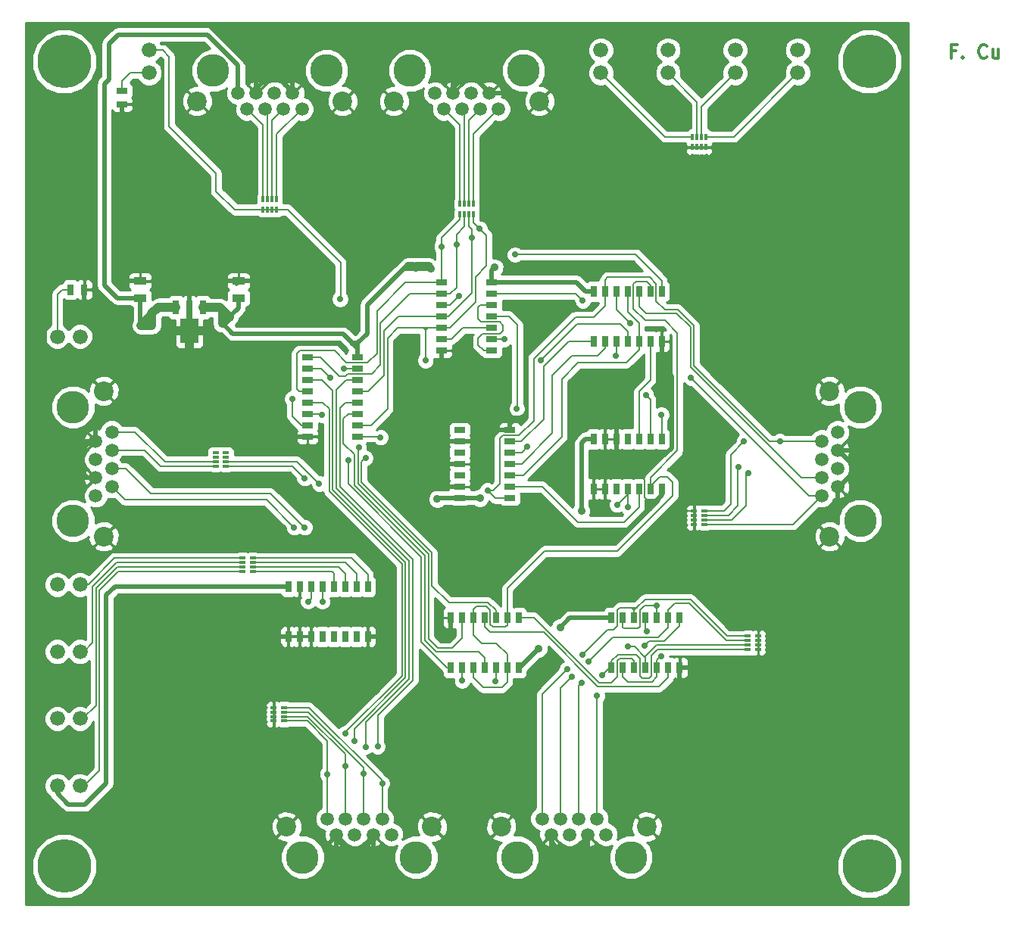
<source format=gtl>
G04 (created by PCBNEW (2013-07-07 BZR 4022)-stable) date 9/18/2013 12:24:05*
%MOIN*%
G04 Gerber Fmt 3.4, Leading zero omitted, Abs format*
%FSLAX34Y34*%
G01*
G70*
G90*
G04 APERTURE LIST*
%ADD10C,0.00590551*%
%ADD11C,0.011811*%
%ADD12R,0.0256X0.0118*%
%ADD13R,0.0118X0.0256*%
%ADD14R,0.05X0.025*%
%ADD15R,0.025X0.05*%
%ADD16C,0.23622*%
%ADD17C,0.066*%
%ADD18R,0.055X0.035*%
%ADD19R,0.045X0.025*%
%ADD20R,0.025X0.045*%
%ADD21C,0.1437*%
%ADD22C,0.0591*%
%ADD23C,0.0866142*%
%ADD24R,0.0276X0.063*%
%ADD25R,0.0276X0.0827*%
%ADD26R,0.0787X0.1083*%
%ADD27C,0.035*%
%ADD28C,0.0275591*%
%ADD29C,0.0393701*%
%ADD30C,0.019685*%
%ADD31C,0.00787402*%
%ADD32C,0.01*%
G04 APERTURE END LIST*
G54D10*
G54D11*
X51439Y-10165D02*
X51242Y-10165D01*
X51242Y-10475D02*
X51242Y-9884D01*
X51524Y-9884D01*
X51749Y-10419D02*
X51777Y-10447D01*
X51749Y-10475D01*
X51721Y-10447D01*
X51749Y-10419D01*
X51749Y-10475D01*
X52817Y-10419D02*
X52789Y-10447D01*
X52705Y-10475D01*
X52649Y-10475D01*
X52564Y-10447D01*
X52508Y-10390D01*
X52480Y-10334D01*
X52452Y-10222D01*
X52452Y-10137D01*
X52480Y-10025D01*
X52508Y-9969D01*
X52564Y-9912D01*
X52649Y-9884D01*
X52705Y-9884D01*
X52789Y-9912D01*
X52817Y-9940D01*
X53323Y-10081D02*
X53323Y-10475D01*
X53070Y-10081D02*
X53070Y-10390D01*
X53098Y-10447D01*
X53155Y-10475D01*
X53239Y-10475D01*
X53295Y-10447D01*
X53323Y-10419D01*
G54D12*
X21425Y-39075D03*
X21425Y-39272D03*
X21425Y-39469D03*
X21425Y-39666D03*
X21878Y-39666D03*
X21878Y-39469D03*
X21878Y-39272D03*
X21878Y-39075D03*
X19322Y-28444D03*
X19322Y-28247D03*
X19322Y-28050D03*
X19322Y-27853D03*
X18869Y-27853D03*
X18869Y-28050D03*
X18869Y-28247D03*
X18869Y-28444D03*
G54D13*
X29626Y-17353D03*
X29823Y-17353D03*
X30020Y-17353D03*
X30217Y-17353D03*
X30217Y-16900D03*
X30020Y-16900D03*
X29823Y-16900D03*
X29626Y-16900D03*
G54D12*
X42291Y-35925D03*
X42291Y-36122D03*
X42291Y-36319D03*
X42291Y-36516D03*
X42744Y-36516D03*
X42744Y-36319D03*
X42744Y-36122D03*
X42744Y-35925D03*
G54D13*
X21554Y-16701D03*
X21357Y-16701D03*
X21160Y-16701D03*
X20963Y-16701D03*
X20963Y-17154D03*
X21160Y-17154D03*
X21357Y-17154D03*
X21554Y-17154D03*
G54D14*
X22915Y-23643D03*
X22915Y-24143D03*
X22915Y-24643D03*
X22915Y-25143D03*
X22915Y-25643D03*
X22915Y-26143D03*
X22915Y-26643D03*
X22915Y-27143D03*
X25115Y-27143D03*
X25115Y-26643D03*
X25115Y-26143D03*
X25115Y-25643D03*
X25115Y-25143D03*
X25115Y-24643D03*
X25115Y-24143D03*
X25115Y-23643D03*
G54D15*
X36295Y-37320D03*
X36795Y-37320D03*
X37295Y-37320D03*
X37795Y-37320D03*
X38295Y-37320D03*
X38795Y-37320D03*
X39295Y-37320D03*
X39295Y-35120D03*
X38795Y-35120D03*
X38295Y-35120D03*
X37795Y-35120D03*
X37295Y-35120D03*
X36795Y-35120D03*
X36295Y-35120D03*
X32208Y-35120D03*
X31708Y-35120D03*
X31208Y-35120D03*
X30708Y-35120D03*
X30208Y-35120D03*
X29708Y-35120D03*
X29208Y-35120D03*
X29208Y-37320D03*
X29708Y-37320D03*
X30208Y-37320D03*
X30708Y-37320D03*
X31208Y-37320D03*
X31708Y-37320D03*
X32208Y-37320D03*
X35507Y-29446D03*
X36007Y-29446D03*
X36507Y-29446D03*
X37007Y-29446D03*
X37507Y-29446D03*
X38007Y-29446D03*
X38507Y-29446D03*
X38507Y-27246D03*
X38007Y-27246D03*
X37507Y-27246D03*
X37007Y-27246D03*
X36507Y-27246D03*
X36007Y-27246D03*
X35507Y-27246D03*
G54D14*
X28821Y-20350D03*
X28821Y-20850D03*
X28821Y-21350D03*
X28821Y-21850D03*
X28821Y-22350D03*
X28821Y-22850D03*
X28821Y-23350D03*
X31021Y-23350D03*
X31021Y-22850D03*
X31021Y-22350D03*
X31021Y-21850D03*
X31021Y-21350D03*
X31021Y-20850D03*
X31021Y-20350D03*
X31808Y-29846D03*
X31808Y-29346D03*
X31808Y-28846D03*
X31808Y-28346D03*
X31808Y-27846D03*
X31808Y-27346D03*
X31808Y-26846D03*
X29608Y-26846D03*
X29608Y-27346D03*
X29608Y-27846D03*
X29608Y-28346D03*
X29608Y-28846D03*
X29608Y-29346D03*
X29608Y-29846D03*
G54D15*
X35507Y-22950D03*
X36007Y-22950D03*
X36507Y-22950D03*
X37007Y-22950D03*
X37507Y-22950D03*
X38007Y-22950D03*
X38507Y-22950D03*
X38507Y-20750D03*
X38007Y-20750D03*
X37507Y-20750D03*
X37007Y-20750D03*
X36507Y-20750D03*
X36007Y-20750D03*
X35507Y-20750D03*
G54D16*
X12204Y-10629D03*
X47637Y-10629D03*
X47637Y-46062D03*
X12204Y-46062D03*
G54D13*
X40452Y-13945D03*
X40255Y-13945D03*
X40058Y-13945D03*
X39861Y-13945D03*
X39861Y-14398D03*
X40058Y-14398D03*
X40255Y-14398D03*
X40452Y-14398D03*
G54D12*
X20047Y-32500D03*
X20047Y-32697D03*
X20047Y-32894D03*
X20047Y-33091D03*
X20500Y-33091D03*
X20500Y-32894D03*
X20500Y-32697D03*
X20500Y-32500D03*
G54D17*
X44488Y-10129D03*
X44488Y-11129D03*
X41732Y-10129D03*
X41732Y-11129D03*
X38779Y-10129D03*
X38779Y-11129D03*
X35826Y-10129D03*
X35826Y-11129D03*
G54D15*
X22068Y-35942D03*
X22568Y-35942D03*
X23068Y-35942D03*
X23568Y-35942D03*
X24068Y-35942D03*
X24568Y-35942D03*
X25068Y-35942D03*
X25568Y-35942D03*
X25568Y-33742D03*
X25068Y-33742D03*
X24568Y-33742D03*
X24068Y-33742D03*
X23568Y-33742D03*
X23068Y-33742D03*
X22568Y-33742D03*
X22068Y-33742D03*
G54D17*
X11901Y-42519D03*
X12901Y-42519D03*
X11901Y-39566D03*
X12901Y-39566D03*
X11901Y-36614D03*
X12901Y-36614D03*
X11901Y-33661D03*
X12901Y-33661D03*
G54D18*
X15551Y-21044D03*
X15551Y-20294D03*
X19881Y-20294D03*
X19881Y-21044D03*
G54D17*
X15944Y-10129D03*
X15944Y-11129D03*
G54D19*
X14763Y-12504D03*
X14763Y-11904D03*
G54D20*
X13095Y-20669D03*
X12495Y-20669D03*
G54D17*
X12901Y-22736D03*
X11901Y-22736D03*
G54D12*
X39929Y-30413D03*
X39929Y-30610D03*
X39929Y-30807D03*
X39929Y-31004D03*
X40382Y-31004D03*
X40382Y-30807D03*
X40382Y-30610D03*
X40382Y-30413D03*
G54D21*
X47244Y-25846D03*
X47244Y-30846D03*
G54D22*
X46244Y-26940D03*
X45543Y-27342D03*
X46244Y-27744D03*
X45543Y-28145D03*
X46244Y-28547D03*
X45543Y-28948D03*
X46244Y-29350D03*
X45543Y-29751D03*
G54D23*
X45893Y-25145D03*
X45893Y-31547D03*
G54D21*
X12598Y-30846D03*
X12598Y-25846D03*
G54D22*
X13598Y-29751D03*
X14299Y-29350D03*
X13598Y-28948D03*
X14299Y-28547D03*
X13598Y-28145D03*
X14299Y-27744D03*
X13598Y-27342D03*
X14299Y-26940D03*
G54D23*
X13948Y-31547D03*
X13948Y-25145D03*
G54D21*
X27421Y-11023D03*
X32421Y-11023D03*
G54D22*
X28515Y-12023D03*
X28917Y-12724D03*
X29318Y-12023D03*
X29720Y-12724D03*
X30122Y-12023D03*
X30523Y-12724D03*
X30925Y-12023D03*
X31326Y-12724D03*
G54D23*
X26720Y-12374D03*
X33122Y-12374D03*
G54D21*
X18759Y-11023D03*
X23759Y-11023D03*
G54D22*
X19854Y-12023D03*
X20255Y-12724D03*
X20657Y-12023D03*
X21059Y-12724D03*
X21460Y-12023D03*
X21862Y-12724D03*
X22263Y-12023D03*
X22665Y-12724D03*
G54D23*
X18059Y-12374D03*
X24460Y-12374D03*
G54D21*
X37145Y-45669D03*
X32145Y-45669D03*
G54D22*
X36051Y-44669D03*
X35649Y-43968D03*
X35248Y-44669D03*
X34846Y-43968D03*
X34444Y-44669D03*
X34043Y-43968D03*
X33641Y-44669D03*
X33240Y-43968D03*
G54D23*
X37846Y-44318D03*
X31444Y-44318D03*
G54D21*
X27696Y-45669D03*
X22696Y-45669D03*
G54D22*
X26602Y-44669D03*
X26200Y-43968D03*
X25799Y-44669D03*
X25397Y-43968D03*
X24996Y-44669D03*
X24594Y-43968D03*
X24192Y-44669D03*
X23791Y-43968D03*
G54D23*
X28397Y-44318D03*
X21996Y-44318D03*
G54D24*
X18307Y-21456D03*
G54D25*
X17716Y-21554D03*
G54D24*
X17125Y-21456D03*
G54D26*
X17716Y-22499D03*
G54D27*
X16062Y-21732D03*
X16062Y-22244D03*
X15590Y-22244D03*
G54D28*
X26200Y-42415D03*
X24585Y-40215D03*
X25397Y-42000D03*
X24990Y-40565D03*
X24594Y-41645D03*
X25465Y-40805D03*
X23791Y-42015D03*
X26000Y-40790D03*
X23560Y-26195D03*
X25470Y-28090D03*
X23910Y-24540D03*
X25170Y-27630D03*
X24520Y-24145D03*
X24700Y-28180D03*
X39790Y-24550D03*
X35030Y-21150D03*
X32130Y-25915D03*
X23430Y-29220D03*
X32590Y-27590D03*
X38480Y-26180D03*
X24350Y-21082D03*
X32047Y-19133D03*
X22240Y-25480D03*
X42310Y-28750D03*
X26130Y-27175D03*
X22785Y-28975D03*
X22322Y-31141D03*
X43700Y-27342D03*
X42125Y-27362D03*
X30835Y-29515D03*
X22945Y-34405D03*
G54D27*
X27244Y-25137D03*
X24015Y-21909D03*
X39330Y-30550D03*
X37955Y-30270D03*
X32410Y-26330D03*
X35480Y-26310D03*
X29225Y-35880D03*
X26035Y-35935D03*
G54D28*
X31190Y-37910D03*
X37845Y-35720D03*
X29720Y-37890D03*
X37735Y-36355D03*
X29575Y-20950D03*
X31570Y-22850D03*
X37000Y-36400D03*
X34990Y-37990D03*
X35280Y-37065D03*
X34550Y-37725D03*
X34350Y-37385D03*
X35015Y-36750D03*
X35885Y-37665D03*
X35650Y-38565D03*
X36490Y-23590D03*
X37810Y-25310D03*
X22795Y-31141D03*
X41890Y-28475D03*
X36540Y-30140D03*
X37025Y-30265D03*
X37100Y-22155D03*
X38295Y-34595D03*
X38465Y-36810D03*
X23575Y-34405D03*
X28821Y-18770D03*
X29470Y-18670D03*
X30155Y-18370D03*
X30492Y-17992D03*
X28105Y-23785D03*
X33190Y-23780D03*
G54D27*
X19055Y-21456D03*
X19173Y-22165D03*
X19478Y-21879D03*
X27677Y-19724D03*
X34965Y-30405D03*
X28335Y-19735D03*
X28630Y-29895D03*
X30500Y-29855D03*
X31140Y-19700D03*
X34040Y-35540D03*
X33090Y-36490D03*
G54D29*
X16347Y-21448D02*
X17116Y-21448D01*
X16062Y-21732D02*
X16347Y-21448D01*
X17116Y-21448D02*
X17125Y-21456D01*
G54D30*
X19854Y-12023D02*
X19854Y-10799D01*
X14548Y-21044D02*
X13976Y-20472D01*
X13976Y-20472D02*
X13976Y-11614D01*
X14548Y-21044D02*
X15551Y-21044D01*
X14173Y-11417D02*
X13976Y-11614D01*
X14173Y-9842D02*
X14173Y-11417D01*
X14566Y-9448D02*
X14173Y-9842D01*
X18503Y-9448D02*
X14566Y-9448D01*
X19854Y-10799D02*
X18503Y-9448D01*
X19854Y-12232D02*
X19854Y-12023D01*
X15551Y-21044D02*
X15551Y-22047D01*
G54D29*
X16062Y-22244D02*
X16062Y-21732D01*
X16062Y-21732D02*
X16062Y-21771D01*
X16062Y-21771D02*
X15590Y-22244D01*
X16062Y-22244D02*
X15590Y-22244D01*
G54D30*
X15551Y-22047D02*
X15748Y-22244D01*
G54D31*
X22915Y-25643D02*
X23578Y-25643D01*
X23867Y-25932D02*
X23578Y-25643D01*
X23867Y-29555D02*
X23867Y-25932D01*
X27072Y-32760D02*
X23867Y-29555D01*
X27072Y-37684D02*
X27072Y-32760D01*
X24595Y-40161D02*
X27072Y-37684D01*
X24595Y-40205D02*
X24595Y-40161D01*
X24585Y-40215D02*
X24595Y-40205D01*
X26200Y-43968D02*
X26200Y-42415D01*
X26200Y-42415D02*
X26200Y-42292D01*
X22983Y-39075D02*
X21878Y-39075D01*
X26200Y-42292D02*
X22983Y-39075D01*
X22915Y-24643D02*
X23558Y-24643D01*
X24025Y-25110D02*
X23558Y-24643D01*
X24025Y-29490D02*
X24025Y-25110D01*
X27230Y-32695D02*
X24025Y-29490D01*
X27230Y-37749D02*
X27230Y-32695D01*
X24975Y-40004D02*
X27230Y-37749D01*
X24975Y-40550D02*
X24975Y-40004D01*
X24990Y-40565D02*
X24975Y-40550D01*
X25397Y-43968D02*
X25397Y-42000D01*
X25397Y-42000D02*
X25397Y-41712D01*
X22957Y-39272D02*
X21878Y-39272D01*
X25397Y-41712D02*
X22957Y-39272D01*
X25115Y-24643D02*
X24616Y-24643D01*
X24182Y-25077D02*
X24616Y-24643D01*
X24182Y-29425D02*
X24182Y-25077D01*
X27387Y-32630D02*
X24182Y-29425D01*
X27387Y-37814D02*
X27387Y-32630D01*
X25485Y-39717D02*
X27387Y-37814D01*
X25485Y-40785D02*
X25485Y-39717D01*
X25465Y-40805D02*
X25485Y-40785D01*
X24594Y-43968D02*
X24594Y-41645D01*
X24594Y-41645D02*
X24594Y-41131D01*
X22931Y-39469D02*
X21878Y-39469D01*
X24594Y-41131D02*
X22931Y-39469D01*
X25115Y-25643D02*
X24596Y-25643D01*
X24340Y-25900D02*
X24596Y-25643D01*
X24340Y-29360D02*
X24340Y-25900D01*
X27545Y-32565D02*
X24340Y-29360D01*
X27545Y-37880D02*
X27545Y-32565D01*
X26020Y-39405D02*
X27545Y-37880D01*
X26020Y-40770D02*
X26020Y-39405D01*
X26000Y-40790D02*
X26020Y-40770D01*
X21878Y-39666D02*
X22906Y-39666D01*
X23791Y-40551D02*
X23791Y-42015D01*
X23791Y-42015D02*
X23791Y-43968D01*
X22906Y-39666D02*
X23791Y-40551D01*
X31208Y-35120D02*
X31208Y-34800D01*
X23508Y-26143D02*
X22915Y-26143D01*
X23560Y-26195D02*
X23508Y-26143D01*
X25294Y-28265D02*
X25470Y-28090D01*
X25294Y-29156D02*
X25294Y-28265D01*
X28392Y-32254D02*
X25294Y-29156D01*
X28392Y-33712D02*
X28392Y-32254D01*
X29132Y-34452D02*
X28392Y-33712D01*
X30860Y-34452D02*
X29132Y-34452D01*
X31208Y-34800D02*
X30860Y-34452D01*
X22915Y-24143D02*
X23513Y-24143D01*
X23513Y-24143D02*
X23910Y-24540D01*
X29708Y-35120D02*
X29708Y-36033D01*
X25137Y-27662D02*
X25170Y-27630D01*
X25137Y-29222D02*
X25137Y-27662D01*
X28234Y-32319D02*
X25137Y-29222D01*
X28234Y-36049D02*
X28234Y-32319D01*
X28647Y-36462D02*
X28234Y-36049D01*
X29280Y-36462D02*
X28647Y-36462D01*
X29708Y-36033D02*
X29280Y-36462D01*
X29208Y-37320D02*
X29060Y-37320D01*
X24521Y-24143D02*
X25115Y-24143D01*
X24520Y-24145D02*
X24521Y-24143D01*
X24700Y-29230D02*
X24700Y-28180D01*
X27920Y-32450D02*
X24700Y-29230D01*
X27920Y-36180D02*
X27920Y-32450D01*
X29060Y-37320D02*
X27920Y-36180D01*
X30708Y-37320D02*
X30708Y-36868D01*
X24706Y-26143D02*
X25115Y-26143D01*
X24497Y-26352D02*
X24706Y-26143D01*
X24497Y-27442D02*
X24497Y-26352D01*
X24980Y-27925D02*
X24497Y-27442D01*
X24980Y-29287D02*
X24980Y-27925D01*
X28077Y-32384D02*
X24980Y-29287D01*
X28077Y-36114D02*
X28077Y-32384D01*
X28582Y-36620D02*
X28077Y-36114D01*
X30460Y-36620D02*
X28582Y-36620D01*
X30708Y-36868D02*
X30460Y-36620D01*
X45543Y-29751D02*
X45543Y-29751D01*
X44290Y-31004D02*
X40382Y-31004D01*
X45543Y-29751D02*
X44290Y-31004D01*
X31021Y-20850D02*
X34730Y-20850D01*
X44991Y-29751D02*
X45543Y-29751D01*
X39790Y-24550D02*
X44991Y-29751D01*
X34730Y-20850D02*
X35030Y-21150D01*
X31790Y-21850D02*
X31021Y-21850D01*
X32150Y-22210D02*
X31790Y-21850D01*
X32150Y-25895D02*
X32150Y-22210D01*
X32130Y-25915D02*
X32150Y-25895D01*
X31808Y-27846D02*
X32333Y-27846D01*
X22457Y-28247D02*
X19322Y-28247D01*
X23430Y-29220D02*
X22457Y-28247D01*
X32333Y-27846D02*
X32590Y-27590D01*
X38507Y-26207D02*
X38480Y-26180D01*
X24375Y-19490D02*
X22039Y-17154D01*
X21554Y-17154D02*
X22039Y-17154D01*
X38507Y-26207D02*
X38507Y-27246D01*
X24375Y-21058D02*
X24375Y-19490D01*
X24350Y-21082D02*
X24375Y-21058D01*
X15944Y-10129D02*
X16547Y-10129D01*
X16830Y-10413D02*
X16830Y-13484D01*
X16547Y-10129D02*
X16830Y-10413D01*
X16830Y-13484D02*
X18897Y-15551D01*
X19713Y-17154D02*
X20963Y-17154D01*
X18897Y-16338D02*
X19713Y-17154D01*
X18897Y-15551D02*
X18897Y-16338D01*
X21357Y-17154D02*
X21554Y-17154D01*
X21160Y-17154D02*
X21357Y-17154D01*
X20963Y-17154D02*
X21160Y-17154D01*
X38507Y-20750D02*
X38507Y-20279D01*
X37362Y-19133D02*
X32047Y-19133D01*
X38507Y-20279D02*
X37362Y-19133D01*
X22915Y-26643D02*
X22633Y-26643D01*
X22633Y-26643D02*
X22240Y-26250D01*
X22240Y-26250D02*
X22240Y-25480D01*
X42210Y-28850D02*
X42210Y-30180D01*
X42310Y-28750D02*
X42210Y-28850D01*
X41582Y-30807D02*
X40382Y-30807D01*
X42210Y-30180D02*
X41582Y-30807D01*
X45543Y-28948D02*
X44638Y-28948D01*
X37507Y-21412D02*
X37507Y-20750D01*
X37805Y-21710D02*
X37507Y-21412D01*
X39155Y-21710D02*
X37805Y-21710D01*
X39765Y-22320D02*
X39155Y-21710D01*
X39765Y-24075D02*
X39765Y-22320D01*
X44638Y-28948D02*
X39765Y-24075D01*
X19322Y-28444D02*
X22254Y-28444D01*
X26098Y-27143D02*
X25115Y-27143D01*
X26130Y-27175D02*
X26098Y-27143D01*
X22254Y-28444D02*
X22785Y-28975D01*
X20185Y-29925D02*
X21106Y-29925D01*
X21106Y-29925D02*
X22322Y-31141D01*
X30835Y-29515D02*
X31085Y-29515D01*
X31377Y-29222D02*
X31377Y-27232D01*
X31085Y-29515D02*
X31377Y-29222D01*
X40382Y-30413D02*
X41239Y-30413D01*
X41535Y-30118D02*
X41239Y-30413D01*
X41535Y-27952D02*
X41535Y-30118D01*
X42125Y-27362D02*
X41535Y-27952D01*
X30835Y-29515D02*
X31166Y-29846D01*
X31808Y-29846D02*
X31166Y-29846D01*
X36130Y-20130D02*
X37965Y-20130D01*
X36130Y-20130D02*
X36007Y-20252D01*
X36007Y-20750D02*
X36007Y-20252D01*
X38260Y-21175D02*
X38637Y-21552D01*
X38260Y-20425D02*
X38260Y-21175D01*
X37965Y-20130D02*
X38260Y-20425D01*
X45543Y-27342D02*
X43700Y-27342D01*
X43700Y-27342D02*
X43255Y-27342D01*
X43255Y-27342D02*
X39922Y-24009D01*
X39922Y-24009D02*
X39922Y-22254D01*
X39922Y-22254D02*
X39220Y-21552D01*
X39220Y-21552D02*
X38637Y-21552D01*
X31377Y-27232D02*
X31510Y-27100D01*
X36007Y-21392D02*
X36007Y-20750D01*
X35530Y-21870D02*
X36007Y-21392D01*
X34700Y-21870D02*
X35530Y-21870D01*
X32865Y-23705D02*
X34700Y-21870D01*
X32865Y-26440D02*
X32865Y-23705D01*
X32205Y-27100D02*
X32865Y-26440D01*
X31510Y-27100D02*
X32205Y-27100D01*
X23068Y-33742D02*
X23068Y-34281D01*
X23068Y-34281D02*
X22945Y-34405D01*
X14873Y-29925D02*
X14299Y-29350D01*
X20185Y-29925D02*
X14873Y-29925D01*
G54D29*
X17716Y-22499D02*
X17716Y-23543D01*
X17716Y-22499D02*
X16712Y-22499D01*
X17716Y-22499D02*
X18523Y-22499D01*
G54D30*
X19881Y-20294D02*
X18170Y-20294D01*
X17716Y-20748D02*
X17716Y-21554D01*
X18170Y-20294D02*
X17716Y-20748D01*
X14763Y-23031D02*
X16181Y-23031D01*
X13095Y-20669D02*
X13095Y-21362D01*
X13095Y-21362D02*
X14763Y-23031D01*
X16181Y-23031D02*
X16712Y-22499D01*
X17617Y-22598D02*
X17716Y-22499D01*
X13598Y-26496D02*
X13598Y-26480D01*
X16850Y-24409D02*
X17716Y-23543D01*
X15669Y-24409D02*
X16850Y-24409D01*
X13598Y-26480D02*
X15669Y-24409D01*
X21080Y-23410D02*
X19433Y-23410D01*
X22915Y-27143D02*
X22383Y-27143D01*
X21795Y-26555D02*
X22383Y-27143D01*
X21795Y-24125D02*
X21795Y-26555D01*
X21080Y-23410D02*
X21795Y-24125D01*
X19433Y-23410D02*
X18523Y-22499D01*
X29606Y-24141D02*
X29023Y-24141D01*
X31808Y-26343D02*
X29606Y-24141D01*
X28818Y-23464D02*
X28821Y-23350D01*
X28818Y-23937D02*
X28818Y-23464D01*
X29023Y-24141D02*
X28818Y-23937D01*
X28821Y-23356D02*
X28821Y-23350D01*
X19881Y-20294D02*
X22400Y-20294D01*
X22400Y-20294D02*
X24015Y-21909D01*
G54D31*
X36120Y-28880D02*
X36114Y-28880D01*
X36114Y-28880D02*
X36007Y-28773D01*
X36007Y-28986D02*
X36013Y-28986D01*
X36013Y-28986D02*
X36120Y-28880D01*
X37580Y-28880D02*
X36120Y-28880D01*
X37580Y-28880D02*
X37760Y-29060D01*
X37760Y-29060D02*
X37760Y-29830D01*
X37760Y-29830D02*
X37840Y-29910D01*
X37840Y-29910D02*
X38380Y-29910D01*
X38380Y-29910D02*
X38507Y-29782D01*
X38507Y-29782D02*
X38507Y-29446D01*
X36120Y-28880D02*
X36007Y-28880D01*
X36007Y-28880D02*
X36007Y-28877D01*
G54D30*
X32017Y-26330D02*
X32017Y-26387D01*
X32017Y-26387D02*
X31808Y-26596D01*
X32410Y-26330D02*
X32017Y-26330D01*
X32017Y-26330D02*
X31822Y-26330D01*
X31822Y-26330D02*
X31808Y-26343D01*
X29608Y-27346D02*
X30803Y-27346D01*
X31303Y-26846D02*
X31808Y-26846D01*
X30803Y-27346D02*
X31303Y-26846D01*
X29608Y-28346D02*
X29074Y-28346D01*
X29074Y-28346D02*
X28877Y-28543D01*
X29159Y-29346D02*
X29608Y-29346D01*
X28877Y-29064D02*
X29159Y-29346D01*
X28877Y-28543D02*
X28877Y-29064D01*
X29608Y-27346D02*
X29110Y-27346D01*
X28877Y-28149D02*
X29074Y-28346D01*
X28877Y-27578D02*
X28877Y-28149D01*
X29110Y-27346D02*
X28877Y-27578D01*
X22068Y-35942D02*
X21675Y-35942D01*
X20690Y-36928D02*
X20690Y-37865D01*
X21675Y-35942D02*
X20690Y-36928D01*
G54D31*
X39929Y-30413D02*
X39466Y-30413D01*
X39466Y-30413D02*
X39330Y-30550D01*
X39929Y-30807D02*
X39929Y-31004D01*
X39929Y-30610D02*
X39929Y-30807D01*
X39929Y-30413D02*
X39929Y-30610D01*
G54D30*
X14763Y-12504D02*
X14763Y-20078D01*
X14763Y-20078D02*
X14979Y-20294D01*
X14979Y-20294D02*
X15551Y-20294D01*
X11345Y-26745D02*
X11345Y-13655D01*
X11942Y-27342D02*
X11345Y-26745D01*
X13598Y-27342D02*
X11942Y-27342D01*
X18600Y-9055D02*
X20657Y-11112D01*
X14370Y-9055D02*
X18600Y-9055D01*
X13779Y-9645D02*
X14370Y-9055D01*
X13779Y-11220D02*
X13779Y-9645D01*
X11345Y-13655D02*
X13779Y-11220D01*
X19771Y-20405D02*
X19881Y-20294D01*
X38507Y-29446D02*
X38507Y-29717D01*
X38507Y-29717D02*
X37955Y-30270D01*
X35480Y-26310D02*
X35490Y-26320D01*
X35490Y-26320D02*
X36140Y-26320D01*
X36140Y-26320D02*
X36507Y-26687D01*
X36507Y-26687D02*
X36507Y-27246D01*
X31808Y-26846D02*
X31808Y-26596D01*
X31808Y-26596D02*
X31808Y-26343D01*
X36507Y-27246D02*
X36507Y-27722D01*
X36507Y-27722D02*
X36785Y-28000D01*
X36785Y-28000D02*
X38593Y-28000D01*
X38593Y-28000D02*
X38945Y-27648D01*
X38945Y-27648D02*
X38945Y-24495D01*
X38945Y-24495D02*
X38507Y-24057D01*
X38507Y-24057D02*
X38507Y-22950D01*
X13598Y-27342D02*
X13598Y-26496D01*
X13598Y-26496D02*
X13598Y-26481D01*
X17730Y-22350D02*
X17730Y-22336D01*
X20657Y-11112D02*
X20657Y-12023D01*
X25568Y-35942D02*
X26027Y-35942D01*
X29208Y-35863D02*
X29208Y-35120D01*
X29225Y-35880D02*
X29208Y-35863D01*
X26027Y-35942D02*
X26035Y-35935D01*
G54D31*
X40255Y-14398D02*
X40452Y-14398D01*
X40058Y-14398D02*
X40255Y-14398D01*
X39861Y-14398D02*
X40058Y-14398D01*
X40452Y-14398D02*
X40763Y-14398D01*
X40763Y-14398D02*
X41390Y-15025D01*
X39861Y-14398D02*
X39526Y-14398D01*
X39526Y-14398D02*
X38900Y-15025D01*
X36007Y-29446D02*
X36007Y-28986D01*
X36007Y-28986D02*
X36007Y-28877D01*
X36007Y-28877D02*
X36007Y-28773D01*
X36007Y-28773D02*
X36007Y-27246D01*
X35507Y-29446D02*
X36007Y-29446D01*
X36007Y-27246D02*
X36507Y-27246D01*
X42744Y-35925D02*
X42744Y-35775D01*
X42744Y-35775D02*
X43815Y-34705D01*
X42744Y-36122D02*
X42744Y-35925D01*
X42744Y-36319D02*
X42744Y-36122D01*
X42744Y-36516D02*
X42744Y-36319D01*
X42744Y-36516D02*
X42744Y-36835D01*
X42744Y-36835D02*
X42259Y-37320D01*
G54D30*
X39295Y-37320D02*
X42259Y-37320D01*
X42259Y-37320D02*
X43199Y-37320D01*
X43199Y-37320D02*
X43815Y-36705D01*
X43815Y-36705D02*
X43815Y-34705D01*
X46244Y-29940D02*
X43815Y-32370D01*
X46244Y-29940D02*
X46244Y-29350D01*
X43815Y-34705D02*
X43815Y-32370D01*
G54D31*
X21425Y-39666D02*
X21425Y-40019D01*
X21425Y-40019D02*
X20690Y-40755D01*
X21425Y-39469D02*
X21425Y-39666D01*
X21425Y-39272D02*
X21425Y-39469D01*
X21425Y-39075D02*
X21425Y-39272D01*
X21425Y-39075D02*
X21425Y-38600D01*
X21425Y-38600D02*
X20690Y-37865D01*
G54D30*
X24192Y-44669D02*
X24192Y-46887D01*
X12781Y-28948D02*
X10760Y-30970D01*
X10760Y-30970D02*
X10760Y-43340D01*
X10760Y-43340D02*
X11430Y-44010D01*
X11430Y-44010D02*
X18615Y-44010D01*
X18615Y-44010D02*
X21840Y-47235D01*
X21840Y-47235D02*
X23845Y-47235D01*
X23845Y-47235D02*
X24192Y-46887D01*
X12781Y-28948D02*
X13598Y-28948D01*
X24192Y-44669D02*
X24192Y-44727D01*
X22150Y-46830D02*
X20690Y-45370D01*
X20690Y-45370D02*
X20690Y-40755D01*
X23230Y-46830D02*
X22150Y-46830D01*
X24192Y-44727D02*
X23800Y-45120D01*
X23800Y-45120D02*
X23800Y-46260D01*
X23800Y-46260D02*
X23230Y-46830D01*
X20690Y-40755D02*
X20690Y-37865D01*
X24192Y-44669D02*
X24192Y-44862D01*
X24192Y-44862D02*
X24720Y-45390D01*
X24720Y-45390D02*
X25275Y-45390D01*
X25275Y-45390D02*
X25799Y-44865D01*
X25799Y-44865D02*
X25799Y-44669D01*
X25799Y-44669D02*
X25799Y-45914D01*
X33641Y-45783D02*
X33641Y-44669D01*
X32505Y-46920D02*
X33641Y-45783D01*
X26805Y-46920D02*
X32505Y-46920D01*
X25799Y-45914D02*
X26805Y-46920D01*
X35248Y-44669D02*
X35248Y-44926D01*
X33641Y-44996D02*
X33641Y-44669D01*
X34080Y-45435D02*
X33641Y-44996D01*
X34740Y-45435D02*
X34080Y-45435D01*
X35248Y-44926D02*
X34740Y-45435D01*
X39295Y-37320D02*
X39295Y-37939D01*
X35248Y-45763D02*
X35248Y-44669D01*
X36465Y-46980D02*
X35248Y-45763D01*
X37995Y-46980D02*
X36465Y-46980D01*
X38940Y-46035D02*
X37995Y-46980D01*
X38940Y-43725D02*
X38940Y-46035D01*
X38190Y-42975D02*
X38940Y-43725D01*
X38190Y-39045D02*
X38190Y-42975D01*
X39295Y-37939D02*
X38190Y-39045D01*
X46244Y-27744D02*
X46284Y-27744D01*
X46324Y-29350D02*
X46244Y-29350D01*
X46950Y-28725D02*
X46324Y-29350D01*
X46950Y-28410D02*
X46950Y-28725D01*
X46284Y-27744D02*
X46950Y-28410D01*
X30925Y-12023D02*
X31568Y-12023D01*
X47165Y-27744D02*
X46244Y-27744D01*
X48420Y-26490D02*
X47165Y-27744D01*
X48420Y-20700D02*
X48420Y-26490D01*
X42745Y-15025D02*
X48420Y-20700D01*
X34570Y-15025D02*
X38900Y-15025D01*
X38900Y-15025D02*
X41390Y-15025D01*
X41390Y-15025D02*
X42745Y-15025D01*
X31568Y-12023D02*
X34570Y-15025D01*
X29318Y-12023D02*
X29318Y-11781D01*
X30925Y-11995D02*
X30925Y-12023D01*
X30360Y-11430D02*
X30925Y-11995D01*
X29670Y-11430D02*
X30360Y-11430D01*
X29318Y-11781D02*
X29670Y-11430D01*
X22263Y-12023D02*
X22263Y-10646D01*
X29318Y-11273D02*
X29318Y-12023D01*
X27930Y-9885D02*
X29318Y-11273D01*
X23025Y-9885D02*
X27930Y-9885D01*
X22263Y-10646D02*
X23025Y-9885D01*
X20657Y-12023D02*
X20657Y-11832D01*
X20657Y-11832D02*
X21105Y-11385D01*
X21105Y-11385D02*
X21690Y-11385D01*
X21690Y-11385D02*
X22263Y-11958D01*
X22263Y-11958D02*
X22263Y-12023D01*
X13598Y-28948D02*
X13218Y-28948D01*
X13218Y-28948D02*
X12850Y-28580D01*
X12850Y-28580D02*
X12850Y-27860D01*
X12850Y-27860D02*
X13367Y-27342D01*
X13367Y-27342D02*
X13598Y-27342D01*
G54D31*
X23068Y-35942D02*
X23068Y-35621D01*
X25568Y-35563D02*
X25568Y-35942D01*
X25480Y-35475D02*
X25568Y-35563D01*
X23215Y-35475D02*
X25480Y-35475D01*
X23068Y-35621D02*
X23215Y-35475D01*
X22568Y-35942D02*
X22568Y-33742D01*
X22568Y-35942D02*
X23068Y-35942D01*
X22068Y-35942D02*
X22568Y-35942D01*
X20500Y-33091D02*
X23996Y-33091D01*
X24068Y-33163D02*
X24068Y-33742D01*
X23996Y-33091D02*
X24068Y-33163D01*
X20500Y-32894D02*
X24272Y-32894D01*
X24568Y-33190D02*
X24568Y-33742D01*
X24272Y-32894D02*
X24568Y-33190D01*
X20500Y-32697D02*
X24587Y-32697D01*
X25068Y-33179D02*
X25068Y-33742D01*
X24587Y-32697D02*
X25068Y-33179D01*
X20500Y-32500D02*
X24862Y-32500D01*
X25568Y-33206D02*
X25568Y-33742D01*
X24862Y-32500D02*
X25568Y-33206D01*
X11901Y-22736D02*
X11901Y-20893D01*
X12125Y-20669D02*
X12495Y-20669D01*
X11901Y-20893D02*
X12125Y-20669D01*
X31708Y-35120D02*
X31708Y-35446D01*
X31630Y-35525D02*
X31065Y-35525D01*
X31708Y-35446D02*
X31630Y-35525D01*
X38007Y-29446D02*
X38007Y-28952D01*
X38007Y-20477D02*
X38007Y-20750D01*
X37835Y-20305D02*
X38007Y-20477D01*
X37375Y-20305D02*
X37835Y-20305D01*
X37260Y-20420D02*
X37375Y-20305D01*
X37260Y-21525D02*
X37260Y-20420D01*
X37765Y-22030D02*
X37260Y-21525D01*
X38655Y-22030D02*
X37765Y-22030D01*
X39195Y-22570D02*
X38655Y-22030D01*
X39195Y-27765D02*
X39195Y-22570D01*
X38007Y-28952D02*
X39195Y-27765D01*
X31708Y-35120D02*
X31708Y-33826D01*
X38007Y-29332D02*
X38007Y-29446D01*
X38425Y-28915D02*
X38007Y-29332D01*
X38760Y-28915D02*
X38425Y-28915D01*
X38985Y-29140D02*
X38760Y-28915D01*
X38985Y-29760D02*
X38985Y-29140D01*
X36555Y-32190D02*
X38985Y-29760D01*
X33345Y-32190D02*
X36555Y-32190D01*
X31708Y-33826D02*
X33345Y-32190D01*
X31708Y-37320D02*
X31708Y-36728D01*
X30208Y-35888D02*
X30208Y-35120D01*
X30565Y-36245D02*
X30208Y-35888D01*
X31225Y-36245D02*
X30565Y-36245D01*
X31708Y-36728D02*
X31225Y-36245D01*
X30208Y-35120D02*
X30208Y-34741D01*
X30955Y-35415D02*
X31065Y-35525D01*
X30955Y-34770D02*
X30955Y-35415D01*
X30795Y-34610D02*
X30955Y-34770D01*
X30340Y-34610D02*
X30795Y-34610D01*
X30208Y-34741D02*
X30340Y-34610D01*
X30208Y-37320D02*
X30208Y-37753D01*
X31708Y-37956D02*
X31708Y-37320D01*
X31485Y-38180D02*
X31708Y-37956D01*
X30635Y-38180D02*
X31485Y-38180D01*
X30208Y-37753D02*
X30635Y-38180D01*
X37795Y-35120D02*
X37795Y-35670D01*
X31208Y-37891D02*
X31208Y-37320D01*
X31190Y-37910D02*
X31208Y-37891D01*
X37795Y-35670D02*
X37845Y-35720D01*
X39295Y-35120D02*
X39295Y-35479D01*
X29708Y-37878D02*
X29708Y-37320D01*
X29720Y-37890D02*
X29708Y-37878D01*
X37935Y-36155D02*
X37735Y-36355D01*
X38620Y-36155D02*
X37935Y-36155D01*
X39295Y-35479D02*
X38620Y-36155D01*
X38795Y-37320D02*
X38795Y-37749D01*
X30708Y-35518D02*
X30708Y-35120D01*
X30955Y-35765D02*
X30708Y-35518D01*
X33302Y-35765D02*
X30955Y-35765D01*
X35694Y-38157D02*
X33302Y-35765D01*
X38387Y-38157D02*
X35694Y-38157D01*
X38795Y-37749D02*
X38387Y-38157D01*
X37295Y-37320D02*
X37295Y-37019D01*
X37185Y-36910D02*
X36655Y-36910D01*
X37295Y-37019D02*
X37185Y-36910D01*
X32880Y-35120D02*
X32208Y-35120D01*
X36655Y-36910D02*
X36550Y-37015D01*
X36550Y-37015D02*
X36550Y-37730D01*
X36550Y-37730D02*
X36280Y-38000D01*
X36280Y-38000D02*
X35760Y-38000D01*
X35760Y-38000D02*
X32880Y-35120D01*
X15944Y-11129D02*
X15129Y-11129D01*
X14763Y-11496D02*
X14763Y-11904D01*
X15129Y-11129D02*
X14763Y-11496D01*
X21160Y-16701D02*
X21160Y-12826D01*
X21160Y-12826D02*
X21059Y-12724D01*
X28821Y-22850D02*
X29259Y-22850D01*
X29759Y-22350D02*
X31021Y-22350D01*
X29259Y-22850D02*
X29759Y-22350D01*
X31021Y-22850D02*
X31569Y-22850D01*
X29174Y-21350D02*
X28821Y-21350D01*
X29575Y-20950D02*
X29174Y-21350D01*
X31569Y-22850D02*
X31570Y-22850D01*
X15078Y-32500D02*
X14428Y-32500D01*
X13267Y-33661D02*
X12901Y-33661D01*
X14428Y-32500D02*
X13267Y-33661D01*
X20047Y-32500D02*
X15078Y-32500D01*
X20047Y-32697D02*
X14507Y-32697D01*
X14507Y-32697D02*
X13450Y-33754D01*
X12901Y-36614D02*
X13065Y-36614D01*
X13065Y-36614D02*
X13450Y-36230D01*
X13450Y-36230D02*
X13450Y-33754D01*
X20047Y-32894D02*
X14546Y-32894D01*
X14546Y-32894D02*
X13607Y-33833D01*
X13607Y-38982D02*
X13607Y-33833D01*
X12901Y-39566D02*
X13023Y-39566D01*
X13023Y-39566D02*
X13607Y-38982D01*
X20047Y-33091D02*
X14585Y-33091D01*
X14585Y-33091D02*
X13764Y-33912D01*
X12901Y-42519D02*
X13080Y-42519D01*
X13080Y-42519D02*
X13764Y-41835D01*
X13764Y-41835D02*
X13764Y-33912D01*
X39861Y-13945D02*
X38642Y-13945D01*
X38642Y-13945D02*
X35826Y-11129D01*
X40058Y-13945D02*
X40058Y-12408D01*
X40058Y-12408D02*
X38779Y-11129D01*
X40255Y-13945D02*
X40255Y-12606D01*
X40255Y-12606D02*
X41732Y-11129D01*
X40452Y-13945D02*
X41672Y-13945D01*
X41672Y-13945D02*
X44488Y-11129D01*
X14299Y-26940D02*
X15326Y-26940D01*
X16633Y-28247D02*
X18869Y-28247D01*
X15326Y-26940D02*
X16633Y-28247D01*
X34846Y-43968D02*
X34846Y-38133D01*
X37795Y-36890D02*
X37795Y-37320D01*
X37305Y-36400D02*
X37795Y-36890D01*
X37000Y-36400D02*
X37305Y-36400D01*
X34846Y-38133D02*
X34990Y-37990D01*
X37795Y-37320D02*
X37795Y-36814D01*
X37795Y-36814D02*
X38290Y-36319D01*
X38290Y-36319D02*
X42291Y-36319D01*
X38795Y-35120D02*
X38795Y-35549D01*
X35280Y-37065D02*
X36360Y-35985D01*
X34043Y-38231D02*
X34550Y-37725D01*
X34043Y-43968D02*
X34043Y-38231D01*
X38360Y-35985D02*
X36360Y-35985D01*
X38795Y-35549D02*
X38360Y-35985D01*
X42291Y-36122D02*
X41349Y-36122D01*
X38795Y-34769D02*
X38795Y-35120D01*
X39092Y-34472D02*
X38795Y-34769D01*
X39699Y-34472D02*
X39092Y-34472D01*
X41349Y-36122D02*
X39699Y-34472D01*
X37293Y-34674D02*
X37293Y-34782D01*
X37185Y-34674D02*
X37293Y-34674D01*
X37293Y-34674D02*
X37405Y-34674D01*
X37405Y-34674D02*
X37378Y-34701D01*
X37185Y-34674D02*
X37215Y-34704D01*
X36655Y-34675D02*
X37185Y-34675D01*
X33240Y-38494D02*
X34350Y-37385D01*
X35015Y-36750D02*
X36130Y-35635D01*
X36130Y-35635D02*
X36380Y-35635D01*
X36380Y-35635D02*
X36545Y-35470D01*
X36545Y-35470D02*
X36545Y-34785D01*
X36545Y-34785D02*
X36655Y-34675D01*
X33240Y-43968D02*
X33240Y-38494D01*
X37185Y-34675D02*
X37215Y-34704D01*
X37215Y-34704D02*
X37293Y-34782D01*
X37293Y-34782D02*
X37295Y-34784D01*
X42291Y-35925D02*
X41375Y-35925D01*
X37765Y-34315D02*
X37378Y-34701D01*
X39765Y-34315D02*
X37765Y-34315D01*
X41375Y-35925D02*
X39765Y-34315D01*
X37378Y-34701D02*
X37295Y-34784D01*
X37295Y-34784D02*
X37295Y-35120D01*
X35649Y-43968D02*
X35649Y-38565D01*
X36229Y-37320D02*
X36295Y-37320D01*
X35885Y-37665D02*
X36229Y-37320D01*
X35649Y-38565D02*
X35650Y-38565D01*
X36295Y-37320D02*
X36295Y-37009D01*
X38316Y-36516D02*
X42291Y-36516D01*
X38045Y-36787D02*
X38316Y-36516D01*
X38045Y-37695D02*
X38045Y-36787D01*
X37960Y-37780D02*
X38045Y-37695D01*
X37635Y-37780D02*
X37960Y-37780D01*
X37550Y-37695D02*
X37635Y-37780D01*
X37550Y-36925D02*
X37550Y-37695D01*
X37365Y-36740D02*
X37550Y-36925D01*
X36565Y-36740D02*
X37365Y-36740D01*
X36295Y-37009D02*
X36565Y-36740D01*
X21554Y-16701D02*
X21554Y-13834D01*
X21554Y-13834D02*
X22665Y-12724D01*
X21357Y-16701D02*
X21357Y-13228D01*
X21357Y-13228D02*
X21862Y-12724D01*
X20963Y-16701D02*
X20963Y-13432D01*
X20963Y-13432D02*
X20255Y-12724D01*
X30217Y-16900D02*
X30217Y-13833D01*
X30217Y-13833D02*
X31326Y-12724D01*
X14299Y-27744D02*
X15736Y-27744D01*
X16436Y-28444D02*
X18869Y-28444D01*
X15736Y-27744D02*
X16436Y-28444D01*
X29823Y-16900D02*
X29823Y-12827D01*
X29823Y-12827D02*
X29720Y-12724D01*
X30020Y-16900D02*
X30020Y-13227D01*
X30020Y-13227D02*
X30523Y-12724D01*
X29626Y-16900D02*
X29626Y-13433D01*
X29626Y-13433D02*
X28917Y-12724D01*
X31021Y-23350D02*
X30665Y-23350D01*
X30509Y-21350D02*
X31021Y-21350D01*
X30400Y-21460D02*
X30509Y-21350D01*
X30400Y-21960D02*
X30400Y-21460D01*
X30540Y-22100D02*
X30400Y-21960D01*
X31370Y-22100D02*
X30540Y-22100D01*
X31510Y-22240D02*
X31370Y-22100D01*
X31510Y-22480D02*
X31510Y-22240D01*
X31385Y-22605D02*
X31510Y-22480D01*
X30630Y-22605D02*
X31385Y-22605D01*
X30430Y-22805D02*
X30630Y-22605D01*
X30430Y-23115D02*
X30430Y-22805D01*
X30665Y-23350D02*
X30430Y-23115D01*
X38007Y-27246D02*
X38007Y-25507D01*
X36507Y-23572D02*
X36507Y-22950D01*
X36490Y-23590D02*
X36507Y-23572D01*
X38007Y-25507D02*
X37810Y-25310D01*
X38007Y-22950D02*
X38007Y-24657D01*
X37507Y-25157D02*
X37507Y-27246D01*
X38007Y-24657D02*
X37507Y-25157D01*
X31808Y-27346D02*
X32323Y-27346D01*
X34409Y-22950D02*
X35507Y-22950D01*
X33300Y-24060D02*
X34409Y-22950D01*
X33300Y-26370D02*
X33300Y-24060D01*
X32323Y-27346D02*
X33300Y-26370D01*
X37507Y-29446D02*
X37507Y-30262D01*
X34820Y-30910D02*
X33256Y-29346D01*
X33256Y-29346D02*
X31808Y-29346D01*
X36860Y-30910D02*
X34820Y-30910D01*
X37507Y-30262D02*
X36860Y-30910D01*
X31808Y-28346D02*
X32333Y-28346D01*
X36007Y-23262D02*
X36007Y-22950D01*
X35690Y-23580D02*
X36007Y-23262D01*
X34540Y-23580D02*
X35690Y-23580D01*
X33680Y-24440D02*
X34540Y-23580D01*
X33680Y-27000D02*
X33680Y-24440D01*
X32333Y-28346D02*
X33680Y-27000D01*
X20405Y-29640D02*
X21293Y-29640D01*
X21293Y-29640D02*
X22795Y-31141D01*
X41449Y-30610D02*
X40382Y-30610D01*
X41860Y-30200D02*
X41449Y-30610D01*
X41860Y-28505D02*
X41860Y-30200D01*
X41890Y-28475D02*
X41860Y-28505D01*
X37007Y-29446D02*
X37007Y-29672D01*
X37007Y-29672D02*
X36540Y-30140D01*
X37007Y-30247D02*
X37007Y-29446D01*
X37025Y-30265D02*
X37007Y-30247D01*
X36507Y-20750D02*
X36507Y-21562D01*
X36507Y-21562D02*
X37100Y-22155D01*
X38295Y-34595D02*
X37740Y-34595D01*
X36795Y-35535D02*
X36795Y-35120D01*
X36860Y-35600D02*
X36795Y-35535D01*
X37460Y-35600D02*
X36860Y-35600D01*
X37550Y-35510D02*
X37460Y-35600D01*
X37550Y-34785D02*
X37550Y-35510D01*
X37740Y-34595D02*
X37550Y-34785D01*
X38295Y-37320D02*
X38295Y-36979D01*
X38295Y-34595D02*
X38295Y-35120D01*
X38295Y-34595D02*
X38295Y-34595D01*
X38295Y-36979D02*
X38465Y-36810D01*
X36795Y-37320D02*
X36795Y-37720D01*
X38295Y-37719D02*
X38295Y-37320D01*
X38077Y-37937D02*
X38295Y-37719D01*
X37012Y-37937D02*
X38077Y-37937D01*
X36795Y-37720D02*
X37012Y-37937D01*
X23568Y-33742D02*
X23568Y-34398D01*
X23568Y-34398D02*
X23575Y-34405D01*
X14927Y-28547D02*
X14299Y-28547D01*
X20405Y-29640D02*
X16020Y-29640D01*
X16020Y-29640D02*
X14927Y-28547D01*
X22915Y-25143D02*
X22545Y-25143D01*
X22440Y-25038D02*
X22440Y-23490D01*
X22545Y-25143D02*
X22440Y-25038D01*
X29626Y-17353D02*
X29626Y-17578D01*
X29626Y-17578D02*
X28821Y-18383D01*
X28821Y-18383D02*
X28821Y-18770D01*
X28821Y-18770D02*
X28821Y-20350D01*
X27219Y-20350D02*
X28821Y-20350D01*
X22440Y-23490D02*
X22565Y-23365D01*
X22565Y-23365D02*
X24100Y-23365D01*
X24100Y-23365D02*
X24630Y-23895D01*
X24630Y-23895D02*
X25545Y-23895D01*
X25545Y-23895D02*
X25965Y-23474D01*
X25965Y-23474D02*
X25965Y-21604D01*
X25965Y-21604D02*
X27219Y-20350D01*
X29823Y-17353D02*
X29823Y-17896D01*
X29194Y-20850D02*
X28821Y-20850D01*
X29470Y-20575D02*
X29194Y-20850D01*
X29470Y-18250D02*
X29470Y-18670D01*
X29470Y-18670D02*
X29470Y-20575D01*
X29823Y-17896D02*
X29470Y-18250D01*
X22915Y-23643D02*
X23468Y-23643D01*
X27414Y-20850D02*
X28821Y-20850D01*
X26122Y-22142D02*
X27414Y-20850D01*
X26122Y-24000D02*
X26122Y-22142D01*
X25732Y-24390D02*
X26122Y-24000D01*
X24665Y-24390D02*
X25732Y-24390D01*
X24580Y-24475D02*
X24665Y-24390D01*
X24300Y-24475D02*
X24580Y-24475D01*
X23468Y-23643D02*
X24300Y-24475D01*
X30020Y-17353D02*
X30020Y-17885D01*
X29119Y-21850D02*
X28821Y-21850D01*
X30155Y-20815D02*
X29119Y-21850D01*
X30155Y-18020D02*
X30155Y-18370D01*
X30155Y-18370D02*
X30155Y-20815D01*
X30020Y-17885D02*
X30155Y-18020D01*
X25115Y-25143D02*
X25596Y-25143D01*
X26899Y-21850D02*
X28821Y-21850D01*
X26280Y-22470D02*
X26899Y-21850D01*
X26280Y-24460D02*
X26280Y-22470D01*
X25596Y-25143D02*
X26280Y-24460D01*
X28100Y-22450D02*
X28120Y-22450D01*
X28120Y-22450D02*
X28220Y-22350D01*
X28011Y-22350D02*
X28011Y-22362D01*
X28011Y-22362D02*
X28100Y-22450D01*
X28100Y-22450D02*
X28105Y-22455D01*
X28105Y-23785D02*
X28105Y-22455D01*
X28105Y-22455D02*
X28105Y-22350D01*
X30217Y-17353D02*
X30217Y-17717D01*
X30217Y-17717D02*
X30492Y-17992D01*
X30492Y-17992D02*
X30795Y-18295D01*
X29189Y-22350D02*
X28821Y-22350D01*
X30795Y-18295D02*
X30795Y-19627D01*
X30795Y-19627D02*
X30312Y-20110D01*
X30312Y-20110D02*
X30312Y-21227D01*
X30312Y-21227D02*
X29189Y-22350D01*
X37007Y-22950D02*
X37007Y-22507D01*
X34790Y-22180D02*
X33190Y-23780D01*
X36680Y-22180D02*
X34790Y-22180D01*
X37007Y-22507D02*
X36680Y-22180D01*
X25115Y-26643D02*
X25716Y-26643D01*
X26889Y-22350D02*
X28011Y-22350D01*
X28011Y-22350D02*
X28105Y-22350D01*
X26437Y-22802D02*
X26889Y-22350D01*
X26437Y-25922D02*
X26437Y-22802D01*
X25716Y-26643D02*
X26437Y-25922D01*
X28105Y-22350D02*
X28220Y-22350D01*
X28220Y-22350D02*
X28821Y-22350D01*
X31808Y-28846D02*
X32403Y-28846D01*
X37507Y-23332D02*
X37507Y-22950D01*
X36960Y-23880D02*
X37507Y-23332D01*
X34830Y-23880D02*
X36960Y-23880D01*
X34100Y-24610D02*
X34830Y-23880D01*
X34100Y-27150D02*
X34100Y-24610D01*
X32403Y-28846D02*
X34100Y-27150D01*
X37507Y-22950D02*
X37507Y-22137D01*
X37007Y-21637D02*
X37007Y-20750D01*
X37507Y-22137D02*
X37007Y-21637D01*
G54D29*
X19055Y-21456D02*
X18307Y-21456D01*
X18307Y-21456D02*
X18307Y-21456D01*
G54D30*
X24301Y-22618D02*
X19625Y-22618D01*
G54D29*
X19458Y-21879D02*
X19173Y-22165D01*
X19055Y-21456D02*
X19478Y-21879D01*
X19478Y-21879D02*
X19458Y-21879D01*
X19173Y-21574D02*
X19055Y-21456D01*
X19173Y-22165D02*
X19173Y-21574D01*
G54D30*
X19625Y-22618D02*
X19173Y-22165D01*
G54D29*
X19046Y-21448D02*
X19055Y-21456D01*
G54D30*
X19881Y-21476D02*
X19330Y-22027D01*
X27155Y-19735D02*
X28335Y-19735D01*
X27677Y-19724D02*
X27677Y-19645D01*
X27687Y-19735D02*
X27677Y-19724D01*
X28335Y-19735D02*
X27687Y-19735D01*
X27677Y-19724D02*
X27677Y-19566D01*
X27323Y-19566D02*
X27155Y-19735D01*
X27598Y-19566D02*
X27323Y-19566D01*
X27677Y-19645D02*
X27598Y-19566D01*
X28335Y-19634D02*
X28335Y-19735D01*
X27677Y-19566D02*
X28267Y-19566D01*
X28267Y-19566D02*
X28335Y-19634D01*
X34980Y-30390D02*
X34980Y-27431D01*
X34965Y-30405D02*
X34980Y-30390D01*
X35164Y-27246D02*
X35507Y-27246D01*
X34980Y-27431D02*
X35164Y-27246D01*
X22068Y-33742D02*
X14446Y-33742D01*
X14446Y-33742D02*
X14060Y-34128D01*
X25115Y-23265D02*
X24468Y-22618D01*
X24301Y-22618D02*
X24300Y-22620D01*
X24468Y-22618D02*
X24301Y-22618D01*
X25115Y-23267D02*
X25115Y-23265D01*
X25115Y-23265D02*
X24862Y-23011D01*
X25545Y-21345D02*
X25545Y-22604D01*
X25545Y-22604D02*
X25115Y-23033D01*
X25545Y-21345D02*
X27155Y-19735D01*
X25115Y-23643D02*
X25115Y-23267D01*
X25115Y-23267D02*
X25115Y-23033D01*
X25115Y-23033D02*
X25115Y-23014D01*
X25113Y-23011D02*
X24862Y-23011D01*
X25115Y-23014D02*
X25113Y-23011D01*
X35507Y-20750D02*
X35159Y-20750D01*
X35159Y-20750D02*
X34759Y-20350D01*
X19881Y-21044D02*
X19881Y-21476D01*
X28678Y-29846D02*
X29608Y-29846D01*
X28630Y-29895D02*
X28678Y-29846D01*
X11901Y-42519D02*
X11901Y-42861D01*
X11901Y-42861D02*
X12390Y-43350D01*
X12390Y-43350D02*
X13125Y-43350D01*
X13125Y-43350D02*
X14060Y-42415D01*
X14060Y-42415D02*
X14060Y-34128D01*
X30500Y-29855D02*
X30491Y-29846D01*
X30491Y-29846D02*
X29608Y-29846D01*
X31021Y-19818D02*
X31021Y-20350D01*
X31140Y-19700D02*
X31021Y-19818D01*
X31021Y-20350D02*
X34759Y-20350D01*
X32208Y-37320D02*
X32259Y-37320D01*
X34459Y-35120D02*
X36295Y-35120D01*
X34040Y-35540D02*
X34459Y-35120D01*
X32259Y-37320D02*
X33090Y-36490D01*
G54D10*
G36*
X20674Y-16476D02*
X20654Y-16523D01*
X20654Y-16622D01*
X20654Y-16864D01*
X19833Y-16864D01*
X19187Y-16218D01*
X19187Y-15551D01*
X19164Y-15440D01*
X19102Y-15346D01*
X19102Y-15346D01*
X18500Y-14745D01*
X18500Y-12828D01*
X18059Y-12386D01*
X18046Y-12399D01*
X18046Y-12374D01*
X17604Y-11932D01*
X17490Y-11972D01*
X17379Y-12220D01*
X17372Y-12491D01*
X17470Y-12745D01*
X17490Y-12776D01*
X17604Y-12815D01*
X18046Y-12374D01*
X18046Y-12399D01*
X17617Y-12828D01*
X17657Y-12942D01*
X17905Y-13053D01*
X18176Y-13060D01*
X18430Y-12963D01*
X18461Y-12942D01*
X18500Y-12828D01*
X18500Y-14745D01*
X17120Y-13364D01*
X17120Y-10413D01*
X17120Y-10413D01*
X17098Y-10302D01*
X17098Y-10302D01*
X17077Y-10271D01*
X17035Y-10208D01*
X17035Y-10208D01*
X16751Y-9925D01*
X16657Y-9862D01*
X16547Y-9840D01*
X16452Y-9840D01*
X16436Y-9801D01*
X16432Y-9797D01*
X18359Y-9797D01*
X18617Y-10054D01*
X18568Y-10054D01*
X18211Y-10202D01*
X17939Y-10474D01*
X17791Y-10830D01*
X17791Y-11215D01*
X17938Y-11571D01*
X18057Y-11690D01*
X17941Y-11687D01*
X17687Y-11784D01*
X17657Y-11805D01*
X17617Y-11919D01*
X18059Y-12361D01*
X18064Y-12355D01*
X18077Y-12368D01*
X18071Y-12374D01*
X18513Y-12815D01*
X18627Y-12776D01*
X18738Y-12527D01*
X18745Y-12256D01*
X18648Y-12002D01*
X18641Y-11992D01*
X18951Y-11992D01*
X19307Y-11845D01*
X19359Y-11793D01*
X19308Y-11914D01*
X19308Y-12131D01*
X19391Y-12332D01*
X19544Y-12485D01*
X19732Y-12563D01*
X19710Y-12615D01*
X19710Y-12832D01*
X19793Y-13033D01*
X19946Y-13186D01*
X20146Y-13269D01*
X20363Y-13270D01*
X20383Y-13261D01*
X20674Y-13552D01*
X20674Y-16476D01*
X20674Y-16476D01*
G37*
G54D32*
X20674Y-16476D02*
X20654Y-16523D01*
X20654Y-16622D01*
X20654Y-16864D01*
X19833Y-16864D01*
X19187Y-16218D01*
X19187Y-15551D01*
X19164Y-15440D01*
X19102Y-15346D01*
X19102Y-15346D01*
X18500Y-14745D01*
X18500Y-12828D01*
X18059Y-12386D01*
X18046Y-12399D01*
X18046Y-12374D01*
X17604Y-11932D01*
X17490Y-11972D01*
X17379Y-12220D01*
X17372Y-12491D01*
X17470Y-12745D01*
X17490Y-12776D01*
X17604Y-12815D01*
X18046Y-12374D01*
X18046Y-12399D01*
X17617Y-12828D01*
X17657Y-12942D01*
X17905Y-13053D01*
X18176Y-13060D01*
X18430Y-12963D01*
X18461Y-12942D01*
X18500Y-12828D01*
X18500Y-14745D01*
X17120Y-13364D01*
X17120Y-10413D01*
X17120Y-10413D01*
X17098Y-10302D01*
X17098Y-10302D01*
X17077Y-10271D01*
X17035Y-10208D01*
X17035Y-10208D01*
X16751Y-9925D01*
X16657Y-9862D01*
X16547Y-9840D01*
X16452Y-9840D01*
X16436Y-9801D01*
X16432Y-9797D01*
X18359Y-9797D01*
X18617Y-10054D01*
X18568Y-10054D01*
X18211Y-10202D01*
X17939Y-10474D01*
X17791Y-10830D01*
X17791Y-11215D01*
X17938Y-11571D01*
X18057Y-11690D01*
X17941Y-11687D01*
X17687Y-11784D01*
X17657Y-11805D01*
X17617Y-11919D01*
X18059Y-12361D01*
X18064Y-12355D01*
X18077Y-12368D01*
X18071Y-12374D01*
X18513Y-12815D01*
X18627Y-12776D01*
X18738Y-12527D01*
X18745Y-12256D01*
X18648Y-12002D01*
X18641Y-11992D01*
X18951Y-11992D01*
X19307Y-11845D01*
X19359Y-11793D01*
X19308Y-11914D01*
X19308Y-12131D01*
X19391Y-12332D01*
X19544Y-12485D01*
X19732Y-12563D01*
X19710Y-12615D01*
X19710Y-12832D01*
X19793Y-13033D01*
X19946Y-13186D01*
X20146Y-13269D01*
X20363Y-13270D01*
X20383Y-13261D01*
X20674Y-13552D01*
X20674Y-16476D01*
G54D10*
G36*
X29419Y-35913D02*
X29199Y-36133D01*
X29199Y-35557D01*
X29199Y-35129D01*
X28896Y-35129D01*
X28833Y-35192D01*
X28833Y-35320D01*
X28833Y-35420D01*
X28871Y-35512D01*
X28942Y-35582D01*
X29034Y-35620D01*
X29137Y-35620D01*
X29199Y-35557D01*
X29199Y-36133D01*
X29160Y-36173D01*
X28767Y-36173D01*
X28524Y-35929D01*
X28524Y-34253D01*
X28927Y-34657D01*
X28927Y-34657D01*
X28937Y-34663D01*
X28871Y-34728D01*
X28833Y-34820D01*
X28833Y-34919D01*
X28833Y-35048D01*
X28896Y-35111D01*
X29199Y-35111D01*
X29199Y-35103D01*
X29217Y-35103D01*
X29217Y-35111D01*
X29225Y-35111D01*
X29225Y-35129D01*
X29217Y-35129D01*
X29217Y-35557D01*
X29280Y-35620D01*
X29383Y-35620D01*
X29419Y-35605D01*
X29419Y-35913D01*
X29419Y-35913D01*
G37*
G54D32*
X29419Y-35913D02*
X29199Y-36133D01*
X29199Y-35557D01*
X29199Y-35129D01*
X28896Y-35129D01*
X28833Y-35192D01*
X28833Y-35320D01*
X28833Y-35420D01*
X28871Y-35512D01*
X28942Y-35582D01*
X29034Y-35620D01*
X29137Y-35620D01*
X29199Y-35557D01*
X29199Y-36133D01*
X29160Y-36173D01*
X28767Y-36173D01*
X28524Y-35929D01*
X28524Y-34253D01*
X28927Y-34657D01*
X28927Y-34657D01*
X28937Y-34663D01*
X28871Y-34728D01*
X28833Y-34820D01*
X28833Y-34919D01*
X28833Y-35048D01*
X28896Y-35111D01*
X29199Y-35111D01*
X29199Y-35103D01*
X29217Y-35103D01*
X29217Y-35111D01*
X29225Y-35111D01*
X29225Y-35129D01*
X29217Y-35129D01*
X29217Y-35557D01*
X29280Y-35620D01*
X29383Y-35620D01*
X29419Y-35605D01*
X29419Y-35913D01*
G54D10*
G36*
X38389Y-29946D02*
X36435Y-31900D01*
X33345Y-31900D01*
X33234Y-31922D01*
X33203Y-31943D01*
X33140Y-31985D01*
X31504Y-33621D01*
X31441Y-33715D01*
X31419Y-33826D01*
X31419Y-34605D01*
X31413Y-34596D01*
X31413Y-34596D01*
X31064Y-34247D01*
X30970Y-34185D01*
X30860Y-34163D01*
X29252Y-34163D01*
X28681Y-33592D01*
X28681Y-32254D01*
X28663Y-32161D01*
X28659Y-32143D01*
X28659Y-32143D01*
X28597Y-32049D01*
X28597Y-32049D01*
X25584Y-29036D01*
X25584Y-28462D01*
X25689Y-28418D01*
X25798Y-28309D01*
X25857Y-28167D01*
X25857Y-28013D01*
X25798Y-27870D01*
X25689Y-27761D01*
X25557Y-27706D01*
X25557Y-27553D01*
X25521Y-27466D01*
X25554Y-27433D01*
X25839Y-27433D01*
X25910Y-27503D01*
X26052Y-27562D01*
X26206Y-27562D01*
X26349Y-27503D01*
X26458Y-27394D01*
X26517Y-27252D01*
X26517Y-27098D01*
X26458Y-26955D01*
X26349Y-26846D01*
X26207Y-26787D01*
X26053Y-26787D01*
X25932Y-26837D01*
X26642Y-26127D01*
X26642Y-26127D01*
X26704Y-26033D01*
X26726Y-25922D01*
X26726Y-25922D01*
X26726Y-22922D01*
X27009Y-22639D01*
X27815Y-22639D01*
X27815Y-23525D01*
X27776Y-23565D01*
X27717Y-23707D01*
X27717Y-23861D01*
X27776Y-24004D01*
X27885Y-24113D01*
X28027Y-24172D01*
X28181Y-24172D01*
X28324Y-24113D01*
X28433Y-24004D01*
X28492Y-23862D01*
X28492Y-23713D01*
X28521Y-23725D01*
X28620Y-23725D01*
X28749Y-23725D01*
X28812Y-23662D01*
X28812Y-23359D01*
X28804Y-23359D01*
X28804Y-23341D01*
X28812Y-23341D01*
X28812Y-23333D01*
X28830Y-23333D01*
X28830Y-23341D01*
X29258Y-23341D01*
X29321Y-23278D01*
X29321Y-23175D01*
X29302Y-23131D01*
X29370Y-23117D01*
X29464Y-23055D01*
X29879Y-22639D01*
X30199Y-22639D01*
X30162Y-22694D01*
X30140Y-22805D01*
X30140Y-23115D01*
X30162Y-23225D01*
X30225Y-23319D01*
X30460Y-23555D01*
X30460Y-23555D01*
X30554Y-23617D01*
X30561Y-23619D01*
X30629Y-23687D01*
X30721Y-23725D01*
X30820Y-23725D01*
X31320Y-23725D01*
X31412Y-23687D01*
X31483Y-23617D01*
X31521Y-23525D01*
X31521Y-23425D01*
X31521Y-23237D01*
X31646Y-23237D01*
X31789Y-23178D01*
X31860Y-23107D01*
X31860Y-25635D01*
X31801Y-25695D01*
X31742Y-25837D01*
X31742Y-25991D01*
X31801Y-26134D01*
X31910Y-26243D01*
X32052Y-26302D01*
X32206Y-26302D01*
X32349Y-26243D01*
X32458Y-26134D01*
X32517Y-25992D01*
X32517Y-25838D01*
X32458Y-25695D01*
X32439Y-25676D01*
X32439Y-22210D01*
X32417Y-22099D01*
X32417Y-22099D01*
X32396Y-22068D01*
X32354Y-22005D01*
X32354Y-22005D01*
X31995Y-21645D01*
X31901Y-21583D01*
X31790Y-21561D01*
X31506Y-21561D01*
X31521Y-21525D01*
X31521Y-21425D01*
X31521Y-21175D01*
X31506Y-21139D01*
X34610Y-21139D01*
X34642Y-21171D01*
X34642Y-21226D01*
X34701Y-21369D01*
X34810Y-21478D01*
X34952Y-21537D01*
X35106Y-21537D01*
X35249Y-21478D01*
X35358Y-21369D01*
X35408Y-21250D01*
X35432Y-21250D01*
X35682Y-21250D01*
X35718Y-21235D01*
X35718Y-21272D01*
X35410Y-21580D01*
X34700Y-21580D01*
X34589Y-21602D01*
X34558Y-21623D01*
X34495Y-21665D01*
X32660Y-23500D01*
X32597Y-23594D01*
X32575Y-23705D01*
X32575Y-26320D01*
X32283Y-26611D01*
X32270Y-26580D01*
X32200Y-26509D01*
X32108Y-26471D01*
X32009Y-26471D01*
X31880Y-26471D01*
X31817Y-26533D01*
X31817Y-26810D01*
X31799Y-26810D01*
X31799Y-26533D01*
X31737Y-26471D01*
X31608Y-26471D01*
X31508Y-26471D01*
X31416Y-26509D01*
X31346Y-26580D01*
X31308Y-26671D01*
X31308Y-26774D01*
X31371Y-26837D01*
X31392Y-26837D01*
X31305Y-26895D01*
X31173Y-27027D01*
X31110Y-27121D01*
X31088Y-27232D01*
X31088Y-29102D01*
X31019Y-29171D01*
X30912Y-29127D01*
X30758Y-29127D01*
X30615Y-29186D01*
X30506Y-29295D01*
X30450Y-29429D01*
X30415Y-29429D01*
X30259Y-29494D01*
X30256Y-29498D01*
X30108Y-29498D01*
X30108Y-29171D01*
X30077Y-29096D01*
X30108Y-29021D01*
X30108Y-28921D01*
X30108Y-28671D01*
X30077Y-28596D01*
X30108Y-28520D01*
X30108Y-28171D01*
X30077Y-28096D01*
X30108Y-28021D01*
X30108Y-27921D01*
X30108Y-27671D01*
X30077Y-27596D01*
X30108Y-27520D01*
X30108Y-27171D01*
X30077Y-27096D01*
X30108Y-27021D01*
X30108Y-26921D01*
X30108Y-26671D01*
X30070Y-26580D01*
X30000Y-26509D01*
X29908Y-26471D01*
X29809Y-26471D01*
X29321Y-26471D01*
X29321Y-23524D01*
X29321Y-23421D01*
X29258Y-23359D01*
X28830Y-23359D01*
X28830Y-23662D01*
X28892Y-23725D01*
X29021Y-23725D01*
X29121Y-23725D01*
X29213Y-23687D01*
X29283Y-23616D01*
X29321Y-23524D01*
X29321Y-26471D01*
X29309Y-26471D01*
X29217Y-26509D01*
X29146Y-26579D01*
X29108Y-26671D01*
X29108Y-26770D01*
X29108Y-27020D01*
X29139Y-27096D01*
X29108Y-27171D01*
X29108Y-27274D01*
X29171Y-27337D01*
X29599Y-27337D01*
X29599Y-27329D01*
X29617Y-27329D01*
X29617Y-27337D01*
X30046Y-27337D01*
X30108Y-27274D01*
X30108Y-27171D01*
X30108Y-27520D01*
X30108Y-27418D01*
X30046Y-27355D01*
X29617Y-27355D01*
X29617Y-27363D01*
X29599Y-27363D01*
X29599Y-27355D01*
X29171Y-27355D01*
X29108Y-27418D01*
X29108Y-27520D01*
X29139Y-27596D01*
X29108Y-27671D01*
X29108Y-27770D01*
X29108Y-28020D01*
X29139Y-28096D01*
X29108Y-28171D01*
X29108Y-28274D01*
X29171Y-28337D01*
X29599Y-28337D01*
X29599Y-28329D01*
X29617Y-28329D01*
X29617Y-28337D01*
X30046Y-28337D01*
X30108Y-28274D01*
X30108Y-28171D01*
X30108Y-28520D01*
X30108Y-28418D01*
X30046Y-28355D01*
X29617Y-28355D01*
X29617Y-28363D01*
X29599Y-28363D01*
X29599Y-28355D01*
X29171Y-28355D01*
X29108Y-28418D01*
X29108Y-28520D01*
X29139Y-28596D01*
X29108Y-28671D01*
X29108Y-28770D01*
X29108Y-29020D01*
X29139Y-29096D01*
X29108Y-29171D01*
X29108Y-29274D01*
X29171Y-29337D01*
X29599Y-29337D01*
X29599Y-29329D01*
X29617Y-29329D01*
X29617Y-29337D01*
X30046Y-29337D01*
X30108Y-29274D01*
X30108Y-29171D01*
X30108Y-29498D01*
X30108Y-29498D01*
X30108Y-29418D01*
X30046Y-29355D01*
X29617Y-29355D01*
X29617Y-29363D01*
X29599Y-29363D01*
X29599Y-29355D01*
X29171Y-29355D01*
X29108Y-29418D01*
X29108Y-29498D01*
X28782Y-29498D01*
X28714Y-29470D01*
X28545Y-29469D01*
X28389Y-29534D01*
X28269Y-29653D01*
X28205Y-29810D01*
X28204Y-29979D01*
X28269Y-30135D01*
X28388Y-30255D01*
X28545Y-30319D01*
X28714Y-30320D01*
X28870Y-30255D01*
X28931Y-30194D01*
X29244Y-30194D01*
X29308Y-30221D01*
X29408Y-30221D01*
X29908Y-30221D01*
X29972Y-30194D01*
X30238Y-30194D01*
X30258Y-30215D01*
X30415Y-30279D01*
X30584Y-30280D01*
X30740Y-30215D01*
X30860Y-30096D01*
X30903Y-29992D01*
X30961Y-30051D01*
X30961Y-30051D01*
X31055Y-30113D01*
X31055Y-30113D01*
X31074Y-30117D01*
X31166Y-30135D01*
X31369Y-30135D01*
X31416Y-30183D01*
X31508Y-30221D01*
X31608Y-30221D01*
X32108Y-30221D01*
X32200Y-30183D01*
X32270Y-30113D01*
X32308Y-30021D01*
X32308Y-29921D01*
X32308Y-29671D01*
X32293Y-29635D01*
X33136Y-29635D01*
X34615Y-31114D01*
X34615Y-31114D01*
X34678Y-31156D01*
X34709Y-31177D01*
X34709Y-31177D01*
X34819Y-31199D01*
X34820Y-31199D01*
X36860Y-31199D01*
X36860Y-31199D01*
X36970Y-31177D01*
X37064Y-31114D01*
X37712Y-30466D01*
X37712Y-30466D01*
X37754Y-30404D01*
X37775Y-30372D01*
X37775Y-30372D01*
X37797Y-30262D01*
X37797Y-30262D01*
X37797Y-29931D01*
X37832Y-29946D01*
X37932Y-29946D01*
X38182Y-29946D01*
X38257Y-29915D01*
X38333Y-29946D01*
X38389Y-29946D01*
X38389Y-29946D01*
G37*
G54D32*
X38389Y-29946D02*
X36435Y-31900D01*
X33345Y-31900D01*
X33234Y-31922D01*
X33203Y-31943D01*
X33140Y-31985D01*
X31504Y-33621D01*
X31441Y-33715D01*
X31419Y-33826D01*
X31419Y-34605D01*
X31413Y-34596D01*
X31413Y-34596D01*
X31064Y-34247D01*
X30970Y-34185D01*
X30860Y-34163D01*
X29252Y-34163D01*
X28681Y-33592D01*
X28681Y-32254D01*
X28663Y-32161D01*
X28659Y-32143D01*
X28659Y-32143D01*
X28597Y-32049D01*
X28597Y-32049D01*
X25584Y-29036D01*
X25584Y-28462D01*
X25689Y-28418D01*
X25798Y-28309D01*
X25857Y-28167D01*
X25857Y-28013D01*
X25798Y-27870D01*
X25689Y-27761D01*
X25557Y-27706D01*
X25557Y-27553D01*
X25521Y-27466D01*
X25554Y-27433D01*
X25839Y-27433D01*
X25910Y-27503D01*
X26052Y-27562D01*
X26206Y-27562D01*
X26349Y-27503D01*
X26458Y-27394D01*
X26517Y-27252D01*
X26517Y-27098D01*
X26458Y-26955D01*
X26349Y-26846D01*
X26207Y-26787D01*
X26053Y-26787D01*
X25932Y-26837D01*
X26642Y-26127D01*
X26642Y-26127D01*
X26704Y-26033D01*
X26726Y-25922D01*
X26726Y-25922D01*
X26726Y-22922D01*
X27009Y-22639D01*
X27815Y-22639D01*
X27815Y-23525D01*
X27776Y-23565D01*
X27717Y-23707D01*
X27717Y-23861D01*
X27776Y-24004D01*
X27885Y-24113D01*
X28027Y-24172D01*
X28181Y-24172D01*
X28324Y-24113D01*
X28433Y-24004D01*
X28492Y-23862D01*
X28492Y-23713D01*
X28521Y-23725D01*
X28620Y-23725D01*
X28749Y-23725D01*
X28812Y-23662D01*
X28812Y-23359D01*
X28804Y-23359D01*
X28804Y-23341D01*
X28812Y-23341D01*
X28812Y-23333D01*
X28830Y-23333D01*
X28830Y-23341D01*
X29258Y-23341D01*
X29321Y-23278D01*
X29321Y-23175D01*
X29302Y-23131D01*
X29370Y-23117D01*
X29464Y-23055D01*
X29879Y-22639D01*
X30199Y-22639D01*
X30162Y-22694D01*
X30140Y-22805D01*
X30140Y-23115D01*
X30162Y-23225D01*
X30225Y-23319D01*
X30460Y-23555D01*
X30460Y-23555D01*
X30554Y-23617D01*
X30561Y-23619D01*
X30629Y-23687D01*
X30721Y-23725D01*
X30820Y-23725D01*
X31320Y-23725D01*
X31412Y-23687D01*
X31483Y-23617D01*
X31521Y-23525D01*
X31521Y-23425D01*
X31521Y-23237D01*
X31646Y-23237D01*
X31789Y-23178D01*
X31860Y-23107D01*
X31860Y-25635D01*
X31801Y-25695D01*
X31742Y-25837D01*
X31742Y-25991D01*
X31801Y-26134D01*
X31910Y-26243D01*
X32052Y-26302D01*
X32206Y-26302D01*
X32349Y-26243D01*
X32458Y-26134D01*
X32517Y-25992D01*
X32517Y-25838D01*
X32458Y-25695D01*
X32439Y-25676D01*
X32439Y-22210D01*
X32417Y-22099D01*
X32417Y-22099D01*
X32396Y-22068D01*
X32354Y-22005D01*
X32354Y-22005D01*
X31995Y-21645D01*
X31901Y-21583D01*
X31790Y-21561D01*
X31506Y-21561D01*
X31521Y-21525D01*
X31521Y-21425D01*
X31521Y-21175D01*
X31506Y-21139D01*
X34610Y-21139D01*
X34642Y-21171D01*
X34642Y-21226D01*
X34701Y-21369D01*
X34810Y-21478D01*
X34952Y-21537D01*
X35106Y-21537D01*
X35249Y-21478D01*
X35358Y-21369D01*
X35408Y-21250D01*
X35432Y-21250D01*
X35682Y-21250D01*
X35718Y-21235D01*
X35718Y-21272D01*
X35410Y-21580D01*
X34700Y-21580D01*
X34589Y-21602D01*
X34558Y-21623D01*
X34495Y-21665D01*
X32660Y-23500D01*
X32597Y-23594D01*
X32575Y-23705D01*
X32575Y-26320D01*
X32283Y-26611D01*
X32270Y-26580D01*
X32200Y-26509D01*
X32108Y-26471D01*
X32009Y-26471D01*
X31880Y-26471D01*
X31817Y-26533D01*
X31817Y-26810D01*
X31799Y-26810D01*
X31799Y-26533D01*
X31737Y-26471D01*
X31608Y-26471D01*
X31508Y-26471D01*
X31416Y-26509D01*
X31346Y-26580D01*
X31308Y-26671D01*
X31308Y-26774D01*
X31371Y-26837D01*
X31392Y-26837D01*
X31305Y-26895D01*
X31173Y-27027D01*
X31110Y-27121D01*
X31088Y-27232D01*
X31088Y-29102D01*
X31019Y-29171D01*
X30912Y-29127D01*
X30758Y-29127D01*
X30615Y-29186D01*
X30506Y-29295D01*
X30450Y-29429D01*
X30415Y-29429D01*
X30259Y-29494D01*
X30256Y-29498D01*
X30108Y-29498D01*
X30108Y-29171D01*
X30077Y-29096D01*
X30108Y-29021D01*
X30108Y-28921D01*
X30108Y-28671D01*
X30077Y-28596D01*
X30108Y-28520D01*
X30108Y-28171D01*
X30077Y-28096D01*
X30108Y-28021D01*
X30108Y-27921D01*
X30108Y-27671D01*
X30077Y-27596D01*
X30108Y-27520D01*
X30108Y-27171D01*
X30077Y-27096D01*
X30108Y-27021D01*
X30108Y-26921D01*
X30108Y-26671D01*
X30070Y-26580D01*
X30000Y-26509D01*
X29908Y-26471D01*
X29809Y-26471D01*
X29321Y-26471D01*
X29321Y-23524D01*
X29321Y-23421D01*
X29258Y-23359D01*
X28830Y-23359D01*
X28830Y-23662D01*
X28892Y-23725D01*
X29021Y-23725D01*
X29121Y-23725D01*
X29213Y-23687D01*
X29283Y-23616D01*
X29321Y-23524D01*
X29321Y-26471D01*
X29309Y-26471D01*
X29217Y-26509D01*
X29146Y-26579D01*
X29108Y-26671D01*
X29108Y-26770D01*
X29108Y-27020D01*
X29139Y-27096D01*
X29108Y-27171D01*
X29108Y-27274D01*
X29171Y-27337D01*
X29599Y-27337D01*
X29599Y-27329D01*
X29617Y-27329D01*
X29617Y-27337D01*
X30046Y-27337D01*
X30108Y-27274D01*
X30108Y-27171D01*
X30108Y-27520D01*
X30108Y-27418D01*
X30046Y-27355D01*
X29617Y-27355D01*
X29617Y-27363D01*
X29599Y-27363D01*
X29599Y-27355D01*
X29171Y-27355D01*
X29108Y-27418D01*
X29108Y-27520D01*
X29139Y-27596D01*
X29108Y-27671D01*
X29108Y-27770D01*
X29108Y-28020D01*
X29139Y-28096D01*
X29108Y-28171D01*
X29108Y-28274D01*
X29171Y-28337D01*
X29599Y-28337D01*
X29599Y-28329D01*
X29617Y-28329D01*
X29617Y-28337D01*
X30046Y-28337D01*
X30108Y-28274D01*
X30108Y-28171D01*
X30108Y-28520D01*
X30108Y-28418D01*
X30046Y-28355D01*
X29617Y-28355D01*
X29617Y-28363D01*
X29599Y-28363D01*
X29599Y-28355D01*
X29171Y-28355D01*
X29108Y-28418D01*
X29108Y-28520D01*
X29139Y-28596D01*
X29108Y-28671D01*
X29108Y-28770D01*
X29108Y-29020D01*
X29139Y-29096D01*
X29108Y-29171D01*
X29108Y-29274D01*
X29171Y-29337D01*
X29599Y-29337D01*
X29599Y-29329D01*
X29617Y-29329D01*
X29617Y-29337D01*
X30046Y-29337D01*
X30108Y-29274D01*
X30108Y-29171D01*
X30108Y-29498D01*
X30108Y-29498D01*
X30108Y-29418D01*
X30046Y-29355D01*
X29617Y-29355D01*
X29617Y-29363D01*
X29599Y-29363D01*
X29599Y-29355D01*
X29171Y-29355D01*
X29108Y-29418D01*
X29108Y-29498D01*
X28782Y-29498D01*
X28714Y-29470D01*
X28545Y-29469D01*
X28389Y-29534D01*
X28269Y-29653D01*
X28205Y-29810D01*
X28204Y-29979D01*
X28269Y-30135D01*
X28388Y-30255D01*
X28545Y-30319D01*
X28714Y-30320D01*
X28870Y-30255D01*
X28931Y-30194D01*
X29244Y-30194D01*
X29308Y-30221D01*
X29408Y-30221D01*
X29908Y-30221D01*
X29972Y-30194D01*
X30238Y-30194D01*
X30258Y-30215D01*
X30415Y-30279D01*
X30584Y-30280D01*
X30740Y-30215D01*
X30860Y-30096D01*
X30903Y-29992D01*
X30961Y-30051D01*
X30961Y-30051D01*
X31055Y-30113D01*
X31055Y-30113D01*
X31074Y-30117D01*
X31166Y-30135D01*
X31369Y-30135D01*
X31416Y-30183D01*
X31508Y-30221D01*
X31608Y-30221D01*
X32108Y-30221D01*
X32200Y-30183D01*
X32270Y-30113D01*
X32308Y-30021D01*
X32308Y-29921D01*
X32308Y-29671D01*
X32293Y-29635D01*
X33136Y-29635D01*
X34615Y-31114D01*
X34615Y-31114D01*
X34678Y-31156D01*
X34709Y-31177D01*
X34709Y-31177D01*
X34819Y-31199D01*
X34820Y-31199D01*
X36860Y-31199D01*
X36860Y-31199D01*
X36970Y-31177D01*
X37064Y-31114D01*
X37712Y-30466D01*
X37712Y-30466D01*
X37754Y-30404D01*
X37775Y-30372D01*
X37775Y-30372D01*
X37797Y-30262D01*
X37797Y-30262D01*
X37797Y-29931D01*
X37832Y-29946D01*
X37932Y-29946D01*
X38182Y-29946D01*
X38257Y-29915D01*
X38333Y-29946D01*
X38389Y-29946D01*
G54D10*
G36*
X38524Y-29455D02*
X38516Y-29455D01*
X38516Y-29463D01*
X38498Y-29463D01*
X38498Y-29455D01*
X38490Y-29455D01*
X38490Y-29437D01*
X38498Y-29437D01*
X38498Y-29429D01*
X38516Y-29429D01*
X38516Y-29437D01*
X38524Y-29437D01*
X38524Y-29455D01*
X38524Y-29455D01*
G37*
G54D32*
X38524Y-29455D02*
X38516Y-29455D01*
X38516Y-29463D01*
X38498Y-29463D01*
X38498Y-29455D01*
X38490Y-29455D01*
X38490Y-29437D01*
X38498Y-29437D01*
X38498Y-29429D01*
X38516Y-29429D01*
X38516Y-29437D01*
X38524Y-29437D01*
X38524Y-29455D01*
G54D10*
G36*
X38905Y-27645D02*
X37803Y-28747D01*
X37740Y-28841D01*
X37718Y-28952D01*
X37718Y-28961D01*
X37682Y-28946D01*
X37583Y-28946D01*
X37333Y-28946D01*
X37257Y-28977D01*
X37182Y-28946D01*
X37083Y-28946D01*
X36833Y-28946D01*
X36757Y-28977D01*
X36682Y-28946D01*
X36583Y-28946D01*
X36498Y-28946D01*
X36498Y-27683D01*
X36498Y-27255D01*
X36498Y-27237D01*
X36498Y-26808D01*
X36436Y-26746D01*
X36333Y-26746D01*
X36257Y-26777D01*
X36182Y-26746D01*
X36079Y-26746D01*
X36016Y-26808D01*
X36016Y-27237D01*
X36195Y-27237D01*
X36320Y-27237D01*
X36498Y-27237D01*
X36498Y-27255D01*
X36320Y-27255D01*
X36195Y-27255D01*
X36016Y-27255D01*
X36016Y-27683D01*
X36079Y-27746D01*
X36182Y-27746D01*
X36257Y-27715D01*
X36333Y-27746D01*
X36436Y-27746D01*
X36498Y-27683D01*
X36498Y-28946D01*
X36333Y-28946D01*
X36257Y-28977D01*
X36182Y-28946D01*
X36079Y-28946D01*
X36016Y-29008D01*
X36016Y-29437D01*
X36024Y-29437D01*
X36024Y-29455D01*
X36016Y-29455D01*
X36016Y-29883D01*
X36079Y-29946D01*
X36182Y-29946D01*
X36204Y-29937D01*
X36152Y-30062D01*
X36152Y-30216D01*
X36211Y-30359D01*
X36320Y-30468D01*
X36462Y-30527D01*
X36616Y-30527D01*
X36703Y-30491D01*
X36786Y-30574D01*
X36740Y-30620D01*
X35998Y-30620D01*
X35998Y-29883D01*
X35998Y-29455D01*
X35998Y-29437D01*
X35998Y-29008D01*
X35936Y-28946D01*
X35833Y-28946D01*
X35757Y-28977D01*
X35682Y-28946D01*
X35579Y-28946D01*
X35516Y-29008D01*
X35516Y-29437D01*
X35695Y-29437D01*
X35820Y-29437D01*
X35998Y-29437D01*
X35998Y-29455D01*
X35820Y-29455D01*
X35695Y-29455D01*
X35516Y-29455D01*
X35516Y-29883D01*
X35579Y-29946D01*
X35682Y-29946D01*
X35757Y-29915D01*
X35833Y-29946D01*
X35936Y-29946D01*
X35998Y-29883D01*
X35998Y-30620D01*
X35335Y-30620D01*
X35389Y-30489D01*
X35390Y-30320D01*
X35328Y-30171D01*
X35328Y-29944D01*
X35333Y-29946D01*
X35436Y-29946D01*
X35498Y-29883D01*
X35498Y-29455D01*
X35490Y-29455D01*
X35490Y-29437D01*
X35498Y-29437D01*
X35498Y-29008D01*
X35436Y-28946D01*
X35333Y-28946D01*
X35328Y-28948D01*
X35328Y-27744D01*
X35332Y-27746D01*
X35432Y-27746D01*
X35682Y-27746D01*
X35757Y-27715D01*
X35833Y-27746D01*
X35936Y-27746D01*
X35998Y-27683D01*
X35998Y-27255D01*
X35990Y-27255D01*
X35990Y-27237D01*
X35998Y-27237D01*
X35998Y-26808D01*
X35936Y-26746D01*
X35833Y-26746D01*
X35757Y-26777D01*
X35682Y-26746D01*
X35583Y-26746D01*
X35333Y-26746D01*
X35241Y-26784D01*
X35171Y-26854D01*
X35151Y-26900D01*
X35031Y-26924D01*
X34918Y-27000D01*
X34918Y-27000D01*
X34733Y-27185D01*
X34658Y-27298D01*
X34653Y-27320D01*
X34631Y-27431D01*
X34631Y-27431D01*
X34631Y-30137D01*
X34604Y-30163D01*
X34569Y-30249D01*
X33461Y-29141D01*
X33367Y-29079D01*
X33256Y-29057D01*
X32599Y-29057D01*
X32608Y-29051D01*
X34304Y-27354D01*
X34304Y-27354D01*
X34367Y-27260D01*
X34389Y-27150D01*
X34389Y-27150D01*
X34389Y-24729D01*
X34949Y-24169D01*
X36960Y-24169D01*
X36960Y-24169D01*
X37070Y-24147D01*
X37164Y-24084D01*
X37712Y-23536D01*
X37712Y-23536D01*
X37718Y-23527D01*
X37718Y-24537D01*
X37303Y-24952D01*
X37240Y-25046D01*
X37218Y-25157D01*
X37218Y-26761D01*
X37182Y-26746D01*
X37083Y-26746D01*
X36833Y-26746D01*
X36757Y-26777D01*
X36682Y-26746D01*
X36579Y-26746D01*
X36516Y-26808D01*
X36516Y-27237D01*
X36524Y-27237D01*
X36524Y-27255D01*
X36516Y-27255D01*
X36516Y-27683D01*
X36579Y-27746D01*
X36682Y-27746D01*
X36757Y-27715D01*
X36832Y-27746D01*
X36932Y-27746D01*
X37182Y-27746D01*
X37257Y-27715D01*
X37332Y-27746D01*
X37432Y-27746D01*
X37682Y-27746D01*
X37757Y-27715D01*
X37832Y-27746D01*
X37932Y-27746D01*
X38182Y-27746D01*
X38257Y-27715D01*
X38332Y-27746D01*
X38432Y-27746D01*
X38682Y-27746D01*
X38774Y-27708D01*
X38844Y-27638D01*
X38882Y-27546D01*
X38882Y-27446D01*
X38882Y-26946D01*
X38882Y-23150D01*
X38882Y-23021D01*
X38820Y-22959D01*
X38516Y-22959D01*
X38516Y-23387D01*
X38579Y-23450D01*
X38682Y-23450D01*
X38774Y-23412D01*
X38844Y-23342D01*
X38882Y-23250D01*
X38882Y-23150D01*
X38882Y-26946D01*
X38844Y-26855D01*
X38797Y-26807D01*
X38797Y-26411D01*
X38808Y-26399D01*
X38867Y-26257D01*
X38867Y-26103D01*
X38808Y-25960D01*
X38699Y-25851D01*
X38557Y-25792D01*
X38403Y-25792D01*
X38297Y-25835D01*
X38297Y-25507D01*
X38297Y-25507D01*
X38275Y-25397D01*
X38275Y-25397D01*
X38254Y-25365D01*
X38212Y-25303D01*
X38212Y-25303D01*
X38197Y-25288D01*
X38197Y-25233D01*
X38138Y-25090D01*
X38061Y-25012D01*
X38212Y-24861D01*
X38212Y-24861D01*
X38275Y-24767D01*
X38297Y-24657D01*
X38297Y-24657D01*
X38297Y-23435D01*
X38333Y-23450D01*
X38436Y-23450D01*
X38498Y-23387D01*
X38498Y-22959D01*
X38490Y-22959D01*
X38490Y-22941D01*
X38498Y-22941D01*
X38498Y-22512D01*
X38436Y-22450D01*
X38333Y-22450D01*
X38257Y-22481D01*
X38182Y-22450D01*
X38083Y-22450D01*
X37833Y-22450D01*
X37797Y-22465D01*
X37797Y-22319D01*
X38535Y-22319D01*
X38666Y-22450D01*
X38579Y-22450D01*
X38516Y-22512D01*
X38516Y-22941D01*
X38820Y-22941D01*
X38882Y-22878D01*
X38882Y-22749D01*
X38882Y-22667D01*
X38905Y-22689D01*
X38905Y-27645D01*
X38905Y-27645D01*
G37*
G54D32*
X38905Y-27645D02*
X37803Y-28747D01*
X37740Y-28841D01*
X37718Y-28952D01*
X37718Y-28961D01*
X37682Y-28946D01*
X37583Y-28946D01*
X37333Y-28946D01*
X37257Y-28977D01*
X37182Y-28946D01*
X37083Y-28946D01*
X36833Y-28946D01*
X36757Y-28977D01*
X36682Y-28946D01*
X36583Y-28946D01*
X36498Y-28946D01*
X36498Y-27683D01*
X36498Y-27255D01*
X36498Y-27237D01*
X36498Y-26808D01*
X36436Y-26746D01*
X36333Y-26746D01*
X36257Y-26777D01*
X36182Y-26746D01*
X36079Y-26746D01*
X36016Y-26808D01*
X36016Y-27237D01*
X36195Y-27237D01*
X36320Y-27237D01*
X36498Y-27237D01*
X36498Y-27255D01*
X36320Y-27255D01*
X36195Y-27255D01*
X36016Y-27255D01*
X36016Y-27683D01*
X36079Y-27746D01*
X36182Y-27746D01*
X36257Y-27715D01*
X36333Y-27746D01*
X36436Y-27746D01*
X36498Y-27683D01*
X36498Y-28946D01*
X36333Y-28946D01*
X36257Y-28977D01*
X36182Y-28946D01*
X36079Y-28946D01*
X36016Y-29008D01*
X36016Y-29437D01*
X36024Y-29437D01*
X36024Y-29455D01*
X36016Y-29455D01*
X36016Y-29883D01*
X36079Y-29946D01*
X36182Y-29946D01*
X36204Y-29937D01*
X36152Y-30062D01*
X36152Y-30216D01*
X36211Y-30359D01*
X36320Y-30468D01*
X36462Y-30527D01*
X36616Y-30527D01*
X36703Y-30491D01*
X36786Y-30574D01*
X36740Y-30620D01*
X35998Y-30620D01*
X35998Y-29883D01*
X35998Y-29455D01*
X35998Y-29437D01*
X35998Y-29008D01*
X35936Y-28946D01*
X35833Y-28946D01*
X35757Y-28977D01*
X35682Y-28946D01*
X35579Y-28946D01*
X35516Y-29008D01*
X35516Y-29437D01*
X35695Y-29437D01*
X35820Y-29437D01*
X35998Y-29437D01*
X35998Y-29455D01*
X35820Y-29455D01*
X35695Y-29455D01*
X35516Y-29455D01*
X35516Y-29883D01*
X35579Y-29946D01*
X35682Y-29946D01*
X35757Y-29915D01*
X35833Y-29946D01*
X35936Y-29946D01*
X35998Y-29883D01*
X35998Y-30620D01*
X35335Y-30620D01*
X35389Y-30489D01*
X35390Y-30320D01*
X35328Y-30171D01*
X35328Y-29944D01*
X35333Y-29946D01*
X35436Y-29946D01*
X35498Y-29883D01*
X35498Y-29455D01*
X35490Y-29455D01*
X35490Y-29437D01*
X35498Y-29437D01*
X35498Y-29008D01*
X35436Y-28946D01*
X35333Y-28946D01*
X35328Y-28948D01*
X35328Y-27744D01*
X35332Y-27746D01*
X35432Y-27746D01*
X35682Y-27746D01*
X35757Y-27715D01*
X35833Y-27746D01*
X35936Y-27746D01*
X35998Y-27683D01*
X35998Y-27255D01*
X35990Y-27255D01*
X35990Y-27237D01*
X35998Y-27237D01*
X35998Y-26808D01*
X35936Y-26746D01*
X35833Y-26746D01*
X35757Y-26777D01*
X35682Y-26746D01*
X35583Y-26746D01*
X35333Y-26746D01*
X35241Y-26784D01*
X35171Y-26854D01*
X35151Y-26900D01*
X35031Y-26924D01*
X34918Y-27000D01*
X34918Y-27000D01*
X34733Y-27185D01*
X34658Y-27298D01*
X34653Y-27320D01*
X34631Y-27431D01*
X34631Y-27431D01*
X34631Y-30137D01*
X34604Y-30163D01*
X34569Y-30249D01*
X33461Y-29141D01*
X33367Y-29079D01*
X33256Y-29057D01*
X32599Y-29057D01*
X32608Y-29051D01*
X34304Y-27354D01*
X34304Y-27354D01*
X34367Y-27260D01*
X34389Y-27150D01*
X34389Y-27150D01*
X34389Y-24729D01*
X34949Y-24169D01*
X36960Y-24169D01*
X36960Y-24169D01*
X37070Y-24147D01*
X37164Y-24084D01*
X37712Y-23536D01*
X37712Y-23536D01*
X37718Y-23527D01*
X37718Y-24537D01*
X37303Y-24952D01*
X37240Y-25046D01*
X37218Y-25157D01*
X37218Y-26761D01*
X37182Y-26746D01*
X37083Y-26746D01*
X36833Y-26746D01*
X36757Y-26777D01*
X36682Y-26746D01*
X36579Y-26746D01*
X36516Y-26808D01*
X36516Y-27237D01*
X36524Y-27237D01*
X36524Y-27255D01*
X36516Y-27255D01*
X36516Y-27683D01*
X36579Y-27746D01*
X36682Y-27746D01*
X36757Y-27715D01*
X36832Y-27746D01*
X36932Y-27746D01*
X37182Y-27746D01*
X37257Y-27715D01*
X37332Y-27746D01*
X37432Y-27746D01*
X37682Y-27746D01*
X37757Y-27715D01*
X37832Y-27746D01*
X37932Y-27746D01*
X38182Y-27746D01*
X38257Y-27715D01*
X38332Y-27746D01*
X38432Y-27746D01*
X38682Y-27746D01*
X38774Y-27708D01*
X38844Y-27638D01*
X38882Y-27546D01*
X38882Y-27446D01*
X38882Y-26946D01*
X38882Y-23150D01*
X38882Y-23021D01*
X38820Y-22959D01*
X38516Y-22959D01*
X38516Y-23387D01*
X38579Y-23450D01*
X38682Y-23450D01*
X38774Y-23412D01*
X38844Y-23342D01*
X38882Y-23250D01*
X38882Y-23150D01*
X38882Y-26946D01*
X38844Y-26855D01*
X38797Y-26807D01*
X38797Y-26411D01*
X38808Y-26399D01*
X38867Y-26257D01*
X38867Y-26103D01*
X38808Y-25960D01*
X38699Y-25851D01*
X38557Y-25792D01*
X38403Y-25792D01*
X38297Y-25835D01*
X38297Y-25507D01*
X38297Y-25507D01*
X38275Y-25397D01*
X38275Y-25397D01*
X38254Y-25365D01*
X38212Y-25303D01*
X38212Y-25303D01*
X38197Y-25288D01*
X38197Y-25233D01*
X38138Y-25090D01*
X38061Y-25012D01*
X38212Y-24861D01*
X38212Y-24861D01*
X38275Y-24767D01*
X38297Y-24657D01*
X38297Y-24657D01*
X38297Y-23435D01*
X38333Y-23450D01*
X38436Y-23450D01*
X38498Y-23387D01*
X38498Y-22959D01*
X38490Y-22959D01*
X38490Y-22941D01*
X38498Y-22941D01*
X38498Y-22512D01*
X38436Y-22450D01*
X38333Y-22450D01*
X38257Y-22481D01*
X38182Y-22450D01*
X38083Y-22450D01*
X37833Y-22450D01*
X37797Y-22465D01*
X37797Y-22319D01*
X38535Y-22319D01*
X38666Y-22450D01*
X38579Y-22450D01*
X38516Y-22512D01*
X38516Y-22941D01*
X38820Y-22941D01*
X38882Y-22878D01*
X38882Y-22749D01*
X38882Y-22667D01*
X38905Y-22689D01*
X38905Y-27645D01*
G54D10*
G36*
X49336Y-47761D02*
X49069Y-47761D01*
X49069Y-45779D01*
X49069Y-10346D01*
X48851Y-9820D01*
X48449Y-9417D01*
X47923Y-9199D01*
X47354Y-9198D01*
X46828Y-9415D01*
X46425Y-9818D01*
X46206Y-10344D01*
X46206Y-10913D01*
X46423Y-11439D01*
X46826Y-11842D01*
X47351Y-12060D01*
X47921Y-12061D01*
X48447Y-11843D01*
X48850Y-11441D01*
X49068Y-10915D01*
X49069Y-10346D01*
X49069Y-45779D01*
X48851Y-45253D01*
X48449Y-44850D01*
X48212Y-44752D01*
X48212Y-30654D01*
X48212Y-25654D01*
X48065Y-25298D01*
X47793Y-25025D01*
X47437Y-24878D01*
X47052Y-24877D01*
X46696Y-25024D01*
X46577Y-25143D01*
X46580Y-25027D01*
X46482Y-24774D01*
X46462Y-24743D01*
X46348Y-24703D01*
X46335Y-24716D01*
X46335Y-24691D01*
X46295Y-24576D01*
X46047Y-24466D01*
X45775Y-24459D01*
X45522Y-24556D01*
X45491Y-24576D01*
X45451Y-24691D01*
X45893Y-25132D01*
X46335Y-24691D01*
X46335Y-24716D01*
X45906Y-25145D01*
X45912Y-25151D01*
X45899Y-25164D01*
X45893Y-25158D01*
X45880Y-25171D01*
X45880Y-25145D01*
X45439Y-24703D01*
X45324Y-24743D01*
X45214Y-24991D01*
X45207Y-25263D01*
X45304Y-25517D01*
X45324Y-25547D01*
X45439Y-25587D01*
X45880Y-25145D01*
X45880Y-25171D01*
X45451Y-25600D01*
X45491Y-25714D01*
X45739Y-25824D01*
X46011Y-25832D01*
X46265Y-25734D01*
X46275Y-25727D01*
X46275Y-26038D01*
X46422Y-26394D01*
X46473Y-26445D01*
X46353Y-26395D01*
X46136Y-26395D01*
X45935Y-26478D01*
X45781Y-26631D01*
X45704Y-26818D01*
X45652Y-26797D01*
X45435Y-26796D01*
X45234Y-26879D01*
X45081Y-27033D01*
X45072Y-27053D01*
X45068Y-27053D01*
X45068Y-11015D01*
X44980Y-10801D01*
X44817Y-10638D01*
X44796Y-10630D01*
X44816Y-10621D01*
X44979Y-10458D01*
X45068Y-10245D01*
X45068Y-10015D01*
X44980Y-9801D01*
X44817Y-9638D01*
X44604Y-9550D01*
X44373Y-9549D01*
X44160Y-9637D01*
X43996Y-9800D01*
X43908Y-10014D01*
X43908Y-10244D01*
X43996Y-10458D01*
X44159Y-10621D01*
X44179Y-10629D01*
X44160Y-10637D01*
X43996Y-10800D01*
X43908Y-11014D01*
X43908Y-11244D01*
X43924Y-11284D01*
X41553Y-13655D01*
X40703Y-13655D01*
X40653Y-13605D01*
X40561Y-13567D01*
X40544Y-13567D01*
X40544Y-12726D01*
X41577Y-11693D01*
X41616Y-11709D01*
X41847Y-11710D01*
X42060Y-11621D01*
X42223Y-11458D01*
X42312Y-11245D01*
X42312Y-11015D01*
X42224Y-10801D01*
X42061Y-10638D01*
X42040Y-10630D01*
X42060Y-10621D01*
X42223Y-10458D01*
X42312Y-10245D01*
X42312Y-10015D01*
X42224Y-9801D01*
X42061Y-9638D01*
X41848Y-9550D01*
X41617Y-9549D01*
X41404Y-9637D01*
X41240Y-9800D01*
X41152Y-10014D01*
X41152Y-10244D01*
X41240Y-10458D01*
X41403Y-10621D01*
X41423Y-10629D01*
X41404Y-10637D01*
X41240Y-10800D01*
X41152Y-11014D01*
X41152Y-11244D01*
X41168Y-11284D01*
X40255Y-12197D01*
X39343Y-11284D01*
X39359Y-11245D01*
X39359Y-11015D01*
X39271Y-10801D01*
X39108Y-10638D01*
X39088Y-10630D01*
X39107Y-10621D01*
X39270Y-10458D01*
X39359Y-10245D01*
X39359Y-10015D01*
X39271Y-9801D01*
X39108Y-9638D01*
X38895Y-9550D01*
X38664Y-9549D01*
X38451Y-9637D01*
X38288Y-9800D01*
X38199Y-10014D01*
X38199Y-10244D01*
X38287Y-10458D01*
X38450Y-10621D01*
X38471Y-10629D01*
X38451Y-10637D01*
X38288Y-10800D01*
X38199Y-11014D01*
X38199Y-11244D01*
X38287Y-11458D01*
X38450Y-11621D01*
X38663Y-11709D01*
X38894Y-11710D01*
X38934Y-11693D01*
X39769Y-12528D01*
X39769Y-13567D01*
X39752Y-13567D01*
X39661Y-13605D01*
X39610Y-13655D01*
X38761Y-13655D01*
X36390Y-11284D01*
X36406Y-11245D01*
X36406Y-11015D01*
X36318Y-10801D01*
X36155Y-10638D01*
X36135Y-10630D01*
X36154Y-10621D01*
X36318Y-10458D01*
X36406Y-10245D01*
X36406Y-10015D01*
X36318Y-9801D01*
X36155Y-9638D01*
X35942Y-9550D01*
X35711Y-9549D01*
X35498Y-9637D01*
X35335Y-9800D01*
X35246Y-10014D01*
X35246Y-10244D01*
X35334Y-10458D01*
X35497Y-10621D01*
X35518Y-10629D01*
X35498Y-10637D01*
X35335Y-10800D01*
X35246Y-11014D01*
X35246Y-11244D01*
X35334Y-11458D01*
X35497Y-11621D01*
X35710Y-11709D01*
X35941Y-11710D01*
X35981Y-11693D01*
X38437Y-14149D01*
X38437Y-14149D01*
X38531Y-14212D01*
X38531Y-14212D01*
X38549Y-14216D01*
X38642Y-14234D01*
X39552Y-14234D01*
X39552Y-14319D01*
X39552Y-14326D01*
X39614Y-14389D01*
X39811Y-14389D01*
X39852Y-14389D01*
X39870Y-14389D01*
X40008Y-14389D01*
X40049Y-14389D01*
X40067Y-14389D01*
X40107Y-14389D01*
X40205Y-14389D01*
X40246Y-14389D01*
X40264Y-14389D01*
X40304Y-14389D01*
X40443Y-14389D01*
X40461Y-14389D01*
X40501Y-14389D01*
X40698Y-14389D01*
X40761Y-14326D01*
X40761Y-14319D01*
X40761Y-14234D01*
X41672Y-14234D01*
X41672Y-14234D01*
X41783Y-14212D01*
X41877Y-14149D01*
X44333Y-11693D01*
X44372Y-11709D01*
X44603Y-11710D01*
X44816Y-11621D01*
X44979Y-11458D01*
X45068Y-11245D01*
X45068Y-11015D01*
X45068Y-27053D01*
X43959Y-27053D01*
X43920Y-27013D01*
X43778Y-26954D01*
X43623Y-26954D01*
X43481Y-27013D01*
X43441Y-27053D01*
X43375Y-27053D01*
X40761Y-24439D01*
X40761Y-14476D01*
X40761Y-14469D01*
X40698Y-14407D01*
X40501Y-14407D01*
X40461Y-14407D01*
X40443Y-14407D01*
X40304Y-14407D01*
X40264Y-14407D01*
X40246Y-14407D01*
X40205Y-14407D01*
X40107Y-14407D01*
X40067Y-14407D01*
X40049Y-14407D01*
X40008Y-14407D01*
X39870Y-14407D01*
X39852Y-14407D01*
X39811Y-14407D01*
X39614Y-14407D01*
X39552Y-14469D01*
X39552Y-14476D01*
X39552Y-14576D01*
X39590Y-14668D01*
X39661Y-14738D01*
X39752Y-14776D01*
X39789Y-14776D01*
X39842Y-14723D01*
X39858Y-14738D01*
X39921Y-14764D01*
X39933Y-14776D01*
X39949Y-14776D01*
X39949Y-14776D01*
X39959Y-14776D01*
X39969Y-14776D01*
X39970Y-14776D01*
X39986Y-14776D01*
X39998Y-14764D01*
X40058Y-14739D01*
X40118Y-14764D01*
X40130Y-14776D01*
X40146Y-14776D01*
X40146Y-14776D01*
X40156Y-14776D01*
X40166Y-14776D01*
X40167Y-14776D01*
X40183Y-14776D01*
X40195Y-14764D01*
X40255Y-14739D01*
X40315Y-14764D01*
X40327Y-14776D01*
X40343Y-14776D01*
X40343Y-14776D01*
X40353Y-14776D01*
X40363Y-14776D01*
X40364Y-14776D01*
X40380Y-14776D01*
X40392Y-14764D01*
X40455Y-14738D01*
X40471Y-14723D01*
X40524Y-14776D01*
X40560Y-14776D01*
X40652Y-14738D01*
X40723Y-14668D01*
X40761Y-14576D01*
X40761Y-14476D01*
X40761Y-24439D01*
X40211Y-23889D01*
X40211Y-22254D01*
X40189Y-22144D01*
X40127Y-22050D01*
X40127Y-22050D01*
X39424Y-21347D01*
X39330Y-21285D01*
X39220Y-21263D01*
X38757Y-21263D01*
X38726Y-21232D01*
X38774Y-21212D01*
X38844Y-21142D01*
X38882Y-21050D01*
X38882Y-20950D01*
X38882Y-20450D01*
X38844Y-20358D01*
X38797Y-20311D01*
X38797Y-20279D01*
X38778Y-20187D01*
X38775Y-20168D01*
X38775Y-20168D01*
X38712Y-20074D01*
X38712Y-20074D01*
X37566Y-18929D01*
X37472Y-18866D01*
X37362Y-18844D01*
X33808Y-18844D01*
X33808Y-12256D01*
X33711Y-12002D01*
X33690Y-11972D01*
X33576Y-11932D01*
X33563Y-11944D01*
X33563Y-11919D01*
X33524Y-11805D01*
X33275Y-11694D01*
X33123Y-11690D01*
X33241Y-11572D01*
X33389Y-11217D01*
X33389Y-10831D01*
X33242Y-10475D01*
X32970Y-10203D01*
X32614Y-10055D01*
X32229Y-10054D01*
X31873Y-10202D01*
X31600Y-10474D01*
X31452Y-10830D01*
X31452Y-11215D01*
X31599Y-11571D01*
X31871Y-11844D01*
X32227Y-11991D01*
X32544Y-11992D01*
X32442Y-12220D01*
X32435Y-12491D01*
X32533Y-12745D01*
X32553Y-12776D01*
X32667Y-12815D01*
X33109Y-12374D01*
X33103Y-12368D01*
X33116Y-12355D01*
X33122Y-12361D01*
X33563Y-11919D01*
X33563Y-11944D01*
X33134Y-12374D01*
X33576Y-12815D01*
X33690Y-12776D01*
X33801Y-12527D01*
X33808Y-12256D01*
X33808Y-18844D01*
X33563Y-18844D01*
X33563Y-12828D01*
X33122Y-12386D01*
X32680Y-12828D01*
X32720Y-12942D01*
X32968Y-13053D01*
X33239Y-13060D01*
X33493Y-12963D01*
X33524Y-12942D01*
X33563Y-12828D01*
X33563Y-18844D01*
X32306Y-18844D01*
X32267Y-18805D01*
X32124Y-18746D01*
X31970Y-18745D01*
X31827Y-18804D01*
X31718Y-18913D01*
X31659Y-19056D01*
X31659Y-19210D01*
X31718Y-19353D01*
X31827Y-19462D01*
X31969Y-19521D01*
X32124Y-19521D01*
X32266Y-19462D01*
X32306Y-19423D01*
X37242Y-19423D01*
X37659Y-19840D01*
X36130Y-19840D01*
X36019Y-19862D01*
X35925Y-19925D01*
X35803Y-20047D01*
X35740Y-20141D01*
X35718Y-20252D01*
X35718Y-20265D01*
X35682Y-20250D01*
X35583Y-20250D01*
X35333Y-20250D01*
X35241Y-20288D01*
X35215Y-20313D01*
X35006Y-20104D01*
X34893Y-20028D01*
X34871Y-20024D01*
X34759Y-20001D01*
X34759Y-20001D01*
X31439Y-20001D01*
X31500Y-19941D01*
X31564Y-19784D01*
X31565Y-19615D01*
X31500Y-19459D01*
X31381Y-19339D01*
X31224Y-19275D01*
X31084Y-19274D01*
X31084Y-18295D01*
X31065Y-18202D01*
X31062Y-18184D01*
X31062Y-18184D01*
X30999Y-18090D01*
X30999Y-18090D01*
X30879Y-17970D01*
X30879Y-17915D01*
X30821Y-17772D01*
X30712Y-17663D01*
X30569Y-17604D01*
X30513Y-17604D01*
X30506Y-17597D01*
X30506Y-17579D01*
X30526Y-17531D01*
X30526Y-17432D01*
X30526Y-17176D01*
X30506Y-17127D01*
X30526Y-17078D01*
X30526Y-16979D01*
X30526Y-16723D01*
X30506Y-16675D01*
X30506Y-13953D01*
X31198Y-13261D01*
X31217Y-13269D01*
X31434Y-13270D01*
X31635Y-13187D01*
X31788Y-13033D01*
X31872Y-12833D01*
X31872Y-12616D01*
X31789Y-12415D01*
X31636Y-12262D01*
X31450Y-12185D01*
X31468Y-12144D01*
X31473Y-11927D01*
X31394Y-11725D01*
X31380Y-11704D01*
X31280Y-11680D01*
X31267Y-11693D01*
X31267Y-11668D01*
X31244Y-11568D01*
X31046Y-11480D01*
X30829Y-11475D01*
X30626Y-11554D01*
X30605Y-11568D01*
X30582Y-11668D01*
X30925Y-12010D01*
X31267Y-11668D01*
X31267Y-11693D01*
X30938Y-12023D01*
X30943Y-12029D01*
X30930Y-12041D01*
X30925Y-12036D01*
X30919Y-12041D01*
X30906Y-12029D01*
X30912Y-12023D01*
X30569Y-11680D01*
X30554Y-11684D01*
X30431Y-11561D01*
X30231Y-11478D01*
X30014Y-11478D01*
X29813Y-11560D01*
X29689Y-11684D01*
X29674Y-11680D01*
X29661Y-11693D01*
X29661Y-11668D01*
X29638Y-11568D01*
X29439Y-11480D01*
X29222Y-11475D01*
X29020Y-11554D01*
X28999Y-11568D01*
X28976Y-11668D01*
X29318Y-12010D01*
X29661Y-11668D01*
X29661Y-11693D01*
X29331Y-12023D01*
X29337Y-12029D01*
X29324Y-12041D01*
X29318Y-12036D01*
X29313Y-12041D01*
X29300Y-12029D01*
X29306Y-12023D01*
X28963Y-11680D01*
X28948Y-11684D01*
X28825Y-11561D01*
X28624Y-11478D01*
X28407Y-11478D01*
X28255Y-11541D01*
X28389Y-11217D01*
X28389Y-10831D01*
X28242Y-10475D01*
X27970Y-10203D01*
X27614Y-10055D01*
X27229Y-10054D01*
X26873Y-10202D01*
X26600Y-10474D01*
X26452Y-10830D01*
X26452Y-11215D01*
X26599Y-11571D01*
X26718Y-11690D01*
X26602Y-11687D01*
X26348Y-11784D01*
X26318Y-11805D01*
X26278Y-11919D01*
X26720Y-12361D01*
X26726Y-12355D01*
X26738Y-12368D01*
X26733Y-12374D01*
X27175Y-12815D01*
X27289Y-12776D01*
X27399Y-12527D01*
X27406Y-12256D01*
X27309Y-12002D01*
X27302Y-11992D01*
X27613Y-11992D01*
X27969Y-11845D01*
X28020Y-11793D01*
X27970Y-11914D01*
X27970Y-12131D01*
X28053Y-12332D01*
X28206Y-12485D01*
X28393Y-12563D01*
X28371Y-12615D01*
X28371Y-12832D01*
X28454Y-13033D01*
X28607Y-13186D01*
X28808Y-13269D01*
X29025Y-13270D01*
X29045Y-13261D01*
X29336Y-13553D01*
X29336Y-16675D01*
X29317Y-16723D01*
X29317Y-16822D01*
X29317Y-17078D01*
X29337Y-17127D01*
X29317Y-17176D01*
X29317Y-17275D01*
X29317Y-17478D01*
X28616Y-18178D01*
X28553Y-18272D01*
X28531Y-18383D01*
X28531Y-18510D01*
X28492Y-18550D01*
X28433Y-18692D01*
X28433Y-18846D01*
X28492Y-18989D01*
X28531Y-19029D01*
X28531Y-19338D01*
X28514Y-19320D01*
X28401Y-19245D01*
X28378Y-19240D01*
X28267Y-19218D01*
X28267Y-19218D01*
X27677Y-19218D01*
X27637Y-19226D01*
X27598Y-19218D01*
X27598Y-19218D01*
X27323Y-19218D01*
X27323Y-19218D01*
X27189Y-19245D01*
X27162Y-19263D01*
X27162Y-12828D01*
X26720Y-12386D01*
X26707Y-12399D01*
X26707Y-12374D01*
X26265Y-11932D01*
X26151Y-11972D01*
X26041Y-12220D01*
X26034Y-12491D01*
X26131Y-12745D01*
X26151Y-12776D01*
X26265Y-12815D01*
X26707Y-12374D01*
X26707Y-12399D01*
X26278Y-12828D01*
X26318Y-12942D01*
X26566Y-13053D01*
X26838Y-13060D01*
X27092Y-12963D01*
X27122Y-12942D01*
X27162Y-12828D01*
X27162Y-19263D01*
X27076Y-19320D01*
X27076Y-19320D01*
X26908Y-19488D01*
X26908Y-19488D01*
X25298Y-21098D01*
X25223Y-21211D01*
X25218Y-21233D01*
X25196Y-21345D01*
X25196Y-21345D01*
X25196Y-22460D01*
X25147Y-22509D01*
X25147Y-12256D01*
X25049Y-12002D01*
X25029Y-11972D01*
X24915Y-11932D01*
X24902Y-11944D01*
X24902Y-11919D01*
X24862Y-11805D01*
X24614Y-11694D01*
X24462Y-11690D01*
X24580Y-11572D01*
X24728Y-11217D01*
X24728Y-10831D01*
X24581Y-10475D01*
X24309Y-10203D01*
X23953Y-10055D01*
X23568Y-10054D01*
X23211Y-10202D01*
X22939Y-10474D01*
X22791Y-10830D01*
X22791Y-11215D01*
X22938Y-11571D01*
X23210Y-11844D01*
X23566Y-11991D01*
X23882Y-11992D01*
X23781Y-12220D01*
X23774Y-12491D01*
X23871Y-12745D01*
X23891Y-12776D01*
X24006Y-12815D01*
X24447Y-12374D01*
X24442Y-12368D01*
X24455Y-12355D01*
X24460Y-12361D01*
X24902Y-11919D01*
X24902Y-11944D01*
X24473Y-12374D01*
X24915Y-12815D01*
X25029Y-12776D01*
X25139Y-12527D01*
X25147Y-12256D01*
X25147Y-22509D01*
X24999Y-22656D01*
X24902Y-22559D01*
X24902Y-12828D01*
X24460Y-12386D01*
X24018Y-12828D01*
X24058Y-12942D01*
X24306Y-13053D01*
X24578Y-13060D01*
X24832Y-12963D01*
X24862Y-12942D01*
X24902Y-12828D01*
X24902Y-22559D01*
X24738Y-22395D01*
X24738Y-21005D01*
X24679Y-20863D01*
X24664Y-20848D01*
X24664Y-19490D01*
X24645Y-19397D01*
X24642Y-19379D01*
X24642Y-19379D01*
X24579Y-19285D01*
X24579Y-19285D01*
X22243Y-16949D01*
X22149Y-16886D01*
X22039Y-16864D01*
X21863Y-16864D01*
X21863Y-16779D01*
X21863Y-16523D01*
X21844Y-16476D01*
X21844Y-13954D01*
X22537Y-13261D01*
X22556Y-13269D01*
X22773Y-13270D01*
X22973Y-13187D01*
X23127Y-13033D01*
X23210Y-12833D01*
X23210Y-12616D01*
X23128Y-12415D01*
X22974Y-12262D01*
X22788Y-12185D01*
X22806Y-12144D01*
X22811Y-11927D01*
X22733Y-11725D01*
X22719Y-11704D01*
X22619Y-11680D01*
X22606Y-11693D01*
X22606Y-11668D01*
X22583Y-11568D01*
X22384Y-11480D01*
X22167Y-11475D01*
X21965Y-11554D01*
X21944Y-11568D01*
X21921Y-11668D01*
X22263Y-12010D01*
X22606Y-11668D01*
X22606Y-11693D01*
X22276Y-12023D01*
X22282Y-12029D01*
X22269Y-12041D01*
X22263Y-12036D01*
X22258Y-12041D01*
X22245Y-12029D01*
X22250Y-12023D01*
X21908Y-11680D01*
X21892Y-11684D01*
X21770Y-11561D01*
X21569Y-11478D01*
X21352Y-11478D01*
X21152Y-11560D01*
X21028Y-11684D01*
X21012Y-11680D01*
X21000Y-11693D01*
X21000Y-11668D01*
X20977Y-11568D01*
X20778Y-11480D01*
X20561Y-11475D01*
X20359Y-11554D01*
X20337Y-11568D01*
X20314Y-11668D01*
X20657Y-12010D01*
X21000Y-11668D01*
X21000Y-11693D01*
X20670Y-12023D01*
X20675Y-12029D01*
X20663Y-12041D01*
X20657Y-12036D01*
X20651Y-12041D01*
X20639Y-12029D01*
X20644Y-12023D01*
X20302Y-11680D01*
X20286Y-11684D01*
X20202Y-11600D01*
X20202Y-10799D01*
X20176Y-10665D01*
X20100Y-10552D01*
X20100Y-10552D01*
X18750Y-9202D01*
X18637Y-9126D01*
X18615Y-9122D01*
X18503Y-9100D01*
X18503Y-9100D01*
X14566Y-9100D01*
X14433Y-9126D01*
X14320Y-9202D01*
X14320Y-9202D01*
X13926Y-9596D01*
X13851Y-9709D01*
X13846Y-9731D01*
X13824Y-9842D01*
X13824Y-9842D01*
X13824Y-11273D01*
X13730Y-11367D01*
X13654Y-11480D01*
X13650Y-11502D01*
X13636Y-11573D01*
X13636Y-10346D01*
X13418Y-9820D01*
X13016Y-9417D01*
X12490Y-9199D01*
X11921Y-9198D01*
X11395Y-9415D01*
X10992Y-9818D01*
X10773Y-10344D01*
X10773Y-10913D01*
X10990Y-11439D01*
X11393Y-11842D01*
X11918Y-12060D01*
X12488Y-12061D01*
X13014Y-11843D01*
X13417Y-11441D01*
X13635Y-10915D01*
X13636Y-10346D01*
X13636Y-11573D01*
X13627Y-11614D01*
X13627Y-11614D01*
X13627Y-20472D01*
X13627Y-20472D01*
X13650Y-20583D01*
X13654Y-20605D01*
X13730Y-20718D01*
X14301Y-21290D01*
X14301Y-21290D01*
X14414Y-21366D01*
X14548Y-21392D01*
X14548Y-21392D01*
X14548Y-21392D01*
X15096Y-21392D01*
X15134Y-21431D01*
X15202Y-21459D01*
X15202Y-22035D01*
X15177Y-22073D01*
X15143Y-22244D01*
X15177Y-22415D01*
X15274Y-22560D01*
X15419Y-22656D01*
X15419Y-22656D01*
X15590Y-22690D01*
X16062Y-22690D01*
X16233Y-22656D01*
X16378Y-22560D01*
X16475Y-22415D01*
X16509Y-22244D01*
X16509Y-21917D01*
X16532Y-21894D01*
X16767Y-21894D01*
X16775Y-21913D01*
X16845Y-21983D01*
X16937Y-22021D01*
X17037Y-22021D01*
X17072Y-22021D01*
X17073Y-22428D01*
X17135Y-22490D01*
X17707Y-22490D01*
X17707Y-22155D01*
X17707Y-21770D01*
X17707Y-21563D01*
X17699Y-21563D01*
X17699Y-21545D01*
X17707Y-21545D01*
X17707Y-20953D01*
X17644Y-20891D01*
X17529Y-20891D01*
X17437Y-20929D01*
X17420Y-20945D01*
X17405Y-20929D01*
X17313Y-20891D01*
X17214Y-20891D01*
X16938Y-20891D01*
X16846Y-20929D01*
X16775Y-20999D01*
X16775Y-21001D01*
X16347Y-21001D01*
X16176Y-21035D01*
X16076Y-21102D01*
X16076Y-20819D01*
X16038Y-20727D01*
X15979Y-20669D01*
X16038Y-20610D01*
X16076Y-20518D01*
X16076Y-20069D01*
X16038Y-19977D01*
X15967Y-19907D01*
X15876Y-19869D01*
X15776Y-19869D01*
X15622Y-19869D01*
X15560Y-19931D01*
X15560Y-20285D01*
X16013Y-20285D01*
X16076Y-20222D01*
X16076Y-20069D01*
X16076Y-20518D01*
X16076Y-20365D01*
X16013Y-20303D01*
X15560Y-20303D01*
X15560Y-20311D01*
X15542Y-20311D01*
X15542Y-20303D01*
X15542Y-20285D01*
X15542Y-19931D01*
X15479Y-19869D01*
X15325Y-19869D01*
X15238Y-19869D01*
X15238Y-12679D01*
X15238Y-12576D01*
X15176Y-12513D01*
X14772Y-12513D01*
X14772Y-12817D01*
X14835Y-12879D01*
X14939Y-12879D01*
X15038Y-12879D01*
X15130Y-12841D01*
X15200Y-12771D01*
X15238Y-12679D01*
X15238Y-19869D01*
X15226Y-19869D01*
X15134Y-19907D01*
X15064Y-19977D01*
X15026Y-20069D01*
X15026Y-20222D01*
X15088Y-20285D01*
X15542Y-20285D01*
X15542Y-20303D01*
X15088Y-20303D01*
X15026Y-20365D01*
X15026Y-20518D01*
X15064Y-20610D01*
X15122Y-20669D01*
X15096Y-20695D01*
X14692Y-20695D01*
X14324Y-20328D01*
X14324Y-12766D01*
X14326Y-12771D01*
X14396Y-12841D01*
X14488Y-12879D01*
X14588Y-12879D01*
X14692Y-12879D01*
X14754Y-12817D01*
X14754Y-12513D01*
X14746Y-12513D01*
X14746Y-12495D01*
X14754Y-12495D01*
X14754Y-12487D01*
X14772Y-12487D01*
X14772Y-12495D01*
X15176Y-12495D01*
X15238Y-12433D01*
X15238Y-12330D01*
X15200Y-12238D01*
X15167Y-12204D01*
X15200Y-12171D01*
X15238Y-12079D01*
X15238Y-11980D01*
X15238Y-11730D01*
X15200Y-11638D01*
X15130Y-11567D01*
X15109Y-11559D01*
X15249Y-11419D01*
X15436Y-11419D01*
X15452Y-11458D01*
X15615Y-11621D01*
X15829Y-11709D01*
X16059Y-11710D01*
X16272Y-11621D01*
X16436Y-11458D01*
X16524Y-11245D01*
X16524Y-11015D01*
X16436Y-10801D01*
X16273Y-10638D01*
X16253Y-10630D01*
X16272Y-10621D01*
X16436Y-10458D01*
X16445Y-10437D01*
X16541Y-10533D01*
X16541Y-13484D01*
X16563Y-13594D01*
X16626Y-13688D01*
X18608Y-15671D01*
X18608Y-16338D01*
X18630Y-16449D01*
X18693Y-16543D01*
X19508Y-17358D01*
X19508Y-17358D01*
X19602Y-17421D01*
X19602Y-17421D01*
X19620Y-17425D01*
X19713Y-17443D01*
X20712Y-17443D01*
X20763Y-17493D01*
X20854Y-17532D01*
X20954Y-17532D01*
X21072Y-17532D01*
X21072Y-17532D01*
X21151Y-17532D01*
X21269Y-17532D01*
X21269Y-17532D01*
X21348Y-17532D01*
X21466Y-17532D01*
X21466Y-17532D01*
X21545Y-17532D01*
X21663Y-17532D01*
X21755Y-17494D01*
X21806Y-17443D01*
X21919Y-17443D01*
X24085Y-19609D01*
X24085Y-20799D01*
X24021Y-20862D01*
X23962Y-21005D01*
X23962Y-21159D01*
X24021Y-21302D01*
X24130Y-21411D01*
X24272Y-21470D01*
X24427Y-21470D01*
X24569Y-21411D01*
X24678Y-21302D01*
X24738Y-21160D01*
X24738Y-21005D01*
X24738Y-22395D01*
X24714Y-22371D01*
X24601Y-22296D01*
X24579Y-22291D01*
X24468Y-22269D01*
X24468Y-22269D01*
X24301Y-22269D01*
X24301Y-22269D01*
X24301Y-22269D01*
X19770Y-22269D01*
X19735Y-22235D01*
X19794Y-22195D01*
X19891Y-22050D01*
X19891Y-22050D01*
X19913Y-21937D01*
X19913Y-21937D01*
X20128Y-21722D01*
X20128Y-21722D01*
X20128Y-21722D01*
X20203Y-21609D01*
X20230Y-21476D01*
X20230Y-21476D01*
X20230Y-21476D01*
X20230Y-21459D01*
X20298Y-21431D01*
X20368Y-21361D01*
X20406Y-21269D01*
X20406Y-21169D01*
X20406Y-20819D01*
X20368Y-20727D01*
X20310Y-20669D01*
X20368Y-20610D01*
X20406Y-20518D01*
X20406Y-20069D01*
X20368Y-19977D01*
X20298Y-19907D01*
X20206Y-19869D01*
X20107Y-19869D01*
X19953Y-19869D01*
X19890Y-19931D01*
X19890Y-20285D01*
X20344Y-20285D01*
X20406Y-20222D01*
X20406Y-20069D01*
X20406Y-20518D01*
X20406Y-20365D01*
X20344Y-20303D01*
X19890Y-20303D01*
X19890Y-20311D01*
X19872Y-20311D01*
X19872Y-20303D01*
X19872Y-20285D01*
X19872Y-19931D01*
X19810Y-19869D01*
X19656Y-19869D01*
X19556Y-19869D01*
X19465Y-19907D01*
X19394Y-19977D01*
X19356Y-20069D01*
X19356Y-20222D01*
X19419Y-20285D01*
X19872Y-20285D01*
X19872Y-20303D01*
X19419Y-20303D01*
X19356Y-20365D01*
X19356Y-20518D01*
X19394Y-20610D01*
X19453Y-20669D01*
X19395Y-20727D01*
X19356Y-20819D01*
X19356Y-20918D01*
X19356Y-21128D01*
X19217Y-21035D01*
X19046Y-21001D01*
X19002Y-21009D01*
X18661Y-21009D01*
X18657Y-21000D01*
X18587Y-20929D01*
X18495Y-20891D01*
X18396Y-20891D01*
X18120Y-20891D01*
X18028Y-20929D01*
X18012Y-20945D01*
X17995Y-20929D01*
X17904Y-20891D01*
X17788Y-20891D01*
X17725Y-20953D01*
X17725Y-21545D01*
X17733Y-21545D01*
X17733Y-21563D01*
X17725Y-21563D01*
X17725Y-21770D01*
X17725Y-22155D01*
X17725Y-22490D01*
X18297Y-22490D01*
X18360Y-22428D01*
X18360Y-22021D01*
X18495Y-22021D01*
X18586Y-21983D01*
X18657Y-21913D01*
X18661Y-21903D01*
X18726Y-21903D01*
X18726Y-22165D01*
X18760Y-22336D01*
X18857Y-22481D01*
X19002Y-22578D01*
X19002Y-22578D01*
X19115Y-22600D01*
X19379Y-22864D01*
X19379Y-22864D01*
X19492Y-22940D01*
X19625Y-22966D01*
X24290Y-22966D01*
X24300Y-22968D01*
X24309Y-22966D01*
X24324Y-22966D01*
X24615Y-23258D01*
X24615Y-23258D01*
X24615Y-23258D01*
X24694Y-23336D01*
X24653Y-23376D01*
X24615Y-23468D01*
X24615Y-23471D01*
X24304Y-23160D01*
X24210Y-23097D01*
X24100Y-23075D01*
X22565Y-23075D01*
X22454Y-23097D01*
X22423Y-23118D01*
X22360Y-23160D01*
X22235Y-23285D01*
X22172Y-23379D01*
X22150Y-23490D01*
X22150Y-25038D01*
X22161Y-25092D01*
X22020Y-25151D01*
X21911Y-25260D01*
X21852Y-25402D01*
X21852Y-25556D01*
X21911Y-25699D01*
X21950Y-25739D01*
X21950Y-26250D01*
X21972Y-26360D01*
X22035Y-26454D01*
X22427Y-26846D01*
X22446Y-26893D01*
X22415Y-26969D01*
X22415Y-27072D01*
X22478Y-27134D01*
X22906Y-27134D01*
X22906Y-27126D01*
X22924Y-27126D01*
X22924Y-27134D01*
X23353Y-27134D01*
X23415Y-27072D01*
X23415Y-26969D01*
X23384Y-26893D01*
X23415Y-26818D01*
X23415Y-26719D01*
X23415Y-26555D01*
X23482Y-26582D01*
X23578Y-26582D01*
X23578Y-28861D01*
X23507Y-28832D01*
X23451Y-28832D01*
X23415Y-28796D01*
X23415Y-27318D01*
X23415Y-27215D01*
X23353Y-27152D01*
X22924Y-27152D01*
X22924Y-27456D01*
X22987Y-27518D01*
X23116Y-27518D01*
X23215Y-27518D01*
X23307Y-27480D01*
X23377Y-27410D01*
X23415Y-27318D01*
X23415Y-28796D01*
X22906Y-28287D01*
X22906Y-27456D01*
X22906Y-27152D01*
X22478Y-27152D01*
X22415Y-27215D01*
X22415Y-27318D01*
X22453Y-27410D01*
X22523Y-27480D01*
X22615Y-27518D01*
X22715Y-27518D01*
X22844Y-27518D01*
X22906Y-27456D01*
X22906Y-28287D01*
X22662Y-28042D01*
X22568Y-27980D01*
X22457Y-27958D01*
X19700Y-27958D01*
X19700Y-27942D01*
X19700Y-27941D01*
X19700Y-27863D01*
X19700Y-27745D01*
X19662Y-27653D01*
X19592Y-27582D01*
X19500Y-27544D01*
X19400Y-27544D01*
X19144Y-27544D01*
X19095Y-27564D01*
X19047Y-27544D01*
X18947Y-27544D01*
X18691Y-27544D01*
X18600Y-27582D01*
X18529Y-27652D01*
X18491Y-27744D01*
X18491Y-27844D01*
X18491Y-27958D01*
X18360Y-27958D01*
X18360Y-22991D01*
X18360Y-22571D01*
X18297Y-22508D01*
X17725Y-22508D01*
X17725Y-23228D01*
X17788Y-23291D01*
X18159Y-23291D01*
X18251Y-23253D01*
X18321Y-23183D01*
X18359Y-23091D01*
X18360Y-22991D01*
X18360Y-27958D01*
X17707Y-27958D01*
X17707Y-23228D01*
X17707Y-22508D01*
X17135Y-22508D01*
X17073Y-22571D01*
X17072Y-22991D01*
X17073Y-23091D01*
X17111Y-23183D01*
X17181Y-23253D01*
X17273Y-23291D01*
X17644Y-23291D01*
X17707Y-23228D01*
X17707Y-27958D01*
X16753Y-27958D01*
X15531Y-26736D01*
X15437Y-26673D01*
X15326Y-26651D01*
X14769Y-26651D01*
X14761Y-26632D01*
X14635Y-26505D01*
X14635Y-25027D01*
X14537Y-24774D01*
X14517Y-24743D01*
X14403Y-24703D01*
X14390Y-24716D01*
X14390Y-24691D01*
X14350Y-24576D01*
X14102Y-24466D01*
X13830Y-24459D01*
X13577Y-24556D01*
X13546Y-24576D01*
X13506Y-24691D01*
X13948Y-25132D01*
X14390Y-24691D01*
X14390Y-24716D01*
X13961Y-25145D01*
X14403Y-25587D01*
X14517Y-25547D01*
X14628Y-25299D01*
X14635Y-25027D01*
X14635Y-26505D01*
X14608Y-26478D01*
X14408Y-26395D01*
X14390Y-26395D01*
X14390Y-25600D01*
X13948Y-25158D01*
X13943Y-25164D01*
X13930Y-25151D01*
X13936Y-25145D01*
X13494Y-24703D01*
X13481Y-24708D01*
X13481Y-22621D01*
X13470Y-22593D01*
X13470Y-20844D01*
X13470Y-20493D01*
X13470Y-20394D01*
X13432Y-20302D01*
X13361Y-20232D01*
X13269Y-20194D01*
X13166Y-20194D01*
X13104Y-20256D01*
X13104Y-20660D01*
X13407Y-20660D01*
X13470Y-20597D01*
X13470Y-20493D01*
X13470Y-20844D01*
X13470Y-20740D01*
X13407Y-20678D01*
X13104Y-20678D01*
X13104Y-21081D01*
X13166Y-21144D01*
X13269Y-21144D01*
X13361Y-21106D01*
X13432Y-21036D01*
X13470Y-20944D01*
X13470Y-20844D01*
X13470Y-22593D01*
X13393Y-22408D01*
X13230Y-22244D01*
X13017Y-22156D01*
X12786Y-22156D01*
X12573Y-22244D01*
X12410Y-22407D01*
X12401Y-22427D01*
X12393Y-22408D01*
X12230Y-22244D01*
X12190Y-22228D01*
X12190Y-21068D01*
X12228Y-21106D01*
X12320Y-21144D01*
X12419Y-21144D01*
X12669Y-21144D01*
X12761Y-21106D01*
X12795Y-21072D01*
X12828Y-21106D01*
X12920Y-21144D01*
X13023Y-21144D01*
X13086Y-21081D01*
X13086Y-20678D01*
X13078Y-20678D01*
X13078Y-20660D01*
X13086Y-20660D01*
X13086Y-20256D01*
X13023Y-20194D01*
X12920Y-20194D01*
X12828Y-20232D01*
X12795Y-20265D01*
X12762Y-20232D01*
X12670Y-20194D01*
X12570Y-20194D01*
X12320Y-20194D01*
X12228Y-20232D01*
X12158Y-20302D01*
X12126Y-20379D01*
X12125Y-20379D01*
X12015Y-20401D01*
X11984Y-20422D01*
X11921Y-20464D01*
X11696Y-20689D01*
X11634Y-20782D01*
X11612Y-20893D01*
X11612Y-22228D01*
X11573Y-22244D01*
X11410Y-22407D01*
X11321Y-22620D01*
X11321Y-22851D01*
X11409Y-23064D01*
X11572Y-23227D01*
X11785Y-23316D01*
X12016Y-23316D01*
X12229Y-23228D01*
X12392Y-23065D01*
X12401Y-23044D01*
X12409Y-23064D01*
X12572Y-23227D01*
X12785Y-23316D01*
X13016Y-23316D01*
X13229Y-23228D01*
X13392Y-23065D01*
X13481Y-22852D01*
X13481Y-22621D01*
X13481Y-24708D01*
X13380Y-24743D01*
X13269Y-24991D01*
X13265Y-25143D01*
X13147Y-25025D01*
X12791Y-24878D01*
X12406Y-24877D01*
X12050Y-25024D01*
X11777Y-25297D01*
X11630Y-25652D01*
X11629Y-26038D01*
X11776Y-26394D01*
X12049Y-26667D01*
X12404Y-26814D01*
X12790Y-26815D01*
X13146Y-26667D01*
X13419Y-26395D01*
X13566Y-26039D01*
X13567Y-25723D01*
X13795Y-25824D01*
X14066Y-25832D01*
X14320Y-25734D01*
X14350Y-25714D01*
X14390Y-25600D01*
X14390Y-26395D01*
X14191Y-26395D01*
X13990Y-26478D01*
X13837Y-26631D01*
X13759Y-26817D01*
X13719Y-26799D01*
X13502Y-26794D01*
X13300Y-26873D01*
X13278Y-26887D01*
X13255Y-26987D01*
X13598Y-27329D01*
X13603Y-27324D01*
X13616Y-27336D01*
X13611Y-27342D01*
X13616Y-27348D01*
X13603Y-27360D01*
X13598Y-27355D01*
X13585Y-27368D01*
X13585Y-27342D01*
X13242Y-26999D01*
X13143Y-27022D01*
X13055Y-27221D01*
X13050Y-27438D01*
X13128Y-27640D01*
X13143Y-27662D01*
X13242Y-27685D01*
X13585Y-27342D01*
X13585Y-27368D01*
X13255Y-27697D01*
X13259Y-27713D01*
X13136Y-27836D01*
X13053Y-28036D01*
X13052Y-28253D01*
X13135Y-28454D01*
X13259Y-28578D01*
X13255Y-28593D01*
X13598Y-28936D01*
X13603Y-28930D01*
X13616Y-28943D01*
X13611Y-28948D01*
X13616Y-28954D01*
X13603Y-28967D01*
X13598Y-28961D01*
X13585Y-28974D01*
X13585Y-28948D01*
X13242Y-28606D01*
X13143Y-28629D01*
X13055Y-28827D01*
X13050Y-29044D01*
X13128Y-29247D01*
X13143Y-29268D01*
X13242Y-29291D01*
X13585Y-28948D01*
X13585Y-28974D01*
X13255Y-29304D01*
X13259Y-29319D01*
X13136Y-29442D01*
X13053Y-29642D01*
X13052Y-29859D01*
X13115Y-30012D01*
X12791Y-29878D01*
X12406Y-29877D01*
X12050Y-30024D01*
X11777Y-30297D01*
X11630Y-30652D01*
X11629Y-31038D01*
X11776Y-31394D01*
X12049Y-31667D01*
X12404Y-31814D01*
X12790Y-31815D01*
X13146Y-31667D01*
X13265Y-31549D01*
X13262Y-31665D01*
X13359Y-31918D01*
X13380Y-31949D01*
X13494Y-31989D01*
X13936Y-31547D01*
X13930Y-31541D01*
X13943Y-31528D01*
X13948Y-31534D01*
X14390Y-31092D01*
X14350Y-30978D01*
X14102Y-30867D01*
X13830Y-30860D01*
X13577Y-30958D01*
X13566Y-30965D01*
X13567Y-30654D01*
X13419Y-30298D01*
X13368Y-30247D01*
X13489Y-30297D01*
X13706Y-30297D01*
X13907Y-30214D01*
X14060Y-30061D01*
X14138Y-29874D01*
X14190Y-29895D01*
X14407Y-29895D01*
X14427Y-29887D01*
X14669Y-30129D01*
X14669Y-30129D01*
X14731Y-30171D01*
X14763Y-30192D01*
X14763Y-30192D01*
X14873Y-30214D01*
X20185Y-30214D01*
X20986Y-30214D01*
X21935Y-31163D01*
X21934Y-31218D01*
X21993Y-31361D01*
X22102Y-31470D01*
X22245Y-31529D01*
X22399Y-31529D01*
X22542Y-31470D01*
X22558Y-31453D01*
X22575Y-31470D01*
X22717Y-31529D01*
X22872Y-31529D01*
X23014Y-31470D01*
X23123Y-31361D01*
X23183Y-31219D01*
X23183Y-31064D01*
X23124Y-30922D01*
X23015Y-30813D01*
X22872Y-30754D01*
X22816Y-30753D01*
X21498Y-29435D01*
X21404Y-29372D01*
X21293Y-29350D01*
X20405Y-29350D01*
X16139Y-29350D01*
X15131Y-28342D01*
X15037Y-28279D01*
X14927Y-28257D01*
X14769Y-28257D01*
X14761Y-28238D01*
X14669Y-28145D01*
X14761Y-28053D01*
X14769Y-28033D01*
X15616Y-28033D01*
X16232Y-28649D01*
X16232Y-28649D01*
X16325Y-28711D01*
X16436Y-28733D01*
X18644Y-28733D01*
X18691Y-28753D01*
X18790Y-28753D01*
X19046Y-28753D01*
X19095Y-28733D01*
X19144Y-28753D01*
X19243Y-28753D01*
X19499Y-28753D01*
X19547Y-28733D01*
X22134Y-28733D01*
X22397Y-28996D01*
X22397Y-29051D01*
X22456Y-29194D01*
X22565Y-29303D01*
X22707Y-29362D01*
X22861Y-29362D01*
X23004Y-29303D01*
X23042Y-29266D01*
X23042Y-29296D01*
X23101Y-29439D01*
X23210Y-29548D01*
X23352Y-29607D01*
X23506Y-29607D01*
X23582Y-29576D01*
X23600Y-29666D01*
X23662Y-29760D01*
X26783Y-32880D01*
X26783Y-37564D01*
X25943Y-38403D01*
X25943Y-36143D01*
X25943Y-35742D01*
X25943Y-33943D01*
X25943Y-33443D01*
X25905Y-33351D01*
X25858Y-33303D01*
X25858Y-33206D01*
X25839Y-33114D01*
X25836Y-33095D01*
X25836Y-33095D01*
X25773Y-33002D01*
X25773Y-33002D01*
X25067Y-32295D01*
X24973Y-32232D01*
X24862Y-32210D01*
X20725Y-32210D01*
X20678Y-32191D01*
X20579Y-32191D01*
X20323Y-32191D01*
X20274Y-32211D01*
X20225Y-32191D01*
X20126Y-32191D01*
X19870Y-32191D01*
X19822Y-32210D01*
X15078Y-32210D01*
X14635Y-32210D01*
X14635Y-31429D01*
X14537Y-31175D01*
X14517Y-31145D01*
X14403Y-31105D01*
X13961Y-31547D01*
X14403Y-31989D01*
X14517Y-31949D01*
X14628Y-31701D01*
X14635Y-31429D01*
X14635Y-32210D01*
X14428Y-32210D01*
X14390Y-32218D01*
X14390Y-32001D01*
X13948Y-31560D01*
X13506Y-32001D01*
X13546Y-32115D01*
X13795Y-32226D01*
X14066Y-32233D01*
X14320Y-32136D01*
X14350Y-32115D01*
X14390Y-32001D01*
X14390Y-32218D01*
X14318Y-32232D01*
X14224Y-32295D01*
X13290Y-33229D01*
X13230Y-33170D01*
X13017Y-33081D01*
X12786Y-33081D01*
X12573Y-33169D01*
X12410Y-33332D01*
X12401Y-33352D01*
X12393Y-33333D01*
X12230Y-33170D01*
X12017Y-33081D01*
X11786Y-33081D01*
X11573Y-33169D01*
X11410Y-33332D01*
X11321Y-33545D01*
X11321Y-33776D01*
X11409Y-33989D01*
X11572Y-34152D01*
X11785Y-34241D01*
X12016Y-34241D01*
X12229Y-34153D01*
X12392Y-33990D01*
X12401Y-33969D01*
X12409Y-33989D01*
X12572Y-34152D01*
X12785Y-34241D01*
X13016Y-34241D01*
X13160Y-34181D01*
X13160Y-36093D01*
X13017Y-36034D01*
X12786Y-36034D01*
X12573Y-36122D01*
X12410Y-36285D01*
X12401Y-36305D01*
X12393Y-36286D01*
X12230Y-36122D01*
X12017Y-36034D01*
X11786Y-36034D01*
X11573Y-36122D01*
X11410Y-36285D01*
X11321Y-36498D01*
X11321Y-36729D01*
X11409Y-36942D01*
X11572Y-37105D01*
X11785Y-37194D01*
X12016Y-37194D01*
X12229Y-37106D01*
X12392Y-36943D01*
X12401Y-36922D01*
X12409Y-36942D01*
X12572Y-37105D01*
X12785Y-37194D01*
X13016Y-37194D01*
X13229Y-37106D01*
X13318Y-37017D01*
X13318Y-38862D01*
X13142Y-39038D01*
X13017Y-38987D01*
X12786Y-38986D01*
X12573Y-39074D01*
X12410Y-39237D01*
X12401Y-39258D01*
X12393Y-39238D01*
X12230Y-39075D01*
X12017Y-38987D01*
X11786Y-38986D01*
X11573Y-39074D01*
X11410Y-39237D01*
X11321Y-39451D01*
X11321Y-39681D01*
X11409Y-39895D01*
X11572Y-40058D01*
X11785Y-40146D01*
X12016Y-40147D01*
X12229Y-40058D01*
X12392Y-39895D01*
X12401Y-39875D01*
X12409Y-39895D01*
X12572Y-40058D01*
X12785Y-40146D01*
X13016Y-40147D01*
X13229Y-40058D01*
X13392Y-39895D01*
X13475Y-39696D01*
X13475Y-41715D01*
X13182Y-42008D01*
X13017Y-41939D01*
X12786Y-41939D01*
X12573Y-42027D01*
X12410Y-42190D01*
X12401Y-42211D01*
X12393Y-42191D01*
X12230Y-42028D01*
X12017Y-41939D01*
X11786Y-41939D01*
X11573Y-42027D01*
X11410Y-42190D01*
X11321Y-42403D01*
X11321Y-42634D01*
X11409Y-42847D01*
X11572Y-43011D01*
X11597Y-43021D01*
X11597Y-43021D01*
X11655Y-43107D01*
X12143Y-43596D01*
X12143Y-43596D01*
X12256Y-43671D01*
X12390Y-43698D01*
X13124Y-43698D01*
X13125Y-43698D01*
X13125Y-43698D01*
X13236Y-43676D01*
X13258Y-43671D01*
X13258Y-43671D01*
X13371Y-43596D01*
X14306Y-42661D01*
X14306Y-42661D01*
X14306Y-42661D01*
X14381Y-42548D01*
X14408Y-42415D01*
X14408Y-42415D01*
X14408Y-42415D01*
X14408Y-34273D01*
X14590Y-34090D01*
X21714Y-34090D01*
X21731Y-34133D01*
X21802Y-34204D01*
X21893Y-34242D01*
X21993Y-34242D01*
X22243Y-34242D01*
X22318Y-34211D01*
X22394Y-34242D01*
X22497Y-34242D01*
X22559Y-34180D01*
X22559Y-33751D01*
X22551Y-33751D01*
X22551Y-33733D01*
X22559Y-33733D01*
X22559Y-33725D01*
X22577Y-33725D01*
X22577Y-33733D01*
X22585Y-33733D01*
X22585Y-33751D01*
X22577Y-33751D01*
X22577Y-34180D01*
X22606Y-34208D01*
X22557Y-34327D01*
X22557Y-34481D01*
X22616Y-34624D01*
X22725Y-34733D01*
X22867Y-34792D01*
X23021Y-34792D01*
X23164Y-34733D01*
X23260Y-34638D01*
X23355Y-34733D01*
X23497Y-34792D01*
X23651Y-34792D01*
X23794Y-34733D01*
X23903Y-34624D01*
X23962Y-34482D01*
X23962Y-34328D01*
X23927Y-34242D01*
X23993Y-34242D01*
X24243Y-34242D01*
X24318Y-34211D01*
X24393Y-34242D01*
X24493Y-34242D01*
X24743Y-34242D01*
X24818Y-34211D01*
X24893Y-34242D01*
X24993Y-34242D01*
X25243Y-34242D01*
X25318Y-34211D01*
X25393Y-34242D01*
X25493Y-34242D01*
X25743Y-34242D01*
X25835Y-34204D01*
X25905Y-34134D01*
X25943Y-34042D01*
X25943Y-33943D01*
X25943Y-35742D01*
X25943Y-35642D01*
X25905Y-35550D01*
X25835Y-35480D01*
X25743Y-35442D01*
X25640Y-35442D01*
X25577Y-35505D01*
X25577Y-35933D01*
X25881Y-35933D01*
X25943Y-35870D01*
X25943Y-35742D01*
X25943Y-36143D01*
X25943Y-36014D01*
X25881Y-35951D01*
X25577Y-35951D01*
X25577Y-36380D01*
X25640Y-36442D01*
X25743Y-36442D01*
X25835Y-36404D01*
X25905Y-36334D01*
X25943Y-36242D01*
X25943Y-36143D01*
X25943Y-38403D01*
X25559Y-38787D01*
X25559Y-36380D01*
X25559Y-35951D01*
X25551Y-35951D01*
X25551Y-35933D01*
X25559Y-35933D01*
X25559Y-35505D01*
X25497Y-35442D01*
X25394Y-35442D01*
X25318Y-35473D01*
X25243Y-35442D01*
X25144Y-35442D01*
X24894Y-35442D01*
X24818Y-35473D01*
X24743Y-35442D01*
X24644Y-35442D01*
X24394Y-35442D01*
X24318Y-35473D01*
X24243Y-35442D01*
X24144Y-35442D01*
X23894Y-35442D01*
X23818Y-35473D01*
X23743Y-35442D01*
X23644Y-35442D01*
X23394Y-35442D01*
X23318Y-35473D01*
X23243Y-35442D01*
X23140Y-35442D01*
X23077Y-35505D01*
X23077Y-35933D01*
X23085Y-35933D01*
X23085Y-35951D01*
X23077Y-35951D01*
X23077Y-36380D01*
X23140Y-36442D01*
X23243Y-36442D01*
X23318Y-36411D01*
X23393Y-36442D01*
X23493Y-36442D01*
X23743Y-36442D01*
X23818Y-36411D01*
X23893Y-36442D01*
X23993Y-36442D01*
X24243Y-36442D01*
X24318Y-36411D01*
X24393Y-36442D01*
X24493Y-36442D01*
X24743Y-36442D01*
X24818Y-36411D01*
X24893Y-36442D01*
X24993Y-36442D01*
X25243Y-36442D01*
X25318Y-36411D01*
X25394Y-36442D01*
X25497Y-36442D01*
X25559Y-36380D01*
X25559Y-38787D01*
X24520Y-39827D01*
X24508Y-39827D01*
X24365Y-39886D01*
X24284Y-39967D01*
X23187Y-38870D01*
X23093Y-38807D01*
X23059Y-38800D01*
X23059Y-36380D01*
X23059Y-35951D01*
X23059Y-35933D01*
X23059Y-35505D01*
X22997Y-35442D01*
X22894Y-35442D01*
X22818Y-35473D01*
X22743Y-35442D01*
X22640Y-35442D01*
X22577Y-35505D01*
X22577Y-35933D01*
X22756Y-35933D01*
X22881Y-35933D01*
X23059Y-35933D01*
X23059Y-35951D01*
X22881Y-35951D01*
X22756Y-35951D01*
X22577Y-35951D01*
X22577Y-36380D01*
X22640Y-36442D01*
X22743Y-36442D01*
X22818Y-36411D01*
X22894Y-36442D01*
X22997Y-36442D01*
X23059Y-36380D01*
X23059Y-38800D01*
X22983Y-38785D01*
X22559Y-38785D01*
X22559Y-36380D01*
X22559Y-35951D01*
X22559Y-35933D01*
X22559Y-35505D01*
X22497Y-35442D01*
X22394Y-35442D01*
X22318Y-35473D01*
X22243Y-35442D01*
X22140Y-35442D01*
X22077Y-35505D01*
X22077Y-35933D01*
X22256Y-35933D01*
X22381Y-35933D01*
X22559Y-35933D01*
X22559Y-35951D01*
X22381Y-35951D01*
X22256Y-35951D01*
X22077Y-35951D01*
X22077Y-36380D01*
X22140Y-36442D01*
X22243Y-36442D01*
X22318Y-36411D01*
X22394Y-36442D01*
X22497Y-36442D01*
X22559Y-36380D01*
X22559Y-38785D01*
X22103Y-38785D01*
X22059Y-38767D01*
X22059Y-36380D01*
X22059Y-35951D01*
X22059Y-35933D01*
X22059Y-35505D01*
X21997Y-35442D01*
X21894Y-35442D01*
X21802Y-35480D01*
X21732Y-35550D01*
X21693Y-35642D01*
X21693Y-35742D01*
X21693Y-35870D01*
X21756Y-35933D01*
X22059Y-35933D01*
X22059Y-35951D01*
X21756Y-35951D01*
X21693Y-36014D01*
X21693Y-36143D01*
X21693Y-36242D01*
X21732Y-36334D01*
X21802Y-36404D01*
X21894Y-36442D01*
X21997Y-36442D01*
X22059Y-36380D01*
X22059Y-38767D01*
X22056Y-38766D01*
X21957Y-38766D01*
X21701Y-38766D01*
X21652Y-38786D01*
X21603Y-38766D01*
X21504Y-38766D01*
X21497Y-38766D01*
X21434Y-38828D01*
X21434Y-39025D01*
X21434Y-39066D01*
X21434Y-39084D01*
X21434Y-39222D01*
X21434Y-39263D01*
X21434Y-39281D01*
X21434Y-39321D01*
X21434Y-39419D01*
X21434Y-39460D01*
X21434Y-39478D01*
X21434Y-39518D01*
X21434Y-39657D01*
X21434Y-39675D01*
X21434Y-39715D01*
X21434Y-39912D01*
X21497Y-39975D01*
X21504Y-39975D01*
X21603Y-39975D01*
X21652Y-39954D01*
X21700Y-39975D01*
X21800Y-39975D01*
X22056Y-39975D01*
X22103Y-39955D01*
X22786Y-39955D01*
X23501Y-40671D01*
X23501Y-41755D01*
X23462Y-41795D01*
X23403Y-41937D01*
X23403Y-42091D01*
X23462Y-42234D01*
X23501Y-42274D01*
X23501Y-43497D01*
X23482Y-43505D01*
X23329Y-43659D01*
X23245Y-43859D01*
X23245Y-44076D01*
X23328Y-44277D01*
X23481Y-44430D01*
X23667Y-44507D01*
X23650Y-44548D01*
X23645Y-44765D01*
X23723Y-44967D01*
X23737Y-44988D01*
X23837Y-45011D01*
X24180Y-44669D01*
X24174Y-44663D01*
X24187Y-44650D01*
X24192Y-44656D01*
X24198Y-44650D01*
X24211Y-44663D01*
X24205Y-44669D01*
X24548Y-45011D01*
X24563Y-45008D01*
X24686Y-45131D01*
X24887Y-45214D01*
X25104Y-45214D01*
X25304Y-45132D01*
X25428Y-45008D01*
X25443Y-45011D01*
X25786Y-44669D01*
X25780Y-44663D01*
X25793Y-44650D01*
X25799Y-44656D01*
X25804Y-44650D01*
X25817Y-44663D01*
X25812Y-44669D01*
X26154Y-45011D01*
X26170Y-45008D01*
X26292Y-45131D01*
X26493Y-45214D01*
X26710Y-45214D01*
X26863Y-45151D01*
X26728Y-45475D01*
X26728Y-45861D01*
X26875Y-46217D01*
X27147Y-46489D01*
X27503Y-46637D01*
X27888Y-46637D01*
X28244Y-46490D01*
X28517Y-46218D01*
X28665Y-45862D01*
X28665Y-45477D01*
X28518Y-45121D01*
X28399Y-45002D01*
X28515Y-45005D01*
X28769Y-44907D01*
X28799Y-44887D01*
X28839Y-44773D01*
X28397Y-44331D01*
X28392Y-44337D01*
X28379Y-44324D01*
X28384Y-44318D01*
X27943Y-43877D01*
X27828Y-43916D01*
X27718Y-44165D01*
X27711Y-44436D01*
X27808Y-44690D01*
X27815Y-44700D01*
X27505Y-44700D01*
X27148Y-44847D01*
X27097Y-44898D01*
X27147Y-44778D01*
X27147Y-44561D01*
X27065Y-44360D01*
X26911Y-44207D01*
X26724Y-44129D01*
X26746Y-44077D01*
X26746Y-43860D01*
X26663Y-43659D01*
X26510Y-43506D01*
X26490Y-43498D01*
X26490Y-42674D01*
X26529Y-42634D01*
X26588Y-42492D01*
X26588Y-42338D01*
X26529Y-42195D01*
X26420Y-42086D01*
X26391Y-42074D01*
X25510Y-41192D01*
X25541Y-41192D01*
X25684Y-41133D01*
X25739Y-41078D01*
X25780Y-41118D01*
X25922Y-41177D01*
X26076Y-41177D01*
X26219Y-41118D01*
X26328Y-41009D01*
X26387Y-40867D01*
X26387Y-40713D01*
X26328Y-40570D01*
X26309Y-40551D01*
X26309Y-39524D01*
X27749Y-38084D01*
X27749Y-38084D01*
X27812Y-37990D01*
X27834Y-37880D01*
X27834Y-37880D01*
X27834Y-36503D01*
X28833Y-37502D01*
X28833Y-37619D01*
X28871Y-37711D01*
X28941Y-37782D01*
X29033Y-37820D01*
X29133Y-37820D01*
X29332Y-37820D01*
X29332Y-37966D01*
X29391Y-38109D01*
X29500Y-38218D01*
X29642Y-38277D01*
X29796Y-38277D01*
X29939Y-38218D01*
X30048Y-38109D01*
X30080Y-38034D01*
X30430Y-38384D01*
X30430Y-38384D01*
X30493Y-38426D01*
X30524Y-38447D01*
X30524Y-38447D01*
X30634Y-38469D01*
X30635Y-38469D01*
X31485Y-38469D01*
X31485Y-38469D01*
X31595Y-38447D01*
X31689Y-38384D01*
X31913Y-38160D01*
X31913Y-38160D01*
X31955Y-38098D01*
X31976Y-38067D01*
X31976Y-38067D01*
X31998Y-37956D01*
X31998Y-37956D01*
X31998Y-37805D01*
X32033Y-37820D01*
X32133Y-37820D01*
X32383Y-37820D01*
X32475Y-37782D01*
X32545Y-37712D01*
X32583Y-37620D01*
X32583Y-37520D01*
X32583Y-37489D01*
X33157Y-36915D01*
X33174Y-36915D01*
X33330Y-36850D01*
X33450Y-36731D01*
X33514Y-36574D01*
X33515Y-36405D01*
X33501Y-36373D01*
X34168Y-37040D01*
X34130Y-37056D01*
X34021Y-37165D01*
X33962Y-37307D01*
X33962Y-37363D01*
X33035Y-38290D01*
X32972Y-38384D01*
X32950Y-38494D01*
X32950Y-43497D01*
X32931Y-43505D01*
X32777Y-43659D01*
X32694Y-43859D01*
X32694Y-44076D01*
X32777Y-44277D01*
X32930Y-44430D01*
X33116Y-44507D01*
X33098Y-44548D01*
X33093Y-44765D01*
X33172Y-44967D01*
X33186Y-44988D01*
X33286Y-45011D01*
X33628Y-44669D01*
X33623Y-44663D01*
X33636Y-44650D01*
X33641Y-44656D01*
X33647Y-44650D01*
X33660Y-44663D01*
X33654Y-44669D01*
X33997Y-45011D01*
X34012Y-45008D01*
X34135Y-45131D01*
X34335Y-45214D01*
X34552Y-45214D01*
X34753Y-45132D01*
X34877Y-45008D01*
X34892Y-45011D01*
X35235Y-44669D01*
X35229Y-44663D01*
X35242Y-44650D01*
X35248Y-44656D01*
X35253Y-44650D01*
X35266Y-44663D01*
X35260Y-44669D01*
X35603Y-45011D01*
X35618Y-45008D01*
X35741Y-45131D01*
X35942Y-45214D01*
X36159Y-45214D01*
X36311Y-45151D01*
X36177Y-45475D01*
X36177Y-45861D01*
X36324Y-46217D01*
X36596Y-46489D01*
X36952Y-46637D01*
X37337Y-46637D01*
X37693Y-46490D01*
X37966Y-46218D01*
X38114Y-45862D01*
X38114Y-45477D01*
X37967Y-45121D01*
X37848Y-45002D01*
X37964Y-45005D01*
X38218Y-44907D01*
X38248Y-44887D01*
X38288Y-44773D01*
X37846Y-44331D01*
X37840Y-44337D01*
X37828Y-44324D01*
X37833Y-44318D01*
X37391Y-43877D01*
X37277Y-43916D01*
X37167Y-44165D01*
X37160Y-44436D01*
X37257Y-44690D01*
X37264Y-44700D01*
X36953Y-44700D01*
X36597Y-44847D01*
X36546Y-44898D01*
X36596Y-44778D01*
X36596Y-44561D01*
X36513Y-44360D01*
X36360Y-44207D01*
X36173Y-44129D01*
X36195Y-44077D01*
X36195Y-43860D01*
X36112Y-43659D01*
X35959Y-43506D01*
X35938Y-43498D01*
X35938Y-38824D01*
X35978Y-38784D01*
X36037Y-38642D01*
X36037Y-38488D01*
X36020Y-38446D01*
X38387Y-38446D01*
X38387Y-38446D01*
X38498Y-38424D01*
X38592Y-38362D01*
X38999Y-37954D01*
X38999Y-37954D01*
X39041Y-37891D01*
X39062Y-37860D01*
X39062Y-37860D01*
X39074Y-37801D01*
X39120Y-37820D01*
X39223Y-37820D01*
X39286Y-37757D01*
X39286Y-37329D01*
X39278Y-37329D01*
X39278Y-37311D01*
X39286Y-37311D01*
X39286Y-36882D01*
X39223Y-36820D01*
X39120Y-36820D01*
X39045Y-36851D01*
X38970Y-36820D01*
X38870Y-36820D01*
X38852Y-36820D01*
X38852Y-36805D01*
X42066Y-36805D01*
X42113Y-36825D01*
X42213Y-36825D01*
X42469Y-36825D01*
X42518Y-36805D01*
X42566Y-36825D01*
X42666Y-36825D01*
X42673Y-36825D01*
X42735Y-36762D01*
X42735Y-36565D01*
X42735Y-36525D01*
X42735Y-36507D01*
X42735Y-36368D01*
X42735Y-36328D01*
X42735Y-36310D01*
X42735Y-36269D01*
X42735Y-36171D01*
X42735Y-36131D01*
X42735Y-36113D01*
X42735Y-36072D01*
X42735Y-35934D01*
X42735Y-35916D01*
X42735Y-35875D01*
X42735Y-35678D01*
X42673Y-35616D01*
X42666Y-35616D01*
X42566Y-35616D01*
X42518Y-35636D01*
X42469Y-35616D01*
X42370Y-35616D01*
X42114Y-35616D01*
X42066Y-35636D01*
X41495Y-35636D01*
X39969Y-34110D01*
X39920Y-34077D01*
X39920Y-31251D01*
X39920Y-31054D01*
X39920Y-31013D01*
X39920Y-30995D01*
X39920Y-30857D01*
X39920Y-30816D01*
X39920Y-30798D01*
X39920Y-30758D01*
X39920Y-30660D01*
X39920Y-30619D01*
X39920Y-30601D01*
X39920Y-30561D01*
X39920Y-30422D01*
X39920Y-30404D01*
X39920Y-30364D01*
X39920Y-30167D01*
X39857Y-30104D01*
X39850Y-30104D01*
X39751Y-30104D01*
X39659Y-30142D01*
X39589Y-30213D01*
X39551Y-30305D01*
X39551Y-30342D01*
X39604Y-30395D01*
X39589Y-30410D01*
X39563Y-30473D01*
X39551Y-30485D01*
X39551Y-30502D01*
X39551Y-30502D01*
X39551Y-30512D01*
X39551Y-30522D01*
X39551Y-30522D01*
X39551Y-30539D01*
X39563Y-30550D01*
X39588Y-30610D01*
X39563Y-30670D01*
X39551Y-30682D01*
X39551Y-30699D01*
X39551Y-30699D01*
X39551Y-30709D01*
X39551Y-30719D01*
X39551Y-30719D01*
X39551Y-30736D01*
X39563Y-30747D01*
X39588Y-30807D01*
X39563Y-30867D01*
X39551Y-30879D01*
X39551Y-30896D01*
X39551Y-30896D01*
X39551Y-30906D01*
X39551Y-30916D01*
X39551Y-30916D01*
X39551Y-30933D01*
X39563Y-30944D01*
X39589Y-31008D01*
X39604Y-31023D01*
X39551Y-31076D01*
X39551Y-31113D01*
X39589Y-31205D01*
X39659Y-31275D01*
X39751Y-31313D01*
X39850Y-31313D01*
X39857Y-31313D01*
X39920Y-31251D01*
X39920Y-34077D01*
X39875Y-34047D01*
X39765Y-34025D01*
X37765Y-34025D01*
X37654Y-34047D01*
X37623Y-34068D01*
X37560Y-34110D01*
X37285Y-34385D01*
X37185Y-34385D01*
X37182Y-34385D01*
X36655Y-34385D01*
X36544Y-34407D01*
X36450Y-34470D01*
X36340Y-34580D01*
X36313Y-34620D01*
X36120Y-34620D01*
X36028Y-34658D01*
X35958Y-34728D01*
X35940Y-34772D01*
X34459Y-34772D01*
X34459Y-34772D01*
X34326Y-34798D01*
X34213Y-34874D01*
X34213Y-34874D01*
X33972Y-35114D01*
X33955Y-35114D01*
X33799Y-35179D01*
X33679Y-35298D01*
X33617Y-35448D01*
X33085Y-34915D01*
X32991Y-34853D01*
X32880Y-34831D01*
X32583Y-34831D01*
X32583Y-34820D01*
X32545Y-34729D01*
X32475Y-34658D01*
X32383Y-34620D01*
X32284Y-34620D01*
X32034Y-34620D01*
X31998Y-34635D01*
X31998Y-33946D01*
X33464Y-32479D01*
X36555Y-32479D01*
X36555Y-32479D01*
X36665Y-32457D01*
X36759Y-32394D01*
X39189Y-29964D01*
X39189Y-29964D01*
X39231Y-29901D01*
X39252Y-29870D01*
X39252Y-29870D01*
X39274Y-29760D01*
X39274Y-29760D01*
X39274Y-29140D01*
X39252Y-29029D01*
X39189Y-28935D01*
X39189Y-28935D01*
X38964Y-28710D01*
X38870Y-28647D01*
X38760Y-28625D01*
X38743Y-28625D01*
X39399Y-27969D01*
X39399Y-27969D01*
X39462Y-27875D01*
X39484Y-27765D01*
X39484Y-27765D01*
X39484Y-24792D01*
X39570Y-24878D01*
X39712Y-24937D01*
X39768Y-24937D01*
X41885Y-27054D01*
X41797Y-27142D01*
X41738Y-27284D01*
X41738Y-27340D01*
X41330Y-27748D01*
X41268Y-27842D01*
X41246Y-27952D01*
X41246Y-29998D01*
X41120Y-30124D01*
X40607Y-30124D01*
X40560Y-30104D01*
X40460Y-30104D01*
X40204Y-30104D01*
X40155Y-30124D01*
X40107Y-30104D01*
X40007Y-30104D01*
X40001Y-30104D01*
X39938Y-30167D01*
X39938Y-30364D01*
X39938Y-30404D01*
X39938Y-30422D01*
X39938Y-30561D01*
X39938Y-30601D01*
X39938Y-30619D01*
X39938Y-30660D01*
X39938Y-30758D01*
X39938Y-30798D01*
X39938Y-30816D01*
X39938Y-30857D01*
X39938Y-30995D01*
X39938Y-31013D01*
X39938Y-31054D01*
X39938Y-31251D01*
X40001Y-31313D01*
X40007Y-31313D01*
X40107Y-31313D01*
X40155Y-31293D01*
X40204Y-31313D01*
X40303Y-31313D01*
X40559Y-31313D01*
X40607Y-31294D01*
X44290Y-31294D01*
X44290Y-31294D01*
X44401Y-31272D01*
X44494Y-31209D01*
X45414Y-30289D01*
X45434Y-30297D01*
X45651Y-30297D01*
X45851Y-30214D01*
X46005Y-30061D01*
X46082Y-29875D01*
X46123Y-29893D01*
X46340Y-29898D01*
X46542Y-29819D01*
X46563Y-29805D01*
X46586Y-29705D01*
X46244Y-29363D01*
X46238Y-29368D01*
X46225Y-29355D01*
X46231Y-29350D01*
X46225Y-29344D01*
X46238Y-29332D01*
X46244Y-29337D01*
X46586Y-28994D01*
X46583Y-28979D01*
X46706Y-28856D01*
X46789Y-28656D01*
X46789Y-28439D01*
X46706Y-28238D01*
X46583Y-28114D01*
X46586Y-28099D01*
X46244Y-27756D01*
X46238Y-27762D01*
X46225Y-27749D01*
X46231Y-27744D01*
X46225Y-27738D01*
X46238Y-27725D01*
X46244Y-27731D01*
X46586Y-27388D01*
X46583Y-27373D01*
X46706Y-27250D01*
X46789Y-27049D01*
X46789Y-26832D01*
X46726Y-26680D01*
X47050Y-26814D01*
X47435Y-26815D01*
X47791Y-26667D01*
X48064Y-26395D01*
X48212Y-26039D01*
X48212Y-25654D01*
X48212Y-30654D01*
X48065Y-30298D01*
X47793Y-30025D01*
X47437Y-29878D01*
X47052Y-29877D01*
X46791Y-29985D01*
X46791Y-29254D01*
X46791Y-27648D01*
X46713Y-27445D01*
X46699Y-27424D01*
X46599Y-27401D01*
X46256Y-27744D01*
X46599Y-28086D01*
X46699Y-28063D01*
X46786Y-27865D01*
X46791Y-27648D01*
X46791Y-29254D01*
X46713Y-29052D01*
X46699Y-29030D01*
X46599Y-29007D01*
X46256Y-29350D01*
X46599Y-29693D01*
X46699Y-29669D01*
X46786Y-29471D01*
X46791Y-29254D01*
X46791Y-29985D01*
X46696Y-30024D01*
X46423Y-30297D01*
X46275Y-30652D01*
X46275Y-30969D01*
X46047Y-30867D01*
X45775Y-30860D01*
X45522Y-30958D01*
X45491Y-30978D01*
X45451Y-31092D01*
X45893Y-31534D01*
X45899Y-31528D01*
X45912Y-31541D01*
X45906Y-31547D01*
X46348Y-31989D01*
X46462Y-31949D01*
X46572Y-31701D01*
X46576Y-31549D01*
X46694Y-31667D01*
X47050Y-31814D01*
X47435Y-31815D01*
X47791Y-31667D01*
X48064Y-31395D01*
X48212Y-31039D01*
X48212Y-30654D01*
X48212Y-44752D01*
X47923Y-44632D01*
X47354Y-44631D01*
X46828Y-44849D01*
X46425Y-45251D01*
X46335Y-45467D01*
X46335Y-32001D01*
X45893Y-31560D01*
X45880Y-31572D01*
X45880Y-31547D01*
X45439Y-31105D01*
X45324Y-31145D01*
X45214Y-31393D01*
X45207Y-31665D01*
X45304Y-31918D01*
X45324Y-31949D01*
X45439Y-31989D01*
X45880Y-31547D01*
X45880Y-31572D01*
X45451Y-32001D01*
X45491Y-32115D01*
X45739Y-32226D01*
X46011Y-32233D01*
X46265Y-32136D01*
X46295Y-32115D01*
X46335Y-32001D01*
X46335Y-45467D01*
X46206Y-45777D01*
X46206Y-46346D01*
X46423Y-46872D01*
X46826Y-47275D01*
X47351Y-47493D01*
X47921Y-47494D01*
X48447Y-47276D01*
X48850Y-46874D01*
X49068Y-46348D01*
X49069Y-45779D01*
X49069Y-47761D01*
X43122Y-47761D01*
X43122Y-36624D01*
X43122Y-36588D01*
X43069Y-36535D01*
X43084Y-36519D01*
X43110Y-36456D01*
X43122Y-36444D01*
X43122Y-36428D01*
X43122Y-36427D01*
X43122Y-36417D01*
X43122Y-36407D01*
X43122Y-36407D01*
X43122Y-36391D01*
X43110Y-36379D01*
X43086Y-36319D01*
X43110Y-36259D01*
X43122Y-36247D01*
X43122Y-36231D01*
X43122Y-36230D01*
X43122Y-36220D01*
X43122Y-36210D01*
X43122Y-36210D01*
X43122Y-36194D01*
X43110Y-36182D01*
X43086Y-36122D01*
X43110Y-36062D01*
X43122Y-36050D01*
X43122Y-36034D01*
X43122Y-36033D01*
X43122Y-36023D01*
X43122Y-36013D01*
X43122Y-36013D01*
X43122Y-35997D01*
X43110Y-35985D01*
X43084Y-35922D01*
X43069Y-35906D01*
X43122Y-35853D01*
X43122Y-35816D01*
X43084Y-35725D01*
X43014Y-35654D01*
X42922Y-35616D01*
X42823Y-35616D01*
X42816Y-35616D01*
X42753Y-35678D01*
X42753Y-35875D01*
X42753Y-35916D01*
X42753Y-35934D01*
X42753Y-36072D01*
X42753Y-36113D01*
X42753Y-36131D01*
X42753Y-36171D01*
X42753Y-36269D01*
X42753Y-36310D01*
X42753Y-36328D01*
X42753Y-36368D01*
X42753Y-36507D01*
X42753Y-36525D01*
X42753Y-36565D01*
X42753Y-36762D01*
X42816Y-36825D01*
X42823Y-36825D01*
X42922Y-36825D01*
X43014Y-36787D01*
X43084Y-36716D01*
X43122Y-36624D01*
X43122Y-47761D01*
X39670Y-47761D01*
X39670Y-37520D01*
X39670Y-37119D01*
X39670Y-37020D01*
X39632Y-36928D01*
X39561Y-36858D01*
X39469Y-36820D01*
X39366Y-36820D01*
X39304Y-36882D01*
X39304Y-37311D01*
X39607Y-37311D01*
X39670Y-37248D01*
X39670Y-37119D01*
X39670Y-37520D01*
X39670Y-37392D01*
X39607Y-37329D01*
X39304Y-37329D01*
X39304Y-37757D01*
X39366Y-37820D01*
X39469Y-37820D01*
X39561Y-37782D01*
X39632Y-37712D01*
X39670Y-37620D01*
X39670Y-37520D01*
X39670Y-47761D01*
X38532Y-47761D01*
X38532Y-44201D01*
X38435Y-43947D01*
X38415Y-43916D01*
X38301Y-43877D01*
X38288Y-43889D01*
X38288Y-43864D01*
X38248Y-43750D01*
X38000Y-43639D01*
X37728Y-43632D01*
X37474Y-43729D01*
X37444Y-43750D01*
X37404Y-43864D01*
X37846Y-44306D01*
X38288Y-43864D01*
X38288Y-43889D01*
X37859Y-44318D01*
X38301Y-44760D01*
X38415Y-44720D01*
X38525Y-44472D01*
X38532Y-44201D01*
X38532Y-47761D01*
X35590Y-47761D01*
X35590Y-45024D01*
X35248Y-44682D01*
X34905Y-45024D01*
X34928Y-45124D01*
X35127Y-45212D01*
X35343Y-45217D01*
X35546Y-45138D01*
X35567Y-45124D01*
X35590Y-45024D01*
X35590Y-47761D01*
X33984Y-47761D01*
X33984Y-45024D01*
X33641Y-44682D01*
X33299Y-45024D01*
X33322Y-45124D01*
X33520Y-45212D01*
X33737Y-45217D01*
X33940Y-45138D01*
X33961Y-45124D01*
X33984Y-45024D01*
X33984Y-47761D01*
X33114Y-47761D01*
X33114Y-45477D01*
X32967Y-45121D01*
X32694Y-44848D01*
X32339Y-44700D01*
X32022Y-44700D01*
X32124Y-44472D01*
X32131Y-44201D01*
X32033Y-43947D01*
X32013Y-43916D01*
X31899Y-43877D01*
X31886Y-43889D01*
X31886Y-43864D01*
X31846Y-43750D01*
X31598Y-43639D01*
X31326Y-43632D01*
X31073Y-43729D01*
X31042Y-43750D01*
X31003Y-43864D01*
X31444Y-44306D01*
X31886Y-43864D01*
X31886Y-43889D01*
X31457Y-44318D01*
X31463Y-44324D01*
X31450Y-44337D01*
X31444Y-44331D01*
X31432Y-44344D01*
X31432Y-44318D01*
X30990Y-43877D01*
X30876Y-43916D01*
X30765Y-44165D01*
X30758Y-44436D01*
X30855Y-44690D01*
X30876Y-44720D01*
X30990Y-44760D01*
X31432Y-44318D01*
X31432Y-44344D01*
X31003Y-44773D01*
X31042Y-44887D01*
X31291Y-44998D01*
X31443Y-45002D01*
X31325Y-45119D01*
X31177Y-45475D01*
X31177Y-45861D01*
X31324Y-46217D01*
X31596Y-46489D01*
X31952Y-46637D01*
X32337Y-46637D01*
X32693Y-46490D01*
X32966Y-46218D01*
X33114Y-45862D01*
X33114Y-45477D01*
X33114Y-47761D01*
X29084Y-47761D01*
X29084Y-44201D01*
X28986Y-43947D01*
X28966Y-43916D01*
X28852Y-43877D01*
X28839Y-43889D01*
X28839Y-43864D01*
X28799Y-43750D01*
X28551Y-43639D01*
X28279Y-43632D01*
X28026Y-43729D01*
X27995Y-43750D01*
X27955Y-43864D01*
X28397Y-44306D01*
X28839Y-43864D01*
X28839Y-43889D01*
X28410Y-44318D01*
X28852Y-44760D01*
X28966Y-44720D01*
X29076Y-44472D01*
X29084Y-44201D01*
X29084Y-47761D01*
X26141Y-47761D01*
X26141Y-45024D01*
X25799Y-44682D01*
X25456Y-45024D01*
X25479Y-45124D01*
X25678Y-45212D01*
X25895Y-45217D01*
X26097Y-45138D01*
X26118Y-45124D01*
X26141Y-45024D01*
X26141Y-47761D01*
X24535Y-47761D01*
X24535Y-45024D01*
X24192Y-44682D01*
X23850Y-45024D01*
X23873Y-45124D01*
X24071Y-45212D01*
X24288Y-45217D01*
X24491Y-45138D01*
X24512Y-45124D01*
X24535Y-45024D01*
X24535Y-47761D01*
X23665Y-47761D01*
X23665Y-45477D01*
X23518Y-45121D01*
X23246Y-44848D01*
X22890Y-44700D01*
X22573Y-44700D01*
X22675Y-44472D01*
X22682Y-44201D01*
X22585Y-43947D01*
X22564Y-43916D01*
X22450Y-43877D01*
X22437Y-43889D01*
X22437Y-43864D01*
X22398Y-43750D01*
X22149Y-43639D01*
X21878Y-43632D01*
X21624Y-43729D01*
X21594Y-43750D01*
X21554Y-43864D01*
X21996Y-44306D01*
X22437Y-43864D01*
X22437Y-43889D01*
X22008Y-44318D01*
X22014Y-44324D01*
X22001Y-44337D01*
X21996Y-44331D01*
X21983Y-44344D01*
X21983Y-44318D01*
X21541Y-43877D01*
X21427Y-43916D01*
X21416Y-43941D01*
X21416Y-39912D01*
X21416Y-39715D01*
X21416Y-39675D01*
X21416Y-39657D01*
X21416Y-39518D01*
X21416Y-39478D01*
X21416Y-39460D01*
X21416Y-39419D01*
X21416Y-39321D01*
X21416Y-39281D01*
X21416Y-39263D01*
X21416Y-39222D01*
X21416Y-39084D01*
X21416Y-39066D01*
X21416Y-39025D01*
X21416Y-38828D01*
X21353Y-38766D01*
X21347Y-38766D01*
X21247Y-38766D01*
X21155Y-38804D01*
X21085Y-38874D01*
X21047Y-38966D01*
X21047Y-39003D01*
X21100Y-39056D01*
X21085Y-39071D01*
X21059Y-39134D01*
X21047Y-39146D01*
X21047Y-39163D01*
X21047Y-39163D01*
X21047Y-39173D01*
X21047Y-39183D01*
X21047Y-39183D01*
X21047Y-39200D01*
X21059Y-39212D01*
X21084Y-39272D01*
X21059Y-39331D01*
X21047Y-39343D01*
X21047Y-39360D01*
X21047Y-39360D01*
X21047Y-39370D01*
X21047Y-39380D01*
X21047Y-39380D01*
X21047Y-39397D01*
X21059Y-39409D01*
X21084Y-39469D01*
X21059Y-39528D01*
X21047Y-39540D01*
X21047Y-39557D01*
X21047Y-39557D01*
X21047Y-39567D01*
X21047Y-39577D01*
X21047Y-39577D01*
X21047Y-39594D01*
X21059Y-39606D01*
X21085Y-39669D01*
X21100Y-39684D01*
X21047Y-39737D01*
X21047Y-39774D01*
X21085Y-39866D01*
X21155Y-39936D01*
X21247Y-39975D01*
X21347Y-39975D01*
X21353Y-39975D01*
X21416Y-39912D01*
X21416Y-43941D01*
X21316Y-44165D01*
X21309Y-44436D01*
X21407Y-44690D01*
X21427Y-44720D01*
X21541Y-44760D01*
X21983Y-44318D01*
X21983Y-44344D01*
X21554Y-44773D01*
X21594Y-44887D01*
X21842Y-44998D01*
X21994Y-45002D01*
X21876Y-45119D01*
X21728Y-45475D01*
X21728Y-45861D01*
X21875Y-46217D01*
X22147Y-46489D01*
X22503Y-46637D01*
X22888Y-46637D01*
X23244Y-46490D01*
X23517Y-46218D01*
X23665Y-45862D01*
X23665Y-45477D01*
X23665Y-47761D01*
X13636Y-47761D01*
X13636Y-45779D01*
X13418Y-45253D01*
X13016Y-44850D01*
X12490Y-44632D01*
X11921Y-44631D01*
X11395Y-44849D01*
X10992Y-45251D01*
X10773Y-45777D01*
X10773Y-46346D01*
X10990Y-46872D01*
X11393Y-47275D01*
X11918Y-47493D01*
X12488Y-47494D01*
X13014Y-47276D01*
X13417Y-46874D01*
X13635Y-46348D01*
X13636Y-45779D01*
X13636Y-47761D01*
X10505Y-47761D01*
X10505Y-8931D01*
X49336Y-8931D01*
X49336Y-47761D01*
X49336Y-47761D01*
G37*
G54D32*
X49336Y-47761D02*
X49069Y-47761D01*
X49069Y-45779D01*
X49069Y-10346D01*
X48851Y-9820D01*
X48449Y-9417D01*
X47923Y-9199D01*
X47354Y-9198D01*
X46828Y-9415D01*
X46425Y-9818D01*
X46206Y-10344D01*
X46206Y-10913D01*
X46423Y-11439D01*
X46826Y-11842D01*
X47351Y-12060D01*
X47921Y-12061D01*
X48447Y-11843D01*
X48850Y-11441D01*
X49068Y-10915D01*
X49069Y-10346D01*
X49069Y-45779D01*
X48851Y-45253D01*
X48449Y-44850D01*
X48212Y-44752D01*
X48212Y-30654D01*
X48212Y-25654D01*
X48065Y-25298D01*
X47793Y-25025D01*
X47437Y-24878D01*
X47052Y-24877D01*
X46696Y-25024D01*
X46577Y-25143D01*
X46580Y-25027D01*
X46482Y-24774D01*
X46462Y-24743D01*
X46348Y-24703D01*
X46335Y-24716D01*
X46335Y-24691D01*
X46295Y-24576D01*
X46047Y-24466D01*
X45775Y-24459D01*
X45522Y-24556D01*
X45491Y-24576D01*
X45451Y-24691D01*
X45893Y-25132D01*
X46335Y-24691D01*
X46335Y-24716D01*
X45906Y-25145D01*
X45912Y-25151D01*
X45899Y-25164D01*
X45893Y-25158D01*
X45880Y-25171D01*
X45880Y-25145D01*
X45439Y-24703D01*
X45324Y-24743D01*
X45214Y-24991D01*
X45207Y-25263D01*
X45304Y-25517D01*
X45324Y-25547D01*
X45439Y-25587D01*
X45880Y-25145D01*
X45880Y-25171D01*
X45451Y-25600D01*
X45491Y-25714D01*
X45739Y-25824D01*
X46011Y-25832D01*
X46265Y-25734D01*
X46275Y-25727D01*
X46275Y-26038D01*
X46422Y-26394D01*
X46473Y-26445D01*
X46353Y-26395D01*
X46136Y-26395D01*
X45935Y-26478D01*
X45781Y-26631D01*
X45704Y-26818D01*
X45652Y-26797D01*
X45435Y-26796D01*
X45234Y-26879D01*
X45081Y-27033D01*
X45072Y-27053D01*
X45068Y-27053D01*
X45068Y-11015D01*
X44980Y-10801D01*
X44817Y-10638D01*
X44796Y-10630D01*
X44816Y-10621D01*
X44979Y-10458D01*
X45068Y-10245D01*
X45068Y-10015D01*
X44980Y-9801D01*
X44817Y-9638D01*
X44604Y-9550D01*
X44373Y-9549D01*
X44160Y-9637D01*
X43996Y-9800D01*
X43908Y-10014D01*
X43908Y-10244D01*
X43996Y-10458D01*
X44159Y-10621D01*
X44179Y-10629D01*
X44160Y-10637D01*
X43996Y-10800D01*
X43908Y-11014D01*
X43908Y-11244D01*
X43924Y-11284D01*
X41553Y-13655D01*
X40703Y-13655D01*
X40653Y-13605D01*
X40561Y-13567D01*
X40544Y-13567D01*
X40544Y-12726D01*
X41577Y-11693D01*
X41616Y-11709D01*
X41847Y-11710D01*
X42060Y-11621D01*
X42223Y-11458D01*
X42312Y-11245D01*
X42312Y-11015D01*
X42224Y-10801D01*
X42061Y-10638D01*
X42040Y-10630D01*
X42060Y-10621D01*
X42223Y-10458D01*
X42312Y-10245D01*
X42312Y-10015D01*
X42224Y-9801D01*
X42061Y-9638D01*
X41848Y-9550D01*
X41617Y-9549D01*
X41404Y-9637D01*
X41240Y-9800D01*
X41152Y-10014D01*
X41152Y-10244D01*
X41240Y-10458D01*
X41403Y-10621D01*
X41423Y-10629D01*
X41404Y-10637D01*
X41240Y-10800D01*
X41152Y-11014D01*
X41152Y-11244D01*
X41168Y-11284D01*
X40255Y-12197D01*
X39343Y-11284D01*
X39359Y-11245D01*
X39359Y-11015D01*
X39271Y-10801D01*
X39108Y-10638D01*
X39088Y-10630D01*
X39107Y-10621D01*
X39270Y-10458D01*
X39359Y-10245D01*
X39359Y-10015D01*
X39271Y-9801D01*
X39108Y-9638D01*
X38895Y-9550D01*
X38664Y-9549D01*
X38451Y-9637D01*
X38288Y-9800D01*
X38199Y-10014D01*
X38199Y-10244D01*
X38287Y-10458D01*
X38450Y-10621D01*
X38471Y-10629D01*
X38451Y-10637D01*
X38288Y-10800D01*
X38199Y-11014D01*
X38199Y-11244D01*
X38287Y-11458D01*
X38450Y-11621D01*
X38663Y-11709D01*
X38894Y-11710D01*
X38934Y-11693D01*
X39769Y-12528D01*
X39769Y-13567D01*
X39752Y-13567D01*
X39661Y-13605D01*
X39610Y-13655D01*
X38761Y-13655D01*
X36390Y-11284D01*
X36406Y-11245D01*
X36406Y-11015D01*
X36318Y-10801D01*
X36155Y-10638D01*
X36135Y-10630D01*
X36154Y-10621D01*
X36318Y-10458D01*
X36406Y-10245D01*
X36406Y-10015D01*
X36318Y-9801D01*
X36155Y-9638D01*
X35942Y-9550D01*
X35711Y-9549D01*
X35498Y-9637D01*
X35335Y-9800D01*
X35246Y-10014D01*
X35246Y-10244D01*
X35334Y-10458D01*
X35497Y-10621D01*
X35518Y-10629D01*
X35498Y-10637D01*
X35335Y-10800D01*
X35246Y-11014D01*
X35246Y-11244D01*
X35334Y-11458D01*
X35497Y-11621D01*
X35710Y-11709D01*
X35941Y-11710D01*
X35981Y-11693D01*
X38437Y-14149D01*
X38437Y-14149D01*
X38531Y-14212D01*
X38531Y-14212D01*
X38549Y-14216D01*
X38642Y-14234D01*
X39552Y-14234D01*
X39552Y-14319D01*
X39552Y-14326D01*
X39614Y-14389D01*
X39811Y-14389D01*
X39852Y-14389D01*
X39870Y-14389D01*
X40008Y-14389D01*
X40049Y-14389D01*
X40067Y-14389D01*
X40107Y-14389D01*
X40205Y-14389D01*
X40246Y-14389D01*
X40264Y-14389D01*
X40304Y-14389D01*
X40443Y-14389D01*
X40461Y-14389D01*
X40501Y-14389D01*
X40698Y-14389D01*
X40761Y-14326D01*
X40761Y-14319D01*
X40761Y-14234D01*
X41672Y-14234D01*
X41672Y-14234D01*
X41783Y-14212D01*
X41877Y-14149D01*
X44333Y-11693D01*
X44372Y-11709D01*
X44603Y-11710D01*
X44816Y-11621D01*
X44979Y-11458D01*
X45068Y-11245D01*
X45068Y-11015D01*
X45068Y-27053D01*
X43959Y-27053D01*
X43920Y-27013D01*
X43778Y-26954D01*
X43623Y-26954D01*
X43481Y-27013D01*
X43441Y-27053D01*
X43375Y-27053D01*
X40761Y-24439D01*
X40761Y-14476D01*
X40761Y-14469D01*
X40698Y-14407D01*
X40501Y-14407D01*
X40461Y-14407D01*
X40443Y-14407D01*
X40304Y-14407D01*
X40264Y-14407D01*
X40246Y-14407D01*
X40205Y-14407D01*
X40107Y-14407D01*
X40067Y-14407D01*
X40049Y-14407D01*
X40008Y-14407D01*
X39870Y-14407D01*
X39852Y-14407D01*
X39811Y-14407D01*
X39614Y-14407D01*
X39552Y-14469D01*
X39552Y-14476D01*
X39552Y-14576D01*
X39590Y-14668D01*
X39661Y-14738D01*
X39752Y-14776D01*
X39789Y-14776D01*
X39842Y-14723D01*
X39858Y-14738D01*
X39921Y-14764D01*
X39933Y-14776D01*
X39949Y-14776D01*
X39949Y-14776D01*
X39959Y-14776D01*
X39969Y-14776D01*
X39970Y-14776D01*
X39986Y-14776D01*
X39998Y-14764D01*
X40058Y-14739D01*
X40118Y-14764D01*
X40130Y-14776D01*
X40146Y-14776D01*
X40146Y-14776D01*
X40156Y-14776D01*
X40166Y-14776D01*
X40167Y-14776D01*
X40183Y-14776D01*
X40195Y-14764D01*
X40255Y-14739D01*
X40315Y-14764D01*
X40327Y-14776D01*
X40343Y-14776D01*
X40343Y-14776D01*
X40353Y-14776D01*
X40363Y-14776D01*
X40364Y-14776D01*
X40380Y-14776D01*
X40392Y-14764D01*
X40455Y-14738D01*
X40471Y-14723D01*
X40524Y-14776D01*
X40560Y-14776D01*
X40652Y-14738D01*
X40723Y-14668D01*
X40761Y-14576D01*
X40761Y-14476D01*
X40761Y-24439D01*
X40211Y-23889D01*
X40211Y-22254D01*
X40189Y-22144D01*
X40127Y-22050D01*
X40127Y-22050D01*
X39424Y-21347D01*
X39330Y-21285D01*
X39220Y-21263D01*
X38757Y-21263D01*
X38726Y-21232D01*
X38774Y-21212D01*
X38844Y-21142D01*
X38882Y-21050D01*
X38882Y-20950D01*
X38882Y-20450D01*
X38844Y-20358D01*
X38797Y-20311D01*
X38797Y-20279D01*
X38778Y-20187D01*
X38775Y-20168D01*
X38775Y-20168D01*
X38712Y-20074D01*
X38712Y-20074D01*
X37566Y-18929D01*
X37472Y-18866D01*
X37362Y-18844D01*
X33808Y-18844D01*
X33808Y-12256D01*
X33711Y-12002D01*
X33690Y-11972D01*
X33576Y-11932D01*
X33563Y-11944D01*
X33563Y-11919D01*
X33524Y-11805D01*
X33275Y-11694D01*
X33123Y-11690D01*
X33241Y-11572D01*
X33389Y-11217D01*
X33389Y-10831D01*
X33242Y-10475D01*
X32970Y-10203D01*
X32614Y-10055D01*
X32229Y-10054D01*
X31873Y-10202D01*
X31600Y-10474D01*
X31452Y-10830D01*
X31452Y-11215D01*
X31599Y-11571D01*
X31871Y-11844D01*
X32227Y-11991D01*
X32544Y-11992D01*
X32442Y-12220D01*
X32435Y-12491D01*
X32533Y-12745D01*
X32553Y-12776D01*
X32667Y-12815D01*
X33109Y-12374D01*
X33103Y-12368D01*
X33116Y-12355D01*
X33122Y-12361D01*
X33563Y-11919D01*
X33563Y-11944D01*
X33134Y-12374D01*
X33576Y-12815D01*
X33690Y-12776D01*
X33801Y-12527D01*
X33808Y-12256D01*
X33808Y-18844D01*
X33563Y-18844D01*
X33563Y-12828D01*
X33122Y-12386D01*
X32680Y-12828D01*
X32720Y-12942D01*
X32968Y-13053D01*
X33239Y-13060D01*
X33493Y-12963D01*
X33524Y-12942D01*
X33563Y-12828D01*
X33563Y-18844D01*
X32306Y-18844D01*
X32267Y-18805D01*
X32124Y-18746D01*
X31970Y-18745D01*
X31827Y-18804D01*
X31718Y-18913D01*
X31659Y-19056D01*
X31659Y-19210D01*
X31718Y-19353D01*
X31827Y-19462D01*
X31969Y-19521D01*
X32124Y-19521D01*
X32266Y-19462D01*
X32306Y-19423D01*
X37242Y-19423D01*
X37659Y-19840D01*
X36130Y-19840D01*
X36019Y-19862D01*
X35925Y-19925D01*
X35803Y-20047D01*
X35740Y-20141D01*
X35718Y-20252D01*
X35718Y-20265D01*
X35682Y-20250D01*
X35583Y-20250D01*
X35333Y-20250D01*
X35241Y-20288D01*
X35215Y-20313D01*
X35006Y-20104D01*
X34893Y-20028D01*
X34871Y-20024D01*
X34759Y-20001D01*
X34759Y-20001D01*
X31439Y-20001D01*
X31500Y-19941D01*
X31564Y-19784D01*
X31565Y-19615D01*
X31500Y-19459D01*
X31381Y-19339D01*
X31224Y-19275D01*
X31084Y-19274D01*
X31084Y-18295D01*
X31065Y-18202D01*
X31062Y-18184D01*
X31062Y-18184D01*
X30999Y-18090D01*
X30999Y-18090D01*
X30879Y-17970D01*
X30879Y-17915D01*
X30821Y-17772D01*
X30712Y-17663D01*
X30569Y-17604D01*
X30513Y-17604D01*
X30506Y-17597D01*
X30506Y-17579D01*
X30526Y-17531D01*
X30526Y-17432D01*
X30526Y-17176D01*
X30506Y-17127D01*
X30526Y-17078D01*
X30526Y-16979D01*
X30526Y-16723D01*
X30506Y-16675D01*
X30506Y-13953D01*
X31198Y-13261D01*
X31217Y-13269D01*
X31434Y-13270D01*
X31635Y-13187D01*
X31788Y-13033D01*
X31872Y-12833D01*
X31872Y-12616D01*
X31789Y-12415D01*
X31636Y-12262D01*
X31450Y-12185D01*
X31468Y-12144D01*
X31473Y-11927D01*
X31394Y-11725D01*
X31380Y-11704D01*
X31280Y-11680D01*
X31267Y-11693D01*
X31267Y-11668D01*
X31244Y-11568D01*
X31046Y-11480D01*
X30829Y-11475D01*
X30626Y-11554D01*
X30605Y-11568D01*
X30582Y-11668D01*
X30925Y-12010D01*
X31267Y-11668D01*
X31267Y-11693D01*
X30938Y-12023D01*
X30943Y-12029D01*
X30930Y-12041D01*
X30925Y-12036D01*
X30919Y-12041D01*
X30906Y-12029D01*
X30912Y-12023D01*
X30569Y-11680D01*
X30554Y-11684D01*
X30431Y-11561D01*
X30231Y-11478D01*
X30014Y-11478D01*
X29813Y-11560D01*
X29689Y-11684D01*
X29674Y-11680D01*
X29661Y-11693D01*
X29661Y-11668D01*
X29638Y-11568D01*
X29439Y-11480D01*
X29222Y-11475D01*
X29020Y-11554D01*
X28999Y-11568D01*
X28976Y-11668D01*
X29318Y-12010D01*
X29661Y-11668D01*
X29661Y-11693D01*
X29331Y-12023D01*
X29337Y-12029D01*
X29324Y-12041D01*
X29318Y-12036D01*
X29313Y-12041D01*
X29300Y-12029D01*
X29306Y-12023D01*
X28963Y-11680D01*
X28948Y-11684D01*
X28825Y-11561D01*
X28624Y-11478D01*
X28407Y-11478D01*
X28255Y-11541D01*
X28389Y-11217D01*
X28389Y-10831D01*
X28242Y-10475D01*
X27970Y-10203D01*
X27614Y-10055D01*
X27229Y-10054D01*
X26873Y-10202D01*
X26600Y-10474D01*
X26452Y-10830D01*
X26452Y-11215D01*
X26599Y-11571D01*
X26718Y-11690D01*
X26602Y-11687D01*
X26348Y-11784D01*
X26318Y-11805D01*
X26278Y-11919D01*
X26720Y-12361D01*
X26726Y-12355D01*
X26738Y-12368D01*
X26733Y-12374D01*
X27175Y-12815D01*
X27289Y-12776D01*
X27399Y-12527D01*
X27406Y-12256D01*
X27309Y-12002D01*
X27302Y-11992D01*
X27613Y-11992D01*
X27969Y-11845D01*
X28020Y-11793D01*
X27970Y-11914D01*
X27970Y-12131D01*
X28053Y-12332D01*
X28206Y-12485D01*
X28393Y-12563D01*
X28371Y-12615D01*
X28371Y-12832D01*
X28454Y-13033D01*
X28607Y-13186D01*
X28808Y-13269D01*
X29025Y-13270D01*
X29045Y-13261D01*
X29336Y-13553D01*
X29336Y-16675D01*
X29317Y-16723D01*
X29317Y-16822D01*
X29317Y-17078D01*
X29337Y-17127D01*
X29317Y-17176D01*
X29317Y-17275D01*
X29317Y-17478D01*
X28616Y-18178D01*
X28553Y-18272D01*
X28531Y-18383D01*
X28531Y-18510D01*
X28492Y-18550D01*
X28433Y-18692D01*
X28433Y-18846D01*
X28492Y-18989D01*
X28531Y-19029D01*
X28531Y-19338D01*
X28514Y-19320D01*
X28401Y-19245D01*
X28378Y-19240D01*
X28267Y-19218D01*
X28267Y-19218D01*
X27677Y-19218D01*
X27637Y-19226D01*
X27598Y-19218D01*
X27598Y-19218D01*
X27323Y-19218D01*
X27323Y-19218D01*
X27189Y-19245D01*
X27162Y-19263D01*
X27162Y-12828D01*
X26720Y-12386D01*
X26707Y-12399D01*
X26707Y-12374D01*
X26265Y-11932D01*
X26151Y-11972D01*
X26041Y-12220D01*
X26034Y-12491D01*
X26131Y-12745D01*
X26151Y-12776D01*
X26265Y-12815D01*
X26707Y-12374D01*
X26707Y-12399D01*
X26278Y-12828D01*
X26318Y-12942D01*
X26566Y-13053D01*
X26838Y-13060D01*
X27092Y-12963D01*
X27122Y-12942D01*
X27162Y-12828D01*
X27162Y-19263D01*
X27076Y-19320D01*
X27076Y-19320D01*
X26908Y-19488D01*
X26908Y-19488D01*
X25298Y-21098D01*
X25223Y-21211D01*
X25218Y-21233D01*
X25196Y-21345D01*
X25196Y-21345D01*
X25196Y-22460D01*
X25147Y-22509D01*
X25147Y-12256D01*
X25049Y-12002D01*
X25029Y-11972D01*
X24915Y-11932D01*
X24902Y-11944D01*
X24902Y-11919D01*
X24862Y-11805D01*
X24614Y-11694D01*
X24462Y-11690D01*
X24580Y-11572D01*
X24728Y-11217D01*
X24728Y-10831D01*
X24581Y-10475D01*
X24309Y-10203D01*
X23953Y-10055D01*
X23568Y-10054D01*
X23211Y-10202D01*
X22939Y-10474D01*
X22791Y-10830D01*
X22791Y-11215D01*
X22938Y-11571D01*
X23210Y-11844D01*
X23566Y-11991D01*
X23882Y-11992D01*
X23781Y-12220D01*
X23774Y-12491D01*
X23871Y-12745D01*
X23891Y-12776D01*
X24006Y-12815D01*
X24447Y-12374D01*
X24442Y-12368D01*
X24455Y-12355D01*
X24460Y-12361D01*
X24902Y-11919D01*
X24902Y-11944D01*
X24473Y-12374D01*
X24915Y-12815D01*
X25029Y-12776D01*
X25139Y-12527D01*
X25147Y-12256D01*
X25147Y-22509D01*
X24999Y-22656D01*
X24902Y-22559D01*
X24902Y-12828D01*
X24460Y-12386D01*
X24018Y-12828D01*
X24058Y-12942D01*
X24306Y-13053D01*
X24578Y-13060D01*
X24832Y-12963D01*
X24862Y-12942D01*
X24902Y-12828D01*
X24902Y-22559D01*
X24738Y-22395D01*
X24738Y-21005D01*
X24679Y-20863D01*
X24664Y-20848D01*
X24664Y-19490D01*
X24645Y-19397D01*
X24642Y-19379D01*
X24642Y-19379D01*
X24579Y-19285D01*
X24579Y-19285D01*
X22243Y-16949D01*
X22149Y-16886D01*
X22039Y-16864D01*
X21863Y-16864D01*
X21863Y-16779D01*
X21863Y-16523D01*
X21844Y-16476D01*
X21844Y-13954D01*
X22537Y-13261D01*
X22556Y-13269D01*
X22773Y-13270D01*
X22973Y-13187D01*
X23127Y-13033D01*
X23210Y-12833D01*
X23210Y-12616D01*
X23128Y-12415D01*
X22974Y-12262D01*
X22788Y-12185D01*
X22806Y-12144D01*
X22811Y-11927D01*
X22733Y-11725D01*
X22719Y-11704D01*
X22619Y-11680D01*
X22606Y-11693D01*
X22606Y-11668D01*
X22583Y-11568D01*
X22384Y-11480D01*
X22167Y-11475D01*
X21965Y-11554D01*
X21944Y-11568D01*
X21921Y-11668D01*
X22263Y-12010D01*
X22606Y-11668D01*
X22606Y-11693D01*
X22276Y-12023D01*
X22282Y-12029D01*
X22269Y-12041D01*
X22263Y-12036D01*
X22258Y-12041D01*
X22245Y-12029D01*
X22250Y-12023D01*
X21908Y-11680D01*
X21892Y-11684D01*
X21770Y-11561D01*
X21569Y-11478D01*
X21352Y-11478D01*
X21152Y-11560D01*
X21028Y-11684D01*
X21012Y-11680D01*
X21000Y-11693D01*
X21000Y-11668D01*
X20977Y-11568D01*
X20778Y-11480D01*
X20561Y-11475D01*
X20359Y-11554D01*
X20337Y-11568D01*
X20314Y-11668D01*
X20657Y-12010D01*
X21000Y-11668D01*
X21000Y-11693D01*
X20670Y-12023D01*
X20675Y-12029D01*
X20663Y-12041D01*
X20657Y-12036D01*
X20651Y-12041D01*
X20639Y-12029D01*
X20644Y-12023D01*
X20302Y-11680D01*
X20286Y-11684D01*
X20202Y-11600D01*
X20202Y-10799D01*
X20176Y-10665D01*
X20100Y-10552D01*
X20100Y-10552D01*
X18750Y-9202D01*
X18637Y-9126D01*
X18615Y-9122D01*
X18503Y-9100D01*
X18503Y-9100D01*
X14566Y-9100D01*
X14433Y-9126D01*
X14320Y-9202D01*
X14320Y-9202D01*
X13926Y-9596D01*
X13851Y-9709D01*
X13846Y-9731D01*
X13824Y-9842D01*
X13824Y-9842D01*
X13824Y-11273D01*
X13730Y-11367D01*
X13654Y-11480D01*
X13650Y-11502D01*
X13636Y-11573D01*
X13636Y-10346D01*
X13418Y-9820D01*
X13016Y-9417D01*
X12490Y-9199D01*
X11921Y-9198D01*
X11395Y-9415D01*
X10992Y-9818D01*
X10773Y-10344D01*
X10773Y-10913D01*
X10990Y-11439D01*
X11393Y-11842D01*
X11918Y-12060D01*
X12488Y-12061D01*
X13014Y-11843D01*
X13417Y-11441D01*
X13635Y-10915D01*
X13636Y-10346D01*
X13636Y-11573D01*
X13627Y-11614D01*
X13627Y-11614D01*
X13627Y-20472D01*
X13627Y-20472D01*
X13650Y-20583D01*
X13654Y-20605D01*
X13730Y-20718D01*
X14301Y-21290D01*
X14301Y-21290D01*
X14414Y-21366D01*
X14548Y-21392D01*
X14548Y-21392D01*
X14548Y-21392D01*
X15096Y-21392D01*
X15134Y-21431D01*
X15202Y-21459D01*
X15202Y-22035D01*
X15177Y-22073D01*
X15143Y-22244D01*
X15177Y-22415D01*
X15274Y-22560D01*
X15419Y-22656D01*
X15419Y-22656D01*
X15590Y-22690D01*
X16062Y-22690D01*
X16233Y-22656D01*
X16378Y-22560D01*
X16475Y-22415D01*
X16509Y-22244D01*
X16509Y-21917D01*
X16532Y-21894D01*
X16767Y-21894D01*
X16775Y-21913D01*
X16845Y-21983D01*
X16937Y-22021D01*
X17037Y-22021D01*
X17072Y-22021D01*
X17073Y-22428D01*
X17135Y-22490D01*
X17707Y-22490D01*
X17707Y-22155D01*
X17707Y-21770D01*
X17707Y-21563D01*
X17699Y-21563D01*
X17699Y-21545D01*
X17707Y-21545D01*
X17707Y-20953D01*
X17644Y-20891D01*
X17529Y-20891D01*
X17437Y-20929D01*
X17420Y-20945D01*
X17405Y-20929D01*
X17313Y-20891D01*
X17214Y-20891D01*
X16938Y-20891D01*
X16846Y-20929D01*
X16775Y-20999D01*
X16775Y-21001D01*
X16347Y-21001D01*
X16176Y-21035D01*
X16076Y-21102D01*
X16076Y-20819D01*
X16038Y-20727D01*
X15979Y-20669D01*
X16038Y-20610D01*
X16076Y-20518D01*
X16076Y-20069D01*
X16038Y-19977D01*
X15967Y-19907D01*
X15876Y-19869D01*
X15776Y-19869D01*
X15622Y-19869D01*
X15560Y-19931D01*
X15560Y-20285D01*
X16013Y-20285D01*
X16076Y-20222D01*
X16076Y-20069D01*
X16076Y-20518D01*
X16076Y-20365D01*
X16013Y-20303D01*
X15560Y-20303D01*
X15560Y-20311D01*
X15542Y-20311D01*
X15542Y-20303D01*
X15542Y-20285D01*
X15542Y-19931D01*
X15479Y-19869D01*
X15325Y-19869D01*
X15238Y-19869D01*
X15238Y-12679D01*
X15238Y-12576D01*
X15176Y-12513D01*
X14772Y-12513D01*
X14772Y-12817D01*
X14835Y-12879D01*
X14939Y-12879D01*
X15038Y-12879D01*
X15130Y-12841D01*
X15200Y-12771D01*
X15238Y-12679D01*
X15238Y-19869D01*
X15226Y-19869D01*
X15134Y-19907D01*
X15064Y-19977D01*
X15026Y-20069D01*
X15026Y-20222D01*
X15088Y-20285D01*
X15542Y-20285D01*
X15542Y-20303D01*
X15088Y-20303D01*
X15026Y-20365D01*
X15026Y-20518D01*
X15064Y-20610D01*
X15122Y-20669D01*
X15096Y-20695D01*
X14692Y-20695D01*
X14324Y-20328D01*
X14324Y-12766D01*
X14326Y-12771D01*
X14396Y-12841D01*
X14488Y-12879D01*
X14588Y-12879D01*
X14692Y-12879D01*
X14754Y-12817D01*
X14754Y-12513D01*
X14746Y-12513D01*
X14746Y-12495D01*
X14754Y-12495D01*
X14754Y-12487D01*
X14772Y-12487D01*
X14772Y-12495D01*
X15176Y-12495D01*
X15238Y-12433D01*
X15238Y-12330D01*
X15200Y-12238D01*
X15167Y-12204D01*
X15200Y-12171D01*
X15238Y-12079D01*
X15238Y-11980D01*
X15238Y-11730D01*
X15200Y-11638D01*
X15130Y-11567D01*
X15109Y-11559D01*
X15249Y-11419D01*
X15436Y-11419D01*
X15452Y-11458D01*
X15615Y-11621D01*
X15829Y-11709D01*
X16059Y-11710D01*
X16272Y-11621D01*
X16436Y-11458D01*
X16524Y-11245D01*
X16524Y-11015D01*
X16436Y-10801D01*
X16273Y-10638D01*
X16253Y-10630D01*
X16272Y-10621D01*
X16436Y-10458D01*
X16445Y-10437D01*
X16541Y-10533D01*
X16541Y-13484D01*
X16563Y-13594D01*
X16626Y-13688D01*
X18608Y-15671D01*
X18608Y-16338D01*
X18630Y-16449D01*
X18693Y-16543D01*
X19508Y-17358D01*
X19508Y-17358D01*
X19602Y-17421D01*
X19602Y-17421D01*
X19620Y-17425D01*
X19713Y-17443D01*
X20712Y-17443D01*
X20763Y-17493D01*
X20854Y-17532D01*
X20954Y-17532D01*
X21072Y-17532D01*
X21072Y-17532D01*
X21151Y-17532D01*
X21269Y-17532D01*
X21269Y-17532D01*
X21348Y-17532D01*
X21466Y-17532D01*
X21466Y-17532D01*
X21545Y-17532D01*
X21663Y-17532D01*
X21755Y-17494D01*
X21806Y-17443D01*
X21919Y-17443D01*
X24085Y-19609D01*
X24085Y-20799D01*
X24021Y-20862D01*
X23962Y-21005D01*
X23962Y-21159D01*
X24021Y-21302D01*
X24130Y-21411D01*
X24272Y-21470D01*
X24427Y-21470D01*
X24569Y-21411D01*
X24678Y-21302D01*
X24738Y-21160D01*
X24738Y-21005D01*
X24738Y-22395D01*
X24714Y-22371D01*
X24601Y-22296D01*
X24579Y-22291D01*
X24468Y-22269D01*
X24468Y-22269D01*
X24301Y-22269D01*
X24301Y-22269D01*
X24301Y-22269D01*
X19770Y-22269D01*
X19735Y-22235D01*
X19794Y-22195D01*
X19891Y-22050D01*
X19891Y-22050D01*
X19913Y-21937D01*
X19913Y-21937D01*
X20128Y-21722D01*
X20128Y-21722D01*
X20128Y-21722D01*
X20203Y-21609D01*
X20230Y-21476D01*
X20230Y-21476D01*
X20230Y-21476D01*
X20230Y-21459D01*
X20298Y-21431D01*
X20368Y-21361D01*
X20406Y-21269D01*
X20406Y-21169D01*
X20406Y-20819D01*
X20368Y-20727D01*
X20310Y-20669D01*
X20368Y-20610D01*
X20406Y-20518D01*
X20406Y-20069D01*
X20368Y-19977D01*
X20298Y-19907D01*
X20206Y-19869D01*
X20107Y-19869D01*
X19953Y-19869D01*
X19890Y-19931D01*
X19890Y-20285D01*
X20344Y-20285D01*
X20406Y-20222D01*
X20406Y-20069D01*
X20406Y-20518D01*
X20406Y-20365D01*
X20344Y-20303D01*
X19890Y-20303D01*
X19890Y-20311D01*
X19872Y-20311D01*
X19872Y-20303D01*
X19872Y-20285D01*
X19872Y-19931D01*
X19810Y-19869D01*
X19656Y-19869D01*
X19556Y-19869D01*
X19465Y-19907D01*
X19394Y-19977D01*
X19356Y-20069D01*
X19356Y-20222D01*
X19419Y-20285D01*
X19872Y-20285D01*
X19872Y-20303D01*
X19419Y-20303D01*
X19356Y-20365D01*
X19356Y-20518D01*
X19394Y-20610D01*
X19453Y-20669D01*
X19395Y-20727D01*
X19356Y-20819D01*
X19356Y-20918D01*
X19356Y-21128D01*
X19217Y-21035D01*
X19046Y-21001D01*
X19002Y-21009D01*
X18661Y-21009D01*
X18657Y-21000D01*
X18587Y-20929D01*
X18495Y-20891D01*
X18396Y-20891D01*
X18120Y-20891D01*
X18028Y-20929D01*
X18012Y-20945D01*
X17995Y-20929D01*
X17904Y-20891D01*
X17788Y-20891D01*
X17725Y-20953D01*
X17725Y-21545D01*
X17733Y-21545D01*
X17733Y-21563D01*
X17725Y-21563D01*
X17725Y-21770D01*
X17725Y-22155D01*
X17725Y-22490D01*
X18297Y-22490D01*
X18360Y-22428D01*
X18360Y-22021D01*
X18495Y-22021D01*
X18586Y-21983D01*
X18657Y-21913D01*
X18661Y-21903D01*
X18726Y-21903D01*
X18726Y-22165D01*
X18760Y-22336D01*
X18857Y-22481D01*
X19002Y-22578D01*
X19002Y-22578D01*
X19115Y-22600D01*
X19379Y-22864D01*
X19379Y-22864D01*
X19492Y-22940D01*
X19625Y-22966D01*
X24290Y-22966D01*
X24300Y-22968D01*
X24309Y-22966D01*
X24324Y-22966D01*
X24615Y-23258D01*
X24615Y-23258D01*
X24615Y-23258D01*
X24694Y-23336D01*
X24653Y-23376D01*
X24615Y-23468D01*
X24615Y-23471D01*
X24304Y-23160D01*
X24210Y-23097D01*
X24100Y-23075D01*
X22565Y-23075D01*
X22454Y-23097D01*
X22423Y-23118D01*
X22360Y-23160D01*
X22235Y-23285D01*
X22172Y-23379D01*
X22150Y-23490D01*
X22150Y-25038D01*
X22161Y-25092D01*
X22020Y-25151D01*
X21911Y-25260D01*
X21852Y-25402D01*
X21852Y-25556D01*
X21911Y-25699D01*
X21950Y-25739D01*
X21950Y-26250D01*
X21972Y-26360D01*
X22035Y-26454D01*
X22427Y-26846D01*
X22446Y-26893D01*
X22415Y-26969D01*
X22415Y-27072D01*
X22478Y-27134D01*
X22906Y-27134D01*
X22906Y-27126D01*
X22924Y-27126D01*
X22924Y-27134D01*
X23353Y-27134D01*
X23415Y-27072D01*
X23415Y-26969D01*
X23384Y-26893D01*
X23415Y-26818D01*
X23415Y-26719D01*
X23415Y-26555D01*
X23482Y-26582D01*
X23578Y-26582D01*
X23578Y-28861D01*
X23507Y-28832D01*
X23451Y-28832D01*
X23415Y-28796D01*
X23415Y-27318D01*
X23415Y-27215D01*
X23353Y-27152D01*
X22924Y-27152D01*
X22924Y-27456D01*
X22987Y-27518D01*
X23116Y-27518D01*
X23215Y-27518D01*
X23307Y-27480D01*
X23377Y-27410D01*
X23415Y-27318D01*
X23415Y-28796D01*
X22906Y-28287D01*
X22906Y-27456D01*
X22906Y-27152D01*
X22478Y-27152D01*
X22415Y-27215D01*
X22415Y-27318D01*
X22453Y-27410D01*
X22523Y-27480D01*
X22615Y-27518D01*
X22715Y-27518D01*
X22844Y-27518D01*
X22906Y-27456D01*
X22906Y-28287D01*
X22662Y-28042D01*
X22568Y-27980D01*
X22457Y-27958D01*
X19700Y-27958D01*
X19700Y-27942D01*
X19700Y-27941D01*
X19700Y-27863D01*
X19700Y-27745D01*
X19662Y-27653D01*
X19592Y-27582D01*
X19500Y-27544D01*
X19400Y-27544D01*
X19144Y-27544D01*
X19095Y-27564D01*
X19047Y-27544D01*
X18947Y-27544D01*
X18691Y-27544D01*
X18600Y-27582D01*
X18529Y-27652D01*
X18491Y-27744D01*
X18491Y-27844D01*
X18491Y-27958D01*
X18360Y-27958D01*
X18360Y-22991D01*
X18360Y-22571D01*
X18297Y-22508D01*
X17725Y-22508D01*
X17725Y-23228D01*
X17788Y-23291D01*
X18159Y-23291D01*
X18251Y-23253D01*
X18321Y-23183D01*
X18359Y-23091D01*
X18360Y-22991D01*
X18360Y-27958D01*
X17707Y-27958D01*
X17707Y-23228D01*
X17707Y-22508D01*
X17135Y-22508D01*
X17073Y-22571D01*
X17072Y-22991D01*
X17073Y-23091D01*
X17111Y-23183D01*
X17181Y-23253D01*
X17273Y-23291D01*
X17644Y-23291D01*
X17707Y-23228D01*
X17707Y-27958D01*
X16753Y-27958D01*
X15531Y-26736D01*
X15437Y-26673D01*
X15326Y-26651D01*
X14769Y-26651D01*
X14761Y-26632D01*
X14635Y-26505D01*
X14635Y-25027D01*
X14537Y-24774D01*
X14517Y-24743D01*
X14403Y-24703D01*
X14390Y-24716D01*
X14390Y-24691D01*
X14350Y-24576D01*
X14102Y-24466D01*
X13830Y-24459D01*
X13577Y-24556D01*
X13546Y-24576D01*
X13506Y-24691D01*
X13948Y-25132D01*
X14390Y-24691D01*
X14390Y-24716D01*
X13961Y-25145D01*
X14403Y-25587D01*
X14517Y-25547D01*
X14628Y-25299D01*
X14635Y-25027D01*
X14635Y-26505D01*
X14608Y-26478D01*
X14408Y-26395D01*
X14390Y-26395D01*
X14390Y-25600D01*
X13948Y-25158D01*
X13943Y-25164D01*
X13930Y-25151D01*
X13936Y-25145D01*
X13494Y-24703D01*
X13481Y-24708D01*
X13481Y-22621D01*
X13470Y-22593D01*
X13470Y-20844D01*
X13470Y-20493D01*
X13470Y-20394D01*
X13432Y-20302D01*
X13361Y-20232D01*
X13269Y-20194D01*
X13166Y-20194D01*
X13104Y-20256D01*
X13104Y-20660D01*
X13407Y-20660D01*
X13470Y-20597D01*
X13470Y-20493D01*
X13470Y-20844D01*
X13470Y-20740D01*
X13407Y-20678D01*
X13104Y-20678D01*
X13104Y-21081D01*
X13166Y-21144D01*
X13269Y-21144D01*
X13361Y-21106D01*
X13432Y-21036D01*
X13470Y-20944D01*
X13470Y-20844D01*
X13470Y-22593D01*
X13393Y-22408D01*
X13230Y-22244D01*
X13017Y-22156D01*
X12786Y-22156D01*
X12573Y-22244D01*
X12410Y-22407D01*
X12401Y-22427D01*
X12393Y-22408D01*
X12230Y-22244D01*
X12190Y-22228D01*
X12190Y-21068D01*
X12228Y-21106D01*
X12320Y-21144D01*
X12419Y-21144D01*
X12669Y-21144D01*
X12761Y-21106D01*
X12795Y-21072D01*
X12828Y-21106D01*
X12920Y-21144D01*
X13023Y-21144D01*
X13086Y-21081D01*
X13086Y-20678D01*
X13078Y-20678D01*
X13078Y-20660D01*
X13086Y-20660D01*
X13086Y-20256D01*
X13023Y-20194D01*
X12920Y-20194D01*
X12828Y-20232D01*
X12795Y-20265D01*
X12762Y-20232D01*
X12670Y-20194D01*
X12570Y-20194D01*
X12320Y-20194D01*
X12228Y-20232D01*
X12158Y-20302D01*
X12126Y-20379D01*
X12125Y-20379D01*
X12015Y-20401D01*
X11984Y-20422D01*
X11921Y-20464D01*
X11696Y-20689D01*
X11634Y-20782D01*
X11612Y-20893D01*
X11612Y-22228D01*
X11573Y-22244D01*
X11410Y-22407D01*
X11321Y-22620D01*
X11321Y-22851D01*
X11409Y-23064D01*
X11572Y-23227D01*
X11785Y-23316D01*
X12016Y-23316D01*
X12229Y-23228D01*
X12392Y-23065D01*
X12401Y-23044D01*
X12409Y-23064D01*
X12572Y-23227D01*
X12785Y-23316D01*
X13016Y-23316D01*
X13229Y-23228D01*
X13392Y-23065D01*
X13481Y-22852D01*
X13481Y-22621D01*
X13481Y-24708D01*
X13380Y-24743D01*
X13269Y-24991D01*
X13265Y-25143D01*
X13147Y-25025D01*
X12791Y-24878D01*
X12406Y-24877D01*
X12050Y-25024D01*
X11777Y-25297D01*
X11630Y-25652D01*
X11629Y-26038D01*
X11776Y-26394D01*
X12049Y-26667D01*
X12404Y-26814D01*
X12790Y-26815D01*
X13146Y-26667D01*
X13419Y-26395D01*
X13566Y-26039D01*
X13567Y-25723D01*
X13795Y-25824D01*
X14066Y-25832D01*
X14320Y-25734D01*
X14350Y-25714D01*
X14390Y-25600D01*
X14390Y-26395D01*
X14191Y-26395D01*
X13990Y-26478D01*
X13837Y-26631D01*
X13759Y-26817D01*
X13719Y-26799D01*
X13502Y-26794D01*
X13300Y-26873D01*
X13278Y-26887D01*
X13255Y-26987D01*
X13598Y-27329D01*
X13603Y-27324D01*
X13616Y-27336D01*
X13611Y-27342D01*
X13616Y-27348D01*
X13603Y-27360D01*
X13598Y-27355D01*
X13585Y-27368D01*
X13585Y-27342D01*
X13242Y-26999D01*
X13143Y-27022D01*
X13055Y-27221D01*
X13050Y-27438D01*
X13128Y-27640D01*
X13143Y-27662D01*
X13242Y-27685D01*
X13585Y-27342D01*
X13585Y-27368D01*
X13255Y-27697D01*
X13259Y-27713D01*
X13136Y-27836D01*
X13053Y-28036D01*
X13052Y-28253D01*
X13135Y-28454D01*
X13259Y-28578D01*
X13255Y-28593D01*
X13598Y-28936D01*
X13603Y-28930D01*
X13616Y-28943D01*
X13611Y-28948D01*
X13616Y-28954D01*
X13603Y-28967D01*
X13598Y-28961D01*
X13585Y-28974D01*
X13585Y-28948D01*
X13242Y-28606D01*
X13143Y-28629D01*
X13055Y-28827D01*
X13050Y-29044D01*
X13128Y-29247D01*
X13143Y-29268D01*
X13242Y-29291D01*
X13585Y-28948D01*
X13585Y-28974D01*
X13255Y-29304D01*
X13259Y-29319D01*
X13136Y-29442D01*
X13053Y-29642D01*
X13052Y-29859D01*
X13115Y-30012D01*
X12791Y-29878D01*
X12406Y-29877D01*
X12050Y-30024D01*
X11777Y-30297D01*
X11630Y-30652D01*
X11629Y-31038D01*
X11776Y-31394D01*
X12049Y-31667D01*
X12404Y-31814D01*
X12790Y-31815D01*
X13146Y-31667D01*
X13265Y-31549D01*
X13262Y-31665D01*
X13359Y-31918D01*
X13380Y-31949D01*
X13494Y-31989D01*
X13936Y-31547D01*
X13930Y-31541D01*
X13943Y-31528D01*
X13948Y-31534D01*
X14390Y-31092D01*
X14350Y-30978D01*
X14102Y-30867D01*
X13830Y-30860D01*
X13577Y-30958D01*
X13566Y-30965D01*
X13567Y-30654D01*
X13419Y-30298D01*
X13368Y-30247D01*
X13489Y-30297D01*
X13706Y-30297D01*
X13907Y-30214D01*
X14060Y-30061D01*
X14138Y-29874D01*
X14190Y-29895D01*
X14407Y-29895D01*
X14427Y-29887D01*
X14669Y-30129D01*
X14669Y-30129D01*
X14731Y-30171D01*
X14763Y-30192D01*
X14763Y-30192D01*
X14873Y-30214D01*
X20185Y-30214D01*
X20986Y-30214D01*
X21935Y-31163D01*
X21934Y-31218D01*
X21993Y-31361D01*
X22102Y-31470D01*
X22245Y-31529D01*
X22399Y-31529D01*
X22542Y-31470D01*
X22558Y-31453D01*
X22575Y-31470D01*
X22717Y-31529D01*
X22872Y-31529D01*
X23014Y-31470D01*
X23123Y-31361D01*
X23183Y-31219D01*
X23183Y-31064D01*
X23124Y-30922D01*
X23015Y-30813D01*
X22872Y-30754D01*
X22816Y-30753D01*
X21498Y-29435D01*
X21404Y-29372D01*
X21293Y-29350D01*
X20405Y-29350D01*
X16139Y-29350D01*
X15131Y-28342D01*
X15037Y-28279D01*
X14927Y-28257D01*
X14769Y-28257D01*
X14761Y-28238D01*
X14669Y-28145D01*
X14761Y-28053D01*
X14769Y-28033D01*
X15616Y-28033D01*
X16232Y-28649D01*
X16232Y-28649D01*
X16325Y-28711D01*
X16436Y-28733D01*
X18644Y-28733D01*
X18691Y-28753D01*
X18790Y-28753D01*
X19046Y-28753D01*
X19095Y-28733D01*
X19144Y-28753D01*
X19243Y-28753D01*
X19499Y-28753D01*
X19547Y-28733D01*
X22134Y-28733D01*
X22397Y-28996D01*
X22397Y-29051D01*
X22456Y-29194D01*
X22565Y-29303D01*
X22707Y-29362D01*
X22861Y-29362D01*
X23004Y-29303D01*
X23042Y-29266D01*
X23042Y-29296D01*
X23101Y-29439D01*
X23210Y-29548D01*
X23352Y-29607D01*
X23506Y-29607D01*
X23582Y-29576D01*
X23600Y-29666D01*
X23662Y-29760D01*
X26783Y-32880D01*
X26783Y-37564D01*
X25943Y-38403D01*
X25943Y-36143D01*
X25943Y-35742D01*
X25943Y-33943D01*
X25943Y-33443D01*
X25905Y-33351D01*
X25858Y-33303D01*
X25858Y-33206D01*
X25839Y-33114D01*
X25836Y-33095D01*
X25836Y-33095D01*
X25773Y-33002D01*
X25773Y-33002D01*
X25067Y-32295D01*
X24973Y-32232D01*
X24862Y-32210D01*
X20725Y-32210D01*
X20678Y-32191D01*
X20579Y-32191D01*
X20323Y-32191D01*
X20274Y-32211D01*
X20225Y-32191D01*
X20126Y-32191D01*
X19870Y-32191D01*
X19822Y-32210D01*
X15078Y-32210D01*
X14635Y-32210D01*
X14635Y-31429D01*
X14537Y-31175D01*
X14517Y-31145D01*
X14403Y-31105D01*
X13961Y-31547D01*
X14403Y-31989D01*
X14517Y-31949D01*
X14628Y-31701D01*
X14635Y-31429D01*
X14635Y-32210D01*
X14428Y-32210D01*
X14390Y-32218D01*
X14390Y-32001D01*
X13948Y-31560D01*
X13506Y-32001D01*
X13546Y-32115D01*
X13795Y-32226D01*
X14066Y-32233D01*
X14320Y-32136D01*
X14350Y-32115D01*
X14390Y-32001D01*
X14390Y-32218D01*
X14318Y-32232D01*
X14224Y-32295D01*
X13290Y-33229D01*
X13230Y-33170D01*
X13017Y-33081D01*
X12786Y-33081D01*
X12573Y-33169D01*
X12410Y-33332D01*
X12401Y-33352D01*
X12393Y-33333D01*
X12230Y-33170D01*
X12017Y-33081D01*
X11786Y-33081D01*
X11573Y-33169D01*
X11410Y-33332D01*
X11321Y-33545D01*
X11321Y-33776D01*
X11409Y-33989D01*
X11572Y-34152D01*
X11785Y-34241D01*
X12016Y-34241D01*
X12229Y-34153D01*
X12392Y-33990D01*
X12401Y-33969D01*
X12409Y-33989D01*
X12572Y-34152D01*
X12785Y-34241D01*
X13016Y-34241D01*
X13160Y-34181D01*
X13160Y-36093D01*
X13017Y-36034D01*
X12786Y-36034D01*
X12573Y-36122D01*
X12410Y-36285D01*
X12401Y-36305D01*
X12393Y-36286D01*
X12230Y-36122D01*
X12017Y-36034D01*
X11786Y-36034D01*
X11573Y-36122D01*
X11410Y-36285D01*
X11321Y-36498D01*
X11321Y-36729D01*
X11409Y-36942D01*
X11572Y-37105D01*
X11785Y-37194D01*
X12016Y-37194D01*
X12229Y-37106D01*
X12392Y-36943D01*
X12401Y-36922D01*
X12409Y-36942D01*
X12572Y-37105D01*
X12785Y-37194D01*
X13016Y-37194D01*
X13229Y-37106D01*
X13318Y-37017D01*
X13318Y-38862D01*
X13142Y-39038D01*
X13017Y-38987D01*
X12786Y-38986D01*
X12573Y-39074D01*
X12410Y-39237D01*
X12401Y-39258D01*
X12393Y-39238D01*
X12230Y-39075D01*
X12017Y-38987D01*
X11786Y-38986D01*
X11573Y-39074D01*
X11410Y-39237D01*
X11321Y-39451D01*
X11321Y-39681D01*
X11409Y-39895D01*
X11572Y-40058D01*
X11785Y-40146D01*
X12016Y-40147D01*
X12229Y-40058D01*
X12392Y-39895D01*
X12401Y-39875D01*
X12409Y-39895D01*
X12572Y-40058D01*
X12785Y-40146D01*
X13016Y-40147D01*
X13229Y-40058D01*
X13392Y-39895D01*
X13475Y-39696D01*
X13475Y-41715D01*
X13182Y-42008D01*
X13017Y-41939D01*
X12786Y-41939D01*
X12573Y-42027D01*
X12410Y-42190D01*
X12401Y-42211D01*
X12393Y-42191D01*
X12230Y-42028D01*
X12017Y-41939D01*
X11786Y-41939D01*
X11573Y-42027D01*
X11410Y-42190D01*
X11321Y-42403D01*
X11321Y-42634D01*
X11409Y-42847D01*
X11572Y-43011D01*
X11597Y-43021D01*
X11597Y-43021D01*
X11655Y-43107D01*
X12143Y-43596D01*
X12143Y-43596D01*
X12256Y-43671D01*
X12390Y-43698D01*
X13124Y-43698D01*
X13125Y-43698D01*
X13125Y-43698D01*
X13236Y-43676D01*
X13258Y-43671D01*
X13258Y-43671D01*
X13371Y-43596D01*
X14306Y-42661D01*
X14306Y-42661D01*
X14306Y-42661D01*
X14381Y-42548D01*
X14408Y-42415D01*
X14408Y-42415D01*
X14408Y-42415D01*
X14408Y-34273D01*
X14590Y-34090D01*
X21714Y-34090D01*
X21731Y-34133D01*
X21802Y-34204D01*
X21893Y-34242D01*
X21993Y-34242D01*
X22243Y-34242D01*
X22318Y-34211D01*
X22394Y-34242D01*
X22497Y-34242D01*
X22559Y-34180D01*
X22559Y-33751D01*
X22551Y-33751D01*
X22551Y-33733D01*
X22559Y-33733D01*
X22559Y-33725D01*
X22577Y-33725D01*
X22577Y-33733D01*
X22585Y-33733D01*
X22585Y-33751D01*
X22577Y-33751D01*
X22577Y-34180D01*
X22606Y-34208D01*
X22557Y-34327D01*
X22557Y-34481D01*
X22616Y-34624D01*
X22725Y-34733D01*
X22867Y-34792D01*
X23021Y-34792D01*
X23164Y-34733D01*
X23260Y-34638D01*
X23355Y-34733D01*
X23497Y-34792D01*
X23651Y-34792D01*
X23794Y-34733D01*
X23903Y-34624D01*
X23962Y-34482D01*
X23962Y-34328D01*
X23927Y-34242D01*
X23993Y-34242D01*
X24243Y-34242D01*
X24318Y-34211D01*
X24393Y-34242D01*
X24493Y-34242D01*
X24743Y-34242D01*
X24818Y-34211D01*
X24893Y-34242D01*
X24993Y-34242D01*
X25243Y-34242D01*
X25318Y-34211D01*
X25393Y-34242D01*
X25493Y-34242D01*
X25743Y-34242D01*
X25835Y-34204D01*
X25905Y-34134D01*
X25943Y-34042D01*
X25943Y-33943D01*
X25943Y-35742D01*
X25943Y-35642D01*
X25905Y-35550D01*
X25835Y-35480D01*
X25743Y-35442D01*
X25640Y-35442D01*
X25577Y-35505D01*
X25577Y-35933D01*
X25881Y-35933D01*
X25943Y-35870D01*
X25943Y-35742D01*
X25943Y-36143D01*
X25943Y-36014D01*
X25881Y-35951D01*
X25577Y-35951D01*
X25577Y-36380D01*
X25640Y-36442D01*
X25743Y-36442D01*
X25835Y-36404D01*
X25905Y-36334D01*
X25943Y-36242D01*
X25943Y-36143D01*
X25943Y-38403D01*
X25559Y-38787D01*
X25559Y-36380D01*
X25559Y-35951D01*
X25551Y-35951D01*
X25551Y-35933D01*
X25559Y-35933D01*
X25559Y-35505D01*
X25497Y-35442D01*
X25394Y-35442D01*
X25318Y-35473D01*
X25243Y-35442D01*
X25144Y-35442D01*
X24894Y-35442D01*
X24818Y-35473D01*
X24743Y-35442D01*
X24644Y-35442D01*
X24394Y-35442D01*
X24318Y-35473D01*
X24243Y-35442D01*
X24144Y-35442D01*
X23894Y-35442D01*
X23818Y-35473D01*
X23743Y-35442D01*
X23644Y-35442D01*
X23394Y-35442D01*
X23318Y-35473D01*
X23243Y-35442D01*
X23140Y-35442D01*
X23077Y-35505D01*
X23077Y-35933D01*
X23085Y-35933D01*
X23085Y-35951D01*
X23077Y-35951D01*
X23077Y-36380D01*
X23140Y-36442D01*
X23243Y-36442D01*
X23318Y-36411D01*
X23393Y-36442D01*
X23493Y-36442D01*
X23743Y-36442D01*
X23818Y-36411D01*
X23893Y-36442D01*
X23993Y-36442D01*
X24243Y-36442D01*
X24318Y-36411D01*
X24393Y-36442D01*
X24493Y-36442D01*
X24743Y-36442D01*
X24818Y-36411D01*
X24893Y-36442D01*
X24993Y-36442D01*
X25243Y-36442D01*
X25318Y-36411D01*
X25394Y-36442D01*
X25497Y-36442D01*
X25559Y-36380D01*
X25559Y-38787D01*
X24520Y-39827D01*
X24508Y-39827D01*
X24365Y-39886D01*
X24284Y-39967D01*
X23187Y-38870D01*
X23093Y-38807D01*
X23059Y-38800D01*
X23059Y-36380D01*
X23059Y-35951D01*
X23059Y-35933D01*
X23059Y-35505D01*
X22997Y-35442D01*
X22894Y-35442D01*
X22818Y-35473D01*
X22743Y-35442D01*
X22640Y-35442D01*
X22577Y-35505D01*
X22577Y-35933D01*
X22756Y-35933D01*
X22881Y-35933D01*
X23059Y-35933D01*
X23059Y-35951D01*
X22881Y-35951D01*
X22756Y-35951D01*
X22577Y-35951D01*
X22577Y-36380D01*
X22640Y-36442D01*
X22743Y-36442D01*
X22818Y-36411D01*
X22894Y-36442D01*
X22997Y-36442D01*
X23059Y-36380D01*
X23059Y-38800D01*
X22983Y-38785D01*
X22559Y-38785D01*
X22559Y-36380D01*
X22559Y-35951D01*
X22559Y-35933D01*
X22559Y-35505D01*
X22497Y-35442D01*
X22394Y-35442D01*
X22318Y-35473D01*
X22243Y-35442D01*
X22140Y-35442D01*
X22077Y-35505D01*
X22077Y-35933D01*
X22256Y-35933D01*
X22381Y-35933D01*
X22559Y-35933D01*
X22559Y-35951D01*
X22381Y-35951D01*
X22256Y-35951D01*
X22077Y-35951D01*
X22077Y-36380D01*
X22140Y-36442D01*
X22243Y-36442D01*
X22318Y-36411D01*
X22394Y-36442D01*
X22497Y-36442D01*
X22559Y-36380D01*
X22559Y-38785D01*
X22103Y-38785D01*
X22059Y-38767D01*
X22059Y-36380D01*
X22059Y-35951D01*
X22059Y-35933D01*
X22059Y-35505D01*
X21997Y-35442D01*
X21894Y-35442D01*
X21802Y-35480D01*
X21732Y-35550D01*
X21693Y-35642D01*
X21693Y-35742D01*
X21693Y-35870D01*
X21756Y-35933D01*
X22059Y-35933D01*
X22059Y-35951D01*
X21756Y-35951D01*
X21693Y-36014D01*
X21693Y-36143D01*
X21693Y-36242D01*
X21732Y-36334D01*
X21802Y-36404D01*
X21894Y-36442D01*
X21997Y-36442D01*
X22059Y-36380D01*
X22059Y-38767D01*
X22056Y-38766D01*
X21957Y-38766D01*
X21701Y-38766D01*
X21652Y-38786D01*
X21603Y-38766D01*
X21504Y-38766D01*
X21497Y-38766D01*
X21434Y-38828D01*
X21434Y-39025D01*
X21434Y-39066D01*
X21434Y-39084D01*
X21434Y-39222D01*
X21434Y-39263D01*
X21434Y-39281D01*
X21434Y-39321D01*
X21434Y-39419D01*
X21434Y-39460D01*
X21434Y-39478D01*
X21434Y-39518D01*
X21434Y-39657D01*
X21434Y-39675D01*
X21434Y-39715D01*
X21434Y-39912D01*
X21497Y-39975D01*
X21504Y-39975D01*
X21603Y-39975D01*
X21652Y-39954D01*
X21700Y-39975D01*
X21800Y-39975D01*
X22056Y-39975D01*
X22103Y-39955D01*
X22786Y-39955D01*
X23501Y-40671D01*
X23501Y-41755D01*
X23462Y-41795D01*
X23403Y-41937D01*
X23403Y-42091D01*
X23462Y-42234D01*
X23501Y-42274D01*
X23501Y-43497D01*
X23482Y-43505D01*
X23329Y-43659D01*
X23245Y-43859D01*
X23245Y-44076D01*
X23328Y-44277D01*
X23481Y-44430D01*
X23667Y-44507D01*
X23650Y-44548D01*
X23645Y-44765D01*
X23723Y-44967D01*
X23737Y-44988D01*
X23837Y-45011D01*
X24180Y-44669D01*
X24174Y-44663D01*
X24187Y-44650D01*
X24192Y-44656D01*
X24198Y-44650D01*
X24211Y-44663D01*
X24205Y-44669D01*
X24548Y-45011D01*
X24563Y-45008D01*
X24686Y-45131D01*
X24887Y-45214D01*
X25104Y-45214D01*
X25304Y-45132D01*
X25428Y-45008D01*
X25443Y-45011D01*
X25786Y-44669D01*
X25780Y-44663D01*
X25793Y-44650D01*
X25799Y-44656D01*
X25804Y-44650D01*
X25817Y-44663D01*
X25812Y-44669D01*
X26154Y-45011D01*
X26170Y-45008D01*
X26292Y-45131D01*
X26493Y-45214D01*
X26710Y-45214D01*
X26863Y-45151D01*
X26728Y-45475D01*
X26728Y-45861D01*
X26875Y-46217D01*
X27147Y-46489D01*
X27503Y-46637D01*
X27888Y-46637D01*
X28244Y-46490D01*
X28517Y-46218D01*
X28665Y-45862D01*
X28665Y-45477D01*
X28518Y-45121D01*
X28399Y-45002D01*
X28515Y-45005D01*
X28769Y-44907D01*
X28799Y-44887D01*
X28839Y-44773D01*
X28397Y-44331D01*
X28392Y-44337D01*
X28379Y-44324D01*
X28384Y-44318D01*
X27943Y-43877D01*
X27828Y-43916D01*
X27718Y-44165D01*
X27711Y-44436D01*
X27808Y-44690D01*
X27815Y-44700D01*
X27505Y-44700D01*
X27148Y-44847D01*
X27097Y-44898D01*
X27147Y-44778D01*
X27147Y-44561D01*
X27065Y-44360D01*
X26911Y-44207D01*
X26724Y-44129D01*
X26746Y-44077D01*
X26746Y-43860D01*
X26663Y-43659D01*
X26510Y-43506D01*
X26490Y-43498D01*
X26490Y-42674D01*
X26529Y-42634D01*
X26588Y-42492D01*
X26588Y-42338D01*
X26529Y-42195D01*
X26420Y-42086D01*
X26391Y-42074D01*
X25510Y-41192D01*
X25541Y-41192D01*
X25684Y-41133D01*
X25739Y-41078D01*
X25780Y-41118D01*
X25922Y-41177D01*
X26076Y-41177D01*
X26219Y-41118D01*
X26328Y-41009D01*
X26387Y-40867D01*
X26387Y-40713D01*
X26328Y-40570D01*
X26309Y-40551D01*
X26309Y-39524D01*
X27749Y-38084D01*
X27749Y-38084D01*
X27812Y-37990D01*
X27834Y-37880D01*
X27834Y-37880D01*
X27834Y-36503D01*
X28833Y-37502D01*
X28833Y-37619D01*
X28871Y-37711D01*
X28941Y-37782D01*
X29033Y-37820D01*
X29133Y-37820D01*
X29332Y-37820D01*
X29332Y-37966D01*
X29391Y-38109D01*
X29500Y-38218D01*
X29642Y-38277D01*
X29796Y-38277D01*
X29939Y-38218D01*
X30048Y-38109D01*
X30080Y-38034D01*
X30430Y-38384D01*
X30430Y-38384D01*
X30493Y-38426D01*
X30524Y-38447D01*
X30524Y-38447D01*
X30634Y-38469D01*
X30635Y-38469D01*
X31485Y-38469D01*
X31485Y-38469D01*
X31595Y-38447D01*
X31689Y-38384D01*
X31913Y-38160D01*
X31913Y-38160D01*
X31955Y-38098D01*
X31976Y-38067D01*
X31976Y-38067D01*
X31998Y-37956D01*
X31998Y-37956D01*
X31998Y-37805D01*
X32033Y-37820D01*
X32133Y-37820D01*
X32383Y-37820D01*
X32475Y-37782D01*
X32545Y-37712D01*
X32583Y-37620D01*
X32583Y-37520D01*
X32583Y-37489D01*
X33157Y-36915D01*
X33174Y-36915D01*
X33330Y-36850D01*
X33450Y-36731D01*
X33514Y-36574D01*
X33515Y-36405D01*
X33501Y-36373D01*
X34168Y-37040D01*
X34130Y-37056D01*
X34021Y-37165D01*
X33962Y-37307D01*
X33962Y-37363D01*
X33035Y-38290D01*
X32972Y-38384D01*
X32950Y-38494D01*
X32950Y-43497D01*
X32931Y-43505D01*
X32777Y-43659D01*
X32694Y-43859D01*
X32694Y-44076D01*
X32777Y-44277D01*
X32930Y-44430D01*
X33116Y-44507D01*
X33098Y-44548D01*
X33093Y-44765D01*
X33172Y-44967D01*
X33186Y-44988D01*
X33286Y-45011D01*
X33628Y-44669D01*
X33623Y-44663D01*
X33636Y-44650D01*
X33641Y-44656D01*
X33647Y-44650D01*
X33660Y-44663D01*
X33654Y-44669D01*
X33997Y-45011D01*
X34012Y-45008D01*
X34135Y-45131D01*
X34335Y-45214D01*
X34552Y-45214D01*
X34753Y-45132D01*
X34877Y-45008D01*
X34892Y-45011D01*
X35235Y-44669D01*
X35229Y-44663D01*
X35242Y-44650D01*
X35248Y-44656D01*
X35253Y-44650D01*
X35266Y-44663D01*
X35260Y-44669D01*
X35603Y-45011D01*
X35618Y-45008D01*
X35741Y-45131D01*
X35942Y-45214D01*
X36159Y-45214D01*
X36311Y-45151D01*
X36177Y-45475D01*
X36177Y-45861D01*
X36324Y-46217D01*
X36596Y-46489D01*
X36952Y-46637D01*
X37337Y-46637D01*
X37693Y-46490D01*
X37966Y-46218D01*
X38114Y-45862D01*
X38114Y-45477D01*
X37967Y-45121D01*
X37848Y-45002D01*
X37964Y-45005D01*
X38218Y-44907D01*
X38248Y-44887D01*
X38288Y-44773D01*
X37846Y-44331D01*
X37840Y-44337D01*
X37828Y-44324D01*
X37833Y-44318D01*
X37391Y-43877D01*
X37277Y-43916D01*
X37167Y-44165D01*
X37160Y-44436D01*
X37257Y-44690D01*
X37264Y-44700D01*
X36953Y-44700D01*
X36597Y-44847D01*
X36546Y-44898D01*
X36596Y-44778D01*
X36596Y-44561D01*
X36513Y-44360D01*
X36360Y-44207D01*
X36173Y-44129D01*
X36195Y-44077D01*
X36195Y-43860D01*
X36112Y-43659D01*
X35959Y-43506D01*
X35938Y-43498D01*
X35938Y-38824D01*
X35978Y-38784D01*
X36037Y-38642D01*
X36037Y-38488D01*
X36020Y-38446D01*
X38387Y-38446D01*
X38387Y-38446D01*
X38498Y-38424D01*
X38592Y-38362D01*
X38999Y-37954D01*
X38999Y-37954D01*
X39041Y-37891D01*
X39062Y-37860D01*
X39062Y-37860D01*
X39074Y-37801D01*
X39120Y-37820D01*
X39223Y-37820D01*
X39286Y-37757D01*
X39286Y-37329D01*
X39278Y-37329D01*
X39278Y-37311D01*
X39286Y-37311D01*
X39286Y-36882D01*
X39223Y-36820D01*
X39120Y-36820D01*
X39045Y-36851D01*
X38970Y-36820D01*
X38870Y-36820D01*
X38852Y-36820D01*
X38852Y-36805D01*
X42066Y-36805D01*
X42113Y-36825D01*
X42213Y-36825D01*
X42469Y-36825D01*
X42518Y-36805D01*
X42566Y-36825D01*
X42666Y-36825D01*
X42673Y-36825D01*
X42735Y-36762D01*
X42735Y-36565D01*
X42735Y-36525D01*
X42735Y-36507D01*
X42735Y-36368D01*
X42735Y-36328D01*
X42735Y-36310D01*
X42735Y-36269D01*
X42735Y-36171D01*
X42735Y-36131D01*
X42735Y-36113D01*
X42735Y-36072D01*
X42735Y-35934D01*
X42735Y-35916D01*
X42735Y-35875D01*
X42735Y-35678D01*
X42673Y-35616D01*
X42666Y-35616D01*
X42566Y-35616D01*
X42518Y-35636D01*
X42469Y-35616D01*
X42370Y-35616D01*
X42114Y-35616D01*
X42066Y-35636D01*
X41495Y-35636D01*
X39969Y-34110D01*
X39920Y-34077D01*
X39920Y-31251D01*
X39920Y-31054D01*
X39920Y-31013D01*
X39920Y-30995D01*
X39920Y-30857D01*
X39920Y-30816D01*
X39920Y-30798D01*
X39920Y-30758D01*
X39920Y-30660D01*
X39920Y-30619D01*
X39920Y-30601D01*
X39920Y-30561D01*
X39920Y-30422D01*
X39920Y-30404D01*
X39920Y-30364D01*
X39920Y-30167D01*
X39857Y-30104D01*
X39850Y-30104D01*
X39751Y-30104D01*
X39659Y-30142D01*
X39589Y-30213D01*
X39551Y-30305D01*
X39551Y-30342D01*
X39604Y-30395D01*
X39589Y-30410D01*
X39563Y-30473D01*
X39551Y-30485D01*
X39551Y-30502D01*
X39551Y-30502D01*
X39551Y-30512D01*
X39551Y-30522D01*
X39551Y-30522D01*
X39551Y-30539D01*
X39563Y-30550D01*
X39588Y-30610D01*
X39563Y-30670D01*
X39551Y-30682D01*
X39551Y-30699D01*
X39551Y-30699D01*
X39551Y-30709D01*
X39551Y-30719D01*
X39551Y-30719D01*
X39551Y-30736D01*
X39563Y-30747D01*
X39588Y-30807D01*
X39563Y-30867D01*
X39551Y-30879D01*
X39551Y-30896D01*
X39551Y-30896D01*
X39551Y-30906D01*
X39551Y-30916D01*
X39551Y-30916D01*
X39551Y-30933D01*
X39563Y-30944D01*
X39589Y-31008D01*
X39604Y-31023D01*
X39551Y-31076D01*
X39551Y-31113D01*
X39589Y-31205D01*
X39659Y-31275D01*
X39751Y-31313D01*
X39850Y-31313D01*
X39857Y-31313D01*
X39920Y-31251D01*
X39920Y-34077D01*
X39875Y-34047D01*
X39765Y-34025D01*
X37765Y-34025D01*
X37654Y-34047D01*
X37623Y-34068D01*
X37560Y-34110D01*
X37285Y-34385D01*
X37185Y-34385D01*
X37182Y-34385D01*
X36655Y-34385D01*
X36544Y-34407D01*
X36450Y-34470D01*
X36340Y-34580D01*
X36313Y-34620D01*
X36120Y-34620D01*
X36028Y-34658D01*
X35958Y-34728D01*
X35940Y-34772D01*
X34459Y-34772D01*
X34459Y-34772D01*
X34326Y-34798D01*
X34213Y-34874D01*
X34213Y-34874D01*
X33972Y-35114D01*
X33955Y-35114D01*
X33799Y-35179D01*
X33679Y-35298D01*
X33617Y-35448D01*
X33085Y-34915D01*
X32991Y-34853D01*
X32880Y-34831D01*
X32583Y-34831D01*
X32583Y-34820D01*
X32545Y-34729D01*
X32475Y-34658D01*
X32383Y-34620D01*
X32284Y-34620D01*
X32034Y-34620D01*
X31998Y-34635D01*
X31998Y-33946D01*
X33464Y-32479D01*
X36555Y-32479D01*
X36555Y-32479D01*
X36665Y-32457D01*
X36759Y-32394D01*
X39189Y-29964D01*
X39189Y-29964D01*
X39231Y-29901D01*
X39252Y-29870D01*
X39252Y-29870D01*
X39274Y-29760D01*
X39274Y-29760D01*
X39274Y-29140D01*
X39252Y-29029D01*
X39189Y-28935D01*
X39189Y-28935D01*
X38964Y-28710D01*
X38870Y-28647D01*
X38760Y-28625D01*
X38743Y-28625D01*
X39399Y-27969D01*
X39399Y-27969D01*
X39462Y-27875D01*
X39484Y-27765D01*
X39484Y-27765D01*
X39484Y-24792D01*
X39570Y-24878D01*
X39712Y-24937D01*
X39768Y-24937D01*
X41885Y-27054D01*
X41797Y-27142D01*
X41738Y-27284D01*
X41738Y-27340D01*
X41330Y-27748D01*
X41268Y-27842D01*
X41246Y-27952D01*
X41246Y-29998D01*
X41120Y-30124D01*
X40607Y-30124D01*
X40560Y-30104D01*
X40460Y-30104D01*
X40204Y-30104D01*
X40155Y-30124D01*
X40107Y-30104D01*
X40007Y-30104D01*
X40001Y-30104D01*
X39938Y-30167D01*
X39938Y-30364D01*
X39938Y-30404D01*
X39938Y-30422D01*
X39938Y-30561D01*
X39938Y-30601D01*
X39938Y-30619D01*
X39938Y-30660D01*
X39938Y-30758D01*
X39938Y-30798D01*
X39938Y-30816D01*
X39938Y-30857D01*
X39938Y-30995D01*
X39938Y-31013D01*
X39938Y-31054D01*
X39938Y-31251D01*
X40001Y-31313D01*
X40007Y-31313D01*
X40107Y-31313D01*
X40155Y-31293D01*
X40204Y-31313D01*
X40303Y-31313D01*
X40559Y-31313D01*
X40607Y-31294D01*
X44290Y-31294D01*
X44290Y-31294D01*
X44401Y-31272D01*
X44494Y-31209D01*
X45414Y-30289D01*
X45434Y-30297D01*
X45651Y-30297D01*
X45851Y-30214D01*
X46005Y-30061D01*
X46082Y-29875D01*
X46123Y-29893D01*
X46340Y-29898D01*
X46542Y-29819D01*
X46563Y-29805D01*
X46586Y-29705D01*
X46244Y-29363D01*
X46238Y-29368D01*
X46225Y-29355D01*
X46231Y-29350D01*
X46225Y-29344D01*
X46238Y-29332D01*
X46244Y-29337D01*
X46586Y-28994D01*
X46583Y-28979D01*
X46706Y-28856D01*
X46789Y-28656D01*
X46789Y-28439D01*
X46706Y-28238D01*
X46583Y-28114D01*
X46586Y-28099D01*
X46244Y-27756D01*
X46238Y-27762D01*
X46225Y-27749D01*
X46231Y-27744D01*
X46225Y-27738D01*
X46238Y-27725D01*
X46244Y-27731D01*
X46586Y-27388D01*
X46583Y-27373D01*
X46706Y-27250D01*
X46789Y-27049D01*
X46789Y-26832D01*
X46726Y-26680D01*
X47050Y-26814D01*
X47435Y-26815D01*
X47791Y-26667D01*
X48064Y-26395D01*
X48212Y-26039D01*
X48212Y-25654D01*
X48212Y-30654D01*
X48065Y-30298D01*
X47793Y-30025D01*
X47437Y-29878D01*
X47052Y-29877D01*
X46791Y-29985D01*
X46791Y-29254D01*
X46791Y-27648D01*
X46713Y-27445D01*
X46699Y-27424D01*
X46599Y-27401D01*
X46256Y-27744D01*
X46599Y-28086D01*
X46699Y-28063D01*
X46786Y-27865D01*
X46791Y-27648D01*
X46791Y-29254D01*
X46713Y-29052D01*
X46699Y-29030D01*
X46599Y-29007D01*
X46256Y-29350D01*
X46599Y-29693D01*
X46699Y-29669D01*
X46786Y-29471D01*
X46791Y-29254D01*
X46791Y-29985D01*
X46696Y-30024D01*
X46423Y-30297D01*
X46275Y-30652D01*
X46275Y-30969D01*
X46047Y-30867D01*
X45775Y-30860D01*
X45522Y-30958D01*
X45491Y-30978D01*
X45451Y-31092D01*
X45893Y-31534D01*
X45899Y-31528D01*
X45912Y-31541D01*
X45906Y-31547D01*
X46348Y-31989D01*
X46462Y-31949D01*
X46572Y-31701D01*
X46576Y-31549D01*
X46694Y-31667D01*
X47050Y-31814D01*
X47435Y-31815D01*
X47791Y-31667D01*
X48064Y-31395D01*
X48212Y-31039D01*
X48212Y-30654D01*
X48212Y-44752D01*
X47923Y-44632D01*
X47354Y-44631D01*
X46828Y-44849D01*
X46425Y-45251D01*
X46335Y-45467D01*
X46335Y-32001D01*
X45893Y-31560D01*
X45880Y-31572D01*
X45880Y-31547D01*
X45439Y-31105D01*
X45324Y-31145D01*
X45214Y-31393D01*
X45207Y-31665D01*
X45304Y-31918D01*
X45324Y-31949D01*
X45439Y-31989D01*
X45880Y-31547D01*
X45880Y-31572D01*
X45451Y-32001D01*
X45491Y-32115D01*
X45739Y-32226D01*
X46011Y-32233D01*
X46265Y-32136D01*
X46295Y-32115D01*
X46335Y-32001D01*
X46335Y-45467D01*
X46206Y-45777D01*
X46206Y-46346D01*
X46423Y-46872D01*
X46826Y-47275D01*
X47351Y-47493D01*
X47921Y-47494D01*
X48447Y-47276D01*
X48850Y-46874D01*
X49068Y-46348D01*
X49069Y-45779D01*
X49069Y-47761D01*
X43122Y-47761D01*
X43122Y-36624D01*
X43122Y-36588D01*
X43069Y-36535D01*
X43084Y-36519D01*
X43110Y-36456D01*
X43122Y-36444D01*
X43122Y-36428D01*
X43122Y-36427D01*
X43122Y-36417D01*
X43122Y-36407D01*
X43122Y-36407D01*
X43122Y-36391D01*
X43110Y-36379D01*
X43086Y-36319D01*
X43110Y-36259D01*
X43122Y-36247D01*
X43122Y-36231D01*
X43122Y-36230D01*
X43122Y-36220D01*
X43122Y-36210D01*
X43122Y-36210D01*
X43122Y-36194D01*
X43110Y-36182D01*
X43086Y-36122D01*
X43110Y-36062D01*
X43122Y-36050D01*
X43122Y-36034D01*
X43122Y-36033D01*
X43122Y-36023D01*
X43122Y-36013D01*
X43122Y-36013D01*
X43122Y-35997D01*
X43110Y-35985D01*
X43084Y-35922D01*
X43069Y-35906D01*
X43122Y-35853D01*
X43122Y-35816D01*
X43084Y-35725D01*
X43014Y-35654D01*
X42922Y-35616D01*
X42823Y-35616D01*
X42816Y-35616D01*
X42753Y-35678D01*
X42753Y-35875D01*
X42753Y-35916D01*
X42753Y-35934D01*
X42753Y-36072D01*
X42753Y-36113D01*
X42753Y-36131D01*
X42753Y-36171D01*
X42753Y-36269D01*
X42753Y-36310D01*
X42753Y-36328D01*
X42753Y-36368D01*
X42753Y-36507D01*
X42753Y-36525D01*
X42753Y-36565D01*
X42753Y-36762D01*
X42816Y-36825D01*
X42823Y-36825D01*
X42922Y-36825D01*
X43014Y-36787D01*
X43084Y-36716D01*
X43122Y-36624D01*
X43122Y-47761D01*
X39670Y-47761D01*
X39670Y-37520D01*
X39670Y-37119D01*
X39670Y-37020D01*
X39632Y-36928D01*
X39561Y-36858D01*
X39469Y-36820D01*
X39366Y-36820D01*
X39304Y-36882D01*
X39304Y-37311D01*
X39607Y-37311D01*
X39670Y-37248D01*
X39670Y-37119D01*
X39670Y-37520D01*
X39670Y-37392D01*
X39607Y-37329D01*
X39304Y-37329D01*
X39304Y-37757D01*
X39366Y-37820D01*
X39469Y-37820D01*
X39561Y-37782D01*
X39632Y-37712D01*
X39670Y-37620D01*
X39670Y-37520D01*
X39670Y-47761D01*
X38532Y-47761D01*
X38532Y-44201D01*
X38435Y-43947D01*
X38415Y-43916D01*
X38301Y-43877D01*
X38288Y-43889D01*
X38288Y-43864D01*
X38248Y-43750D01*
X38000Y-43639D01*
X37728Y-43632D01*
X37474Y-43729D01*
X37444Y-43750D01*
X37404Y-43864D01*
X37846Y-44306D01*
X38288Y-43864D01*
X38288Y-43889D01*
X37859Y-44318D01*
X38301Y-44760D01*
X38415Y-44720D01*
X38525Y-44472D01*
X38532Y-44201D01*
X38532Y-47761D01*
X35590Y-47761D01*
X35590Y-45024D01*
X35248Y-44682D01*
X34905Y-45024D01*
X34928Y-45124D01*
X35127Y-45212D01*
X35343Y-45217D01*
X35546Y-45138D01*
X35567Y-45124D01*
X35590Y-45024D01*
X35590Y-47761D01*
X33984Y-47761D01*
X33984Y-45024D01*
X33641Y-44682D01*
X33299Y-45024D01*
X33322Y-45124D01*
X33520Y-45212D01*
X33737Y-45217D01*
X33940Y-45138D01*
X33961Y-45124D01*
X33984Y-45024D01*
X33984Y-47761D01*
X33114Y-47761D01*
X33114Y-45477D01*
X32967Y-45121D01*
X32694Y-44848D01*
X32339Y-44700D01*
X32022Y-44700D01*
X32124Y-44472D01*
X32131Y-44201D01*
X32033Y-43947D01*
X32013Y-43916D01*
X31899Y-43877D01*
X31886Y-43889D01*
X31886Y-43864D01*
X31846Y-43750D01*
X31598Y-43639D01*
X31326Y-43632D01*
X31073Y-43729D01*
X31042Y-43750D01*
X31003Y-43864D01*
X31444Y-44306D01*
X31886Y-43864D01*
X31886Y-43889D01*
X31457Y-44318D01*
X31463Y-44324D01*
X31450Y-44337D01*
X31444Y-44331D01*
X31432Y-44344D01*
X31432Y-44318D01*
X30990Y-43877D01*
X30876Y-43916D01*
X30765Y-44165D01*
X30758Y-44436D01*
X30855Y-44690D01*
X30876Y-44720D01*
X30990Y-44760D01*
X31432Y-44318D01*
X31432Y-44344D01*
X31003Y-44773D01*
X31042Y-44887D01*
X31291Y-44998D01*
X31443Y-45002D01*
X31325Y-45119D01*
X31177Y-45475D01*
X31177Y-45861D01*
X31324Y-46217D01*
X31596Y-46489D01*
X31952Y-46637D01*
X32337Y-46637D01*
X32693Y-46490D01*
X32966Y-46218D01*
X33114Y-45862D01*
X33114Y-45477D01*
X33114Y-47761D01*
X29084Y-47761D01*
X29084Y-44201D01*
X28986Y-43947D01*
X28966Y-43916D01*
X28852Y-43877D01*
X28839Y-43889D01*
X28839Y-43864D01*
X28799Y-43750D01*
X28551Y-43639D01*
X28279Y-43632D01*
X28026Y-43729D01*
X27995Y-43750D01*
X27955Y-43864D01*
X28397Y-44306D01*
X28839Y-43864D01*
X28839Y-43889D01*
X28410Y-44318D01*
X28852Y-44760D01*
X28966Y-44720D01*
X29076Y-44472D01*
X29084Y-44201D01*
X29084Y-47761D01*
X26141Y-47761D01*
X26141Y-45024D01*
X25799Y-44682D01*
X25456Y-45024D01*
X25479Y-45124D01*
X25678Y-45212D01*
X25895Y-45217D01*
X26097Y-45138D01*
X26118Y-45124D01*
X26141Y-45024D01*
X26141Y-47761D01*
X24535Y-47761D01*
X24535Y-45024D01*
X24192Y-44682D01*
X23850Y-45024D01*
X23873Y-45124D01*
X24071Y-45212D01*
X24288Y-45217D01*
X24491Y-45138D01*
X24512Y-45124D01*
X24535Y-45024D01*
X24535Y-47761D01*
X23665Y-47761D01*
X23665Y-45477D01*
X23518Y-45121D01*
X23246Y-44848D01*
X22890Y-44700D01*
X22573Y-44700D01*
X22675Y-44472D01*
X22682Y-44201D01*
X22585Y-43947D01*
X22564Y-43916D01*
X22450Y-43877D01*
X22437Y-43889D01*
X22437Y-43864D01*
X22398Y-43750D01*
X22149Y-43639D01*
X21878Y-43632D01*
X21624Y-43729D01*
X21594Y-43750D01*
X21554Y-43864D01*
X21996Y-44306D01*
X22437Y-43864D01*
X22437Y-43889D01*
X22008Y-44318D01*
X22014Y-44324D01*
X22001Y-44337D01*
X21996Y-44331D01*
X21983Y-44344D01*
X21983Y-44318D01*
X21541Y-43877D01*
X21427Y-43916D01*
X21416Y-43941D01*
X21416Y-39912D01*
X21416Y-39715D01*
X21416Y-39675D01*
X21416Y-39657D01*
X21416Y-39518D01*
X21416Y-39478D01*
X21416Y-39460D01*
X21416Y-39419D01*
X21416Y-39321D01*
X21416Y-39281D01*
X21416Y-39263D01*
X21416Y-39222D01*
X21416Y-39084D01*
X21416Y-39066D01*
X21416Y-39025D01*
X21416Y-38828D01*
X21353Y-38766D01*
X21347Y-38766D01*
X21247Y-38766D01*
X21155Y-38804D01*
X21085Y-38874D01*
X21047Y-38966D01*
X21047Y-39003D01*
X21100Y-39056D01*
X21085Y-39071D01*
X21059Y-39134D01*
X21047Y-39146D01*
X21047Y-39163D01*
X21047Y-39163D01*
X21047Y-39173D01*
X21047Y-39183D01*
X21047Y-39183D01*
X21047Y-39200D01*
X21059Y-39212D01*
X21084Y-39272D01*
X21059Y-39331D01*
X21047Y-39343D01*
X21047Y-39360D01*
X21047Y-39360D01*
X21047Y-39370D01*
X21047Y-39380D01*
X21047Y-39380D01*
X21047Y-39397D01*
X21059Y-39409D01*
X21084Y-39469D01*
X21059Y-39528D01*
X21047Y-39540D01*
X21047Y-39557D01*
X21047Y-39557D01*
X21047Y-39567D01*
X21047Y-39577D01*
X21047Y-39577D01*
X21047Y-39594D01*
X21059Y-39606D01*
X21085Y-39669D01*
X21100Y-39684D01*
X21047Y-39737D01*
X21047Y-39774D01*
X21085Y-39866D01*
X21155Y-39936D01*
X21247Y-39975D01*
X21347Y-39975D01*
X21353Y-39975D01*
X21416Y-39912D01*
X21416Y-43941D01*
X21316Y-44165D01*
X21309Y-44436D01*
X21407Y-44690D01*
X21427Y-44720D01*
X21541Y-44760D01*
X21983Y-44318D01*
X21983Y-44344D01*
X21554Y-44773D01*
X21594Y-44887D01*
X21842Y-44998D01*
X21994Y-45002D01*
X21876Y-45119D01*
X21728Y-45475D01*
X21728Y-45861D01*
X21875Y-46217D01*
X22147Y-46489D01*
X22503Y-46637D01*
X22888Y-46637D01*
X23244Y-46490D01*
X23517Y-46218D01*
X23665Y-45862D01*
X23665Y-45477D01*
X23665Y-47761D01*
X13636Y-47761D01*
X13636Y-45779D01*
X13418Y-45253D01*
X13016Y-44850D01*
X12490Y-44632D01*
X11921Y-44631D01*
X11395Y-44849D01*
X10992Y-45251D01*
X10773Y-45777D01*
X10773Y-46346D01*
X10990Y-46872D01*
X11393Y-47275D01*
X11918Y-47493D01*
X12488Y-47494D01*
X13014Y-47276D01*
X13417Y-46874D01*
X13635Y-46348D01*
X13636Y-45779D01*
X13636Y-47761D01*
X10505Y-47761D01*
X10505Y-8931D01*
X49336Y-8931D01*
X49336Y-47761D01*
M02*

</source>
